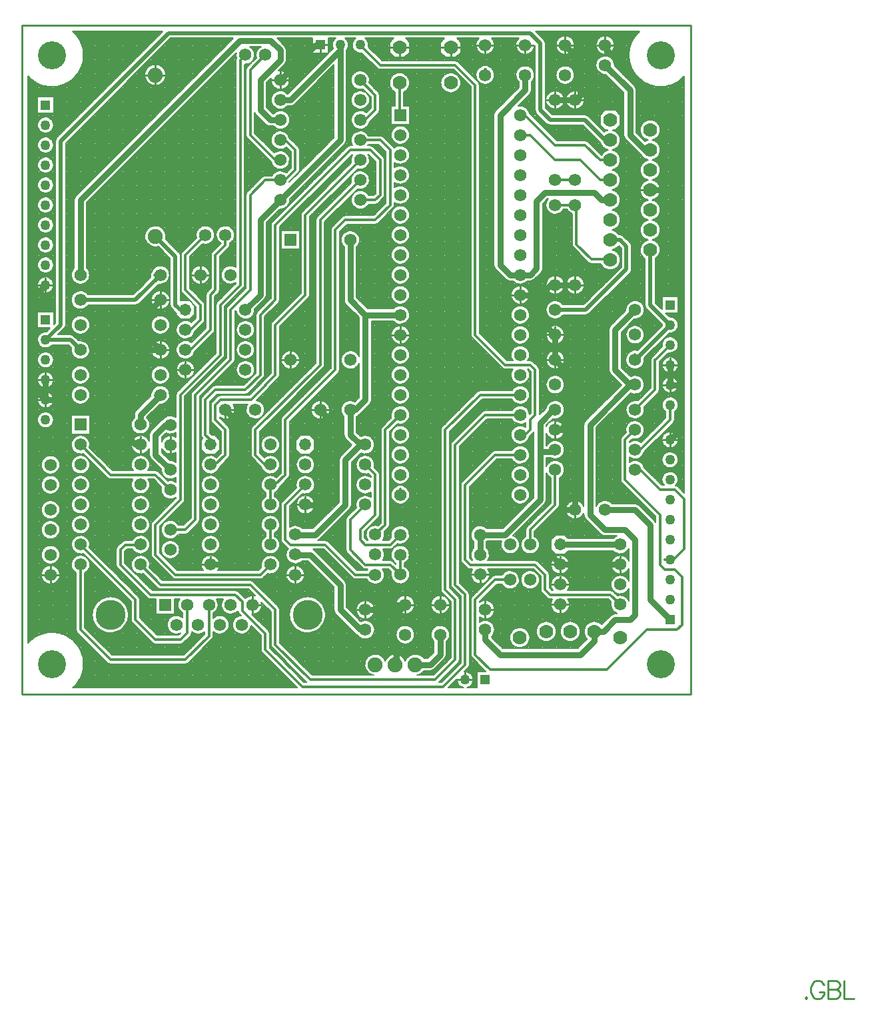
<source format=gbl>
%FSLAX43Y43*%
%MOMM*%
G71*
G01*
G75*
%ADD10C,0.254*%
%ADD11C,0.203*%
%ADD12C,0.305*%
%ADD13C,0.508*%
%ADD14C,0.762*%
%ADD15C,0.381*%
%ADD16C,1.016*%
%ADD17C,0.229*%
%ADD18C,1.270*%
%ADD19R,1.270X1.270*%
%ADD20C,1.575*%
%ADD21C,1.905*%
%ADD22C,1.778*%
%ADD23P,1.575X8X0*%
%ADD24C,3.556*%
%ADD25R,1.575X1.575*%
%ADD26C,3.810*%
D10*
X183240Y175624D02*
Y260624D01*
X268240Y175624D02*
Y260624D01*
X183240D02*
X268240D01*
X183240Y175624D02*
X268240D01*
X185788Y190774D02*
X186880D01*
Y189682D02*
Y190774D01*
X187972D01*
X186880D02*
Y191866D01*
X185317Y212991D02*
X186256D01*
Y212051D02*
Y212991D01*
Y213931D01*
Y212991D02*
X187196D01*
X197225Y207295D02*
X198318D01*
Y206203D02*
Y207295D01*
Y208388D01*
X202120Y206192D02*
Y207284D01*
Y208376D01*
X212551Y185860D02*
Y186952D01*
Y188044D01*
Y186952D02*
X213644D01*
X206115Y192055D02*
X207208D01*
Y193148D01*
Y192055D02*
X208300D01*
X217987Y189670D02*
Y190762D01*
X216895D02*
X217987D01*
Y191854D01*
Y190762D02*
X219079D01*
X209105Y210637D02*
Y211729D01*
X210197D01*
X218180Y199675D02*
X219273D01*
Y198583D02*
Y199675D01*
X220365D01*
X219273D02*
Y200768D01*
X221170Y210637D02*
Y211729D01*
X220078D02*
X221170D01*
X222262D01*
X221170D02*
Y212821D01*
X185317Y215531D02*
X186256D01*
Y214591D02*
Y215531D01*
Y216471D01*
Y215531D02*
X187196D01*
X199750Y219337D02*
X200842D01*
X185317Y227596D02*
X186256D01*
Y226656D02*
Y227596D01*
X187196D01*
X186256D02*
Y228536D01*
X199750Y225687D02*
X200842D01*
X204033Y215728D02*
Y216820D01*
X202940D02*
X204033D01*
Y217913D01*
X200842Y218245D02*
Y219337D01*
Y220429D01*
Y219337D02*
X201934D01*
X204033Y216820D02*
X205125D01*
X200842Y224595D02*
Y225687D01*
X201934D01*
X200842D02*
Y226779D01*
X204838Y228874D02*
X205930D01*
Y227782D02*
Y228874D01*
X207022D01*
X205930D02*
Y229966D01*
X198946Y254282D02*
X200203D01*
Y253024D02*
Y254282D01*
X201460D01*
X200203D02*
Y255539D01*
X217371Y216979D02*
Y218071D01*
X216279D02*
X217371D01*
X218464D01*
X217371D02*
Y219163D01*
X214990Y253627D02*
X216082D01*
Y252535D02*
Y253627D01*
Y254719D01*
Y253627D02*
X217174D01*
X221178Y257156D02*
Y258095D01*
X220238D02*
X221178D01*
X222117D01*
X230706Y179336D02*
Y180593D01*
X226896Y185229D02*
Y186321D01*
X225804D02*
X226896D01*
X227989D01*
X226896D02*
Y187413D01*
X230873Y186964D02*
X231965D01*
Y185872D02*
Y186964D01*
X233057D01*
X231965D02*
Y188056D01*
X235318Y186964D02*
X236410D01*
X238637Y177427D02*
X239577D01*
Y178367D01*
Y177427D02*
X240517D01*
X236410Y185872D02*
Y186964D01*
X237502D01*
X236410D02*
Y188056D01*
X242136Y185229D02*
Y186321D01*
Y187413D01*
X241498Y189693D02*
Y190785D01*
X240405D02*
X241498D01*
X242590D01*
X242136Y186321D02*
X243229D01*
X251658Y185883D02*
Y186975D01*
X250565D02*
X251658D01*
X252750D01*
X250565Y189515D02*
X251658D01*
X252750D01*
X251658D02*
Y190608D01*
Y190963D02*
Y192055D01*
X250565D02*
X251658D01*
X252750D01*
X251658D02*
Y193148D01*
X253555Y197937D02*
Y199029D01*
X252463D02*
X253555D01*
Y200121D01*
X258185Y192055D02*
X259278D01*
Y190963D02*
Y192055D01*
Y193148D01*
X251007Y208085D02*
Y209177D01*
X252099D01*
X251007D02*
Y210269D01*
X264668Y207927D02*
X265608D01*
Y206987D02*
Y207927D01*
X266548D01*
X265608D02*
Y208866D01*
X265631Y213956D02*
Y214896D01*
X264692D02*
X265631D01*
Y215836D01*
Y214896D02*
X266571D01*
X231341Y220154D02*
Y221246D01*
X230249D02*
X231341D01*
X232434D01*
X231341D02*
Y222338D01*
X231247Y256588D02*
Y257782D01*
X230053D02*
X231247D01*
X232441D01*
X237747Y256588D02*
Y257782D01*
X236553D02*
X237747D01*
X238941D01*
X242125Y256992D02*
Y258084D01*
X241033D02*
X242125D01*
X243217D01*
X251023Y216998D02*
Y218090D01*
X249930D02*
X251023D01*
Y219183D01*
Y218090D02*
X252115D01*
X249930Y221265D02*
X251023D01*
Y220173D02*
Y221265D01*
Y222358D01*
Y221265D02*
X252115D01*
X245489Y226326D02*
X246581D01*
Y225234D02*
Y226326D01*
X247674D01*
X246581D02*
Y227418D01*
X249934Y227596D02*
X251026D01*
Y226504D02*
Y227596D01*
X252119D01*
X253566Y226504D02*
Y227596D01*
X252474D02*
X253566D01*
X251026D02*
Y228688D01*
X253566Y227596D02*
Y228688D01*
Y227596D02*
X254659D01*
X264692Y217436D02*
X265631D01*
Y216496D02*
Y217436D01*
X266571D01*
X265631D02*
Y218376D01*
X249911Y251107D02*
X251003D01*
Y250014D02*
Y251107D01*
X252095D01*
X253543Y250014D02*
Y251107D01*
X251003D02*
Y252199D01*
X247205Y256992D02*
Y258084D01*
X246113D02*
X247205D01*
X248297D01*
X252451Y251107D02*
X253543D01*
Y252199D01*
Y251107D02*
X254635D01*
X251193Y258084D02*
X252285D01*
Y256992D02*
Y258084D01*
X253377D01*
X252285D02*
Y259176D01*
X256284Y258076D02*
X257376D01*
X261898Y239661D02*
X263091D01*
X264285D01*
X257376Y256984D02*
Y258076D01*
Y259168D01*
Y258076D02*
X258469D01*
D11*
X189720Y176411D02*
X189912Y176592D01*
X190091Y176784D01*
X190257Y176988D01*
X190409Y177202D01*
X190547Y177425D01*
X190671Y177657D01*
X190779Y177897D01*
X190871Y178143D01*
X190947Y178394D01*
X191006Y178650D01*
X191049Y178910D01*
X191075Y179171D01*
X191083Y179434D01*
Y179434D02*
X191075Y179690D01*
X191051Y179946D01*
X191010Y180199D01*
X190953Y180449D01*
X190881Y180695D01*
X190793Y180937D01*
X190690Y181172D01*
X190572Y181399D01*
X190440Y181619D01*
X190294Y181831D01*
X190135Y182032D01*
X189963Y182223D01*
X189780Y182403D01*
X189586Y182570D01*
X189381Y182725D01*
X189167Y182867D01*
X188945Y182994D01*
X188714Y183108D01*
X188478Y183206D01*
X188235Y183289D01*
X187987Y183357D01*
X187736Y183408D01*
X187482Y183444D01*
X187226Y183463D01*
X186969Y183466D01*
X186713Y183453D01*
X186458Y183424D01*
X186206Y183378D01*
X185957Y183316D01*
X185712Y183239D01*
X185473Y183146D01*
X185240Y183038D01*
X185014Y182916D01*
X184797Y182779D01*
X184589Y182629D01*
X184391Y182466D01*
X184203Y182291D01*
X184027Y182104D01*
X190131Y183789D02*
X190174Y183574D01*
X190296Y183393D01*
X190131Y183789D02*
X190173Y183575D01*
X190295Y183394D01*
X194104Y179585D02*
X194285Y179463D01*
X194500Y179420D01*
X194105Y179584D02*
X194286Y179463D01*
X194500Y179420D01*
X196803Y185682D02*
X196789Y185936D01*
X196747Y186188D01*
X196678Y186433D01*
X196582Y186669D01*
X196461Y186893D01*
X196316Y187102D01*
X196149Y187294D01*
X195961Y187466D01*
X195756Y187617D01*
X195536Y187745D01*
X195302Y187847D01*
X195059Y187923D01*
X194809Y187972D01*
X194556Y187993D01*
X194301Y187986D01*
X194049Y187951D01*
X193802Y187888D01*
X193563Y187799D01*
X193336Y187684D01*
X193123Y187545D01*
X192926Y187383D01*
X192749Y187200D01*
X192593Y186999D01*
X192459Y186782D01*
X192350Y186552D01*
X192268Y186311D01*
X192212Y186063D01*
X192184Y185810D01*
Y185555D01*
X192212Y185302D01*
X192268Y185053D01*
X192350Y184812D01*
X192459Y184582D01*
X192593Y184365D01*
X192749Y184164D01*
X192926Y183982D01*
X193123Y183820D01*
X193336Y183680D01*
X193563Y183566D01*
X193802Y183476D01*
X194049Y183414D01*
X194301Y183379D01*
X194556Y183372D01*
X194809Y183393D01*
X195059Y183442D01*
X195302Y183518D01*
X195536Y183620D01*
X195756Y183747D01*
X195961Y183898D01*
X196149Y184070D01*
X196316Y184263D01*
X196461Y184472D01*
X196582Y184696D01*
X196678Y184932D01*
X196747Y185177D01*
X196789Y185428D01*
X196803Y185682D01*
X188074Y190774D02*
X188047Y191022D01*
X187970Y191259D01*
X187846Y191476D01*
X187679Y191661D01*
X187477Y191808D01*
X187249Y191909D01*
X187005Y191961D01*
X186755D01*
X186511Y191909D01*
X186283Y191808D01*
X186081Y191661D01*
X185914Y191476D01*
X185789Y191259D01*
X185712Y191022D01*
X185686Y190774D01*
X185712Y190526D01*
X185789Y190288D01*
X185914Y190072D01*
X186081Y189887D01*
X186283Y189740D01*
X186511Y189638D01*
X186755Y189587D01*
X187005D01*
X187249Y189638D01*
X187477Y189740D01*
X187679Y189887D01*
X187846Y190072D01*
X187970Y190288D01*
X188047Y190526D01*
X188074Y190774D01*
Y193314D02*
X188047Y193562D01*
X187970Y193799D01*
X187846Y194016D01*
X187679Y194201D01*
X187477Y194348D01*
X187249Y194449D01*
X187005Y194501D01*
X186755D01*
X186511Y194449D01*
X186283Y194348D01*
X186081Y194201D01*
X185914Y194016D01*
X185789Y193799D01*
X185712Y193562D01*
X185686Y193314D01*
X185712Y193066D01*
X185789Y192828D01*
X185914Y192612D01*
X186081Y192427D01*
X186283Y192280D01*
X186511Y192178D01*
X186755Y192127D01*
X187005D01*
X187249Y192178D01*
X187477Y192280D01*
X187679Y192427D01*
X187846Y192612D01*
X187970Y192828D01*
X188047Y193066D01*
X188074Y193314D01*
X191249Y190996D02*
X191465Y191141D01*
X191645Y191329D01*
X191779Y191551D01*
X191863Y191797D01*
X191891Y192055D01*
X195211Y192044D02*
X195254Y191829D01*
X195376Y191648D01*
X195211Y192044D02*
X195253Y191830D01*
X195375Y191649D01*
X191891Y192055D02*
X191865Y192305D01*
X191787Y192544D01*
X191660Y192761D01*
X191491Y192947D01*
X191287Y193094D01*
X191057Y193194D01*
X190810Y193244D01*
X190559Y193241D01*
X190314Y193186D01*
X190086Y193081D01*
X189885Y192930D01*
X189720Y192740D01*
X189598Y192520D01*
X189525Y192280D01*
X189504Y192029D01*
X189536Y191780D01*
X189619Y191543D01*
X189750Y191329D01*
X189924Y191147D01*
X190131Y191005D01*
X191891Y194595D02*
X191863Y194853D01*
X191780Y195098D01*
X191647Y195320D01*
X191468Y195507D01*
X191253Y195652D01*
X191013Y195747D01*
X190757Y195788D01*
X190499Y195773D01*
X190249Y195702D01*
X190021Y195579D01*
X189825Y195410D01*
X189670Y195203D01*
X189563Y194967D01*
X189510Y194714D01*
X189512Y194455D01*
X189570Y194203D01*
X189681Y193969D01*
X189840Y193765D01*
X190039Y193599D01*
X190270Y193481D01*
X190520Y193415D01*
X190779Y193404D01*
X191033Y193450D01*
X195375Y194344D02*
X195253Y194163D01*
X195211Y193949D01*
X195376Y194345D02*
X195254Y194163D01*
X195211Y193949D01*
X191834Y194230D02*
X191891Y194595D01*
X196405Y195143D02*
X196190Y195100D01*
X196009Y194978D01*
X196405Y195143D02*
X196191Y195100D01*
X196010Y194979D01*
X197116Y185059D02*
X197159Y184844D01*
X197281Y184663D01*
X197116Y185059D02*
X197158Y184845D01*
X197280Y184664D01*
X199819Y182125D02*
X200000Y182003D01*
X200215Y181960D01*
X199820Y182124D02*
X200001Y182003D01*
X200215Y181960D01*
X198234Y187599D02*
X198191Y187813D01*
X198069Y187995D01*
X198234Y187599D02*
X198191Y187813D01*
X198070Y187994D01*
X199185Y187839D02*
X199366Y187718D01*
X199580Y187675D01*
X199184Y187840D02*
X199365Y187718D01*
X199580Y187675D01*
X204025Y179420D02*
X204239Y179463D01*
X204420Y179584D01*
X204025Y179420D02*
X204239Y179463D01*
X204421Y179585D01*
X203390Y181960D02*
X203604Y182003D01*
X203785Y182124D01*
X203390Y181960D02*
X203604Y182003D01*
X203786Y182125D01*
X203687Y185287D02*
X203488Y185436D01*
X203262Y185541D01*
X203019Y185597D01*
X202770Y185602D01*
X202526Y185554D01*
X202297Y185457D01*
X202092Y185315D01*
X201922Y185133D01*
X201793Y184920D01*
X201712Y184684D01*
X201680Y184437D01*
X201701Y184189D01*
X201773Y183951D01*
X201893Y183732D01*
X202055Y183544D01*
X202253Y183393D01*
X202478Y183286D01*
X202720Y183228D01*
X202969Y183222D01*
X203214Y183268D01*
X203444Y183363D01*
X203295Y187675D02*
X203162Y187454D01*
X203080Y187209D01*
X203052Y186952D01*
X203080Y186696D01*
X203162Y186451D01*
X203295Y186230D01*
X203473Y186042D01*
X203687Y185897D01*
X199459Y191705D02*
X199511Y192055D01*
X199485Y192303D01*
X199409Y192540D01*
X199285Y192755D01*
X199119Y192940D01*
X198918Y193087D01*
X198691Y193189D01*
X198448Y193242D01*
X198199Y193243D01*
X197955Y193193D01*
X197728Y193093D01*
X197525Y192948D01*
X197357Y192765D01*
X197231Y192550D01*
X197152Y192314D01*
X197124Y192067D01*
X197147Y191820D01*
X197222Y191582D01*
X197343Y191365D01*
X197508Y191178D01*
X197707Y191030D01*
X197933Y190925D01*
X198176Y190870D01*
X198424Y190866D01*
X198668Y190914D01*
X197269Y194025D02*
X197419Y193810D01*
X197612Y193632D01*
X197840Y193501D01*
X198090Y193423D01*
X198352Y193402D01*
X198612Y193438D01*
X198858Y193531D01*
X199077Y193674D01*
X199260Y193863D01*
X199397Y194086D01*
X199483Y194335D01*
X199511Y194595D01*
Y194595D02*
X199486Y194838D01*
X199412Y195071D01*
X199293Y195284D01*
X199132Y195468D01*
X198937Y195616D01*
X198716Y195721D01*
X198479Y195778D01*
X198235Y195786D01*
X197994Y195745D01*
X197767Y195655D01*
X197563Y195520D01*
X197390Y195347D01*
X197257Y195143D01*
X199656Y193314D02*
X199699Y193100D01*
X199820Y192919D01*
X199656Y193314D02*
X199699Y193099D01*
X199821Y192918D01*
X200473Y189110D02*
X200655Y188988D01*
X200869Y188945D01*
X200474Y189109D02*
X200655Y188988D01*
X200869Y188945D01*
X202359Y190380D02*
X202540Y190258D01*
X202755Y190215D01*
X202360Y190379D02*
X202541Y190258D01*
X202755Y190215D01*
X203302Y193957D02*
X203276Y194205D01*
X203199Y194442D01*
X203074Y194658D01*
X202907Y194844D01*
X202705Y194990D01*
X202477Y195092D01*
X202233Y195144D01*
X201983D01*
X201739Y195092D01*
X201511Y194990D01*
X201309Y194844D01*
X201142Y194658D01*
X201018Y194442D01*
X200940Y194205D01*
X200914Y193957D01*
X200940Y193708D01*
X201018Y193471D01*
X201142Y193255D01*
X201309Y193069D01*
X201511Y192923D01*
X201739Y192821D01*
X201983Y192769D01*
X202233D01*
X202477Y192821D01*
X202705Y192923D01*
X202907Y193069D01*
X203074Y193255D01*
X203199Y193471D01*
X203276Y193708D01*
X203302Y193957D01*
X203932Y195938D02*
X204149Y195944D01*
X204348Y196033D01*
X204497Y196190D01*
X188074Y196489D02*
X188047Y196737D01*
X187970Y196974D01*
X187846Y197191D01*
X187679Y197376D01*
X187477Y197523D01*
X187249Y197624D01*
X187005Y197676D01*
X186755D01*
X186511Y197624D01*
X186283Y197523D01*
X186081Y197376D01*
X185914Y197191D01*
X185789Y196974D01*
X185712Y196737D01*
X185686Y196489D01*
X185712Y196241D01*
X185789Y196003D01*
X185914Y195787D01*
X186081Y195602D01*
X186283Y195455D01*
X186511Y195353D01*
X186755Y195302D01*
X187005D01*
X187249Y195353D01*
X187477Y195455D01*
X187679Y195602D01*
X187846Y195787D01*
X187970Y196003D01*
X188047Y196241D01*
X188074Y196489D01*
Y199029D02*
X188047Y199277D01*
X187970Y199514D01*
X187846Y199731D01*
X187679Y199916D01*
X187477Y200063D01*
X187249Y200164D01*
X187005Y200216D01*
X186755D01*
X186511Y200164D01*
X186283Y200063D01*
X186081Y199916D01*
X185914Y199731D01*
X185789Y199514D01*
X185712Y199277D01*
X185686Y199029D01*
X185712Y198781D01*
X185789Y198543D01*
X185914Y198327D01*
X186081Y198142D01*
X186283Y197995D01*
X186511Y197893D01*
X186755Y197842D01*
X187005D01*
X187249Y197893D01*
X187477Y197995D01*
X187679Y198142D01*
X187846Y198327D01*
X187970Y198543D01*
X188047Y198781D01*
X188074Y199029D01*
Y202204D02*
X188047Y202452D01*
X187970Y202689D01*
X187846Y202906D01*
X187679Y203091D01*
X187477Y203238D01*
X187249Y203339D01*
X187005Y203391D01*
X186755D01*
X186511Y203339D01*
X186283Y203238D01*
X186081Y203091D01*
X185914Y202906D01*
X185789Y202689D01*
X185712Y202452D01*
X185686Y202204D01*
X185712Y201956D01*
X185789Y201718D01*
X185914Y201502D01*
X186081Y201317D01*
X186283Y201170D01*
X186511Y201068D01*
X186755Y201017D01*
X187005D01*
X187249Y201068D01*
X187477Y201170D01*
X187679Y201317D01*
X187846Y201502D01*
X187970Y201718D01*
X188047Y201956D01*
X188074Y202204D01*
Y204744D02*
X188047Y204992D01*
X187970Y205229D01*
X187846Y205446D01*
X187679Y205631D01*
X187477Y205778D01*
X187249Y205879D01*
X187005Y205931D01*
X186755D01*
X186511Y205879D01*
X186283Y205778D01*
X186081Y205631D01*
X185914Y205446D01*
X185789Y205229D01*
X185712Y204992D01*
X185686Y204744D01*
X185712Y204496D01*
X185789Y204258D01*
X185914Y204042D01*
X186081Y203857D01*
X186283Y203710D01*
X186511Y203608D01*
X186755Y203557D01*
X187005D01*
X187249Y203608D01*
X187477Y203710D01*
X187679Y203857D01*
X187846Y204042D01*
X187970Y204258D01*
X188047Y204496D01*
X188074Y204744D01*
X191891Y197135D02*
X191865Y197384D01*
X191788Y197621D01*
X191663Y197837D01*
X191496Y198023D01*
X191294Y198169D01*
X191066Y198271D01*
X190822Y198323D01*
X190573D01*
X190329Y198271D01*
X190101Y198169D01*
X189899Y198023D01*
X189732Y197837D01*
X189607Y197621D01*
X189530Y197384D01*
X189504Y197135D01*
X189530Y196887D01*
X189607Y196650D01*
X189732Y196434D01*
X189899Y196248D01*
X190101Y196102D01*
X190329Y196000D01*
X190573Y195948D01*
X190822D01*
X191066Y196000D01*
X191294Y196102D01*
X191496Y196248D01*
X191663Y196434D01*
X191788Y196650D01*
X191865Y196887D01*
X191891Y197135D01*
Y199675D02*
X191865Y199924D01*
X191788Y200161D01*
X191663Y200377D01*
X191496Y200563D01*
X191294Y200709D01*
X191066Y200811D01*
X190822Y200863D01*
X190573D01*
X190329Y200811D01*
X190101Y200709D01*
X189899Y200563D01*
X189732Y200377D01*
X189607Y200161D01*
X189530Y199924D01*
X189504Y199675D01*
X189530Y199427D01*
X189607Y199190D01*
X189732Y198974D01*
X189899Y198788D01*
X190101Y198642D01*
X190329Y198540D01*
X190573Y198488D01*
X190822D01*
X191066Y198540D01*
X191294Y198642D01*
X191496Y198788D01*
X191663Y198974D01*
X191788Y199190D01*
X191865Y199427D01*
X191891Y199675D01*
Y202215D02*
X191865Y202464D01*
X191788Y202701D01*
X191663Y202917D01*
X191496Y203103D01*
X191294Y203249D01*
X191066Y203351D01*
X190822Y203403D01*
X190573D01*
X190329Y203351D01*
X190101Y203249D01*
X189899Y203103D01*
X189732Y202917D01*
X189607Y202701D01*
X189530Y202464D01*
X189504Y202215D01*
X189530Y201967D01*
X189607Y201730D01*
X189732Y201514D01*
X189899Y201328D01*
X190101Y201182D01*
X190329Y201080D01*
X190573Y201028D01*
X190822D01*
X191066Y201080D01*
X191294Y201182D01*
X191496Y201328D01*
X191663Y201514D01*
X191788Y201730D01*
X191865Y201967D01*
X191891Y202215D01*
Y204755D02*
X191865Y205004D01*
X191788Y205241D01*
X191663Y205457D01*
X191496Y205643D01*
X191294Y205789D01*
X191066Y205891D01*
X190822Y205943D01*
X190573D01*
X190329Y205891D01*
X190101Y205789D01*
X189899Y205643D01*
X189732Y205457D01*
X189607Y205241D01*
X189530Y205004D01*
X189504Y204755D01*
X189530Y204507D01*
X189607Y204270D01*
X189732Y204054D01*
X189899Y203868D01*
X190101Y203722D01*
X190329Y203620D01*
X190573Y203568D01*
X190822D01*
X191066Y203620D01*
X191294Y203722D01*
X191496Y203868D01*
X191663Y204054D01*
X191788Y204270D01*
X191865Y204507D01*
X191891Y204755D01*
X187298Y210451D02*
X187268Y210700D01*
X187178Y210935D01*
X187036Y211142D01*
X186848Y211308D01*
X186626Y211425D01*
X186382Y211485D01*
X186131D01*
X185887Y211425D01*
X185665Y211308D01*
X185477Y211142D01*
X185334Y210935D01*
X185245Y210700D01*
X185215Y210451D01*
X185245Y210202D01*
X185334Y209967D01*
X185477Y209760D01*
X185665Y209594D01*
X185887Y209477D01*
X186131Y209417D01*
X186382D01*
X186626Y209477D01*
X186848Y209594D01*
X187036Y209760D01*
X187178Y209967D01*
X187268Y210202D01*
X187298Y210451D01*
Y212991D02*
X187268Y213240D01*
X187178Y213475D01*
X187036Y213682D01*
X186848Y213848D01*
X186626Y213965D01*
X186382Y214025D01*
X186131D01*
X185887Y213965D01*
X185665Y213848D01*
X185477Y213682D01*
X185334Y213475D01*
X185245Y213240D01*
X185215Y212991D01*
X185245Y212742D01*
X185334Y212507D01*
X185477Y212300D01*
X185665Y212134D01*
X185887Y212017D01*
X186131Y211957D01*
X186382D01*
X186626Y212017D01*
X186848Y212134D01*
X187036Y212300D01*
X187178Y212507D01*
X187268Y212742D01*
X187298Y212991D01*
X191891Y207295D02*
X191865Y207543D01*
X191789Y207780D01*
X191665Y207995D01*
X191499Y208180D01*
X191298Y208327D01*
X191071Y208429D01*
X190828Y208482D01*
X190579Y208483D01*
X190335Y208433D01*
X190108Y208333D01*
X189905Y208188D01*
X189737Y208005D01*
X189611Y207790D01*
X189532Y207554D01*
X189504Y207307D01*
X189527Y207060D01*
X189602Y206822D01*
X189723Y206605D01*
X189888Y206418D01*
X190087Y206270D01*
X190313Y206165D01*
X190556Y206110D01*
X190804Y206106D01*
X191048Y206154D01*
X191839Y206945D02*
X191891Y207295D01*
X191876Y213622D02*
X191850Y213870D01*
X191773Y214108D01*
X191648Y214324D01*
X191481Y214509D01*
X191279Y214656D01*
X191051Y214758D01*
X190807Y214809D01*
X190557D01*
X190313Y214758D01*
X190085Y214656D01*
X189883Y214509D01*
X189716Y214324D01*
X189591Y214108D01*
X189514Y213870D01*
X189488Y213622D01*
X189514Y213374D01*
X189591Y213137D01*
X189716Y212921D01*
X189883Y212735D01*
X190085Y212588D01*
X190313Y212487D01*
X190557Y212435D01*
X190807D01*
X191051Y212487D01*
X191279Y212588D01*
X191481Y212735D01*
X191648Y212921D01*
X191773Y213137D01*
X191850Y213374D01*
X191876Y213622D01*
X199511Y197135D02*
X199485Y197384D01*
X199408Y197621D01*
X199283Y197837D01*
X199116Y198023D01*
X198914Y198169D01*
X198686Y198271D01*
X198442Y198323D01*
X198193D01*
X197949Y198271D01*
X197721Y198169D01*
X197519Y198023D01*
X197352Y197837D01*
X197227Y197621D01*
X197150Y197384D01*
X197124Y197135D01*
X197150Y196887D01*
X197227Y196650D01*
X197352Y196434D01*
X197519Y196248D01*
X197721Y196102D01*
X197949Y196000D01*
X198193Y195948D01*
X198442D01*
X198686Y196000D01*
X198914Y196102D01*
X199116Y196248D01*
X199283Y196434D01*
X199408Y196650D01*
X199485Y196887D01*
X199511Y197135D01*
Y199675D02*
X199485Y199924D01*
X199408Y200161D01*
X199283Y200377D01*
X199116Y200563D01*
X198914Y200709D01*
X198686Y200811D01*
X198442Y200863D01*
X198193D01*
X197949Y200811D01*
X197721Y200709D01*
X197519Y200563D01*
X197352Y200377D01*
X197227Y200161D01*
X197150Y199924D01*
X197124Y199675D01*
X197150Y199427D01*
X197227Y199190D01*
X197352Y198974D01*
X197519Y198788D01*
X197721Y198642D01*
X197949Y198540D01*
X198193Y198488D01*
X198442D01*
X198686Y198540D01*
X198914Y198642D01*
X199116Y198788D01*
X199283Y198974D01*
X199408Y199190D01*
X199485Y199427D01*
X199511Y199675D01*
X199820Y197519D02*
X199699Y197338D01*
X199656Y197124D01*
X199821Y197520D02*
X199699Y197338D01*
X199656Y197124D01*
X194124Y203079D02*
X194305Y202958D01*
X194519Y202915D01*
X194123Y203080D02*
X194305Y202958D01*
X194519Y202915D01*
X197350D02*
X197226Y202699D01*
X197149Y202461D01*
X197124Y202213D01*
X197150Y201965D01*
X197228Y201728D01*
X197353Y201512D01*
X197520Y201327D01*
X197722Y201181D01*
X197950Y201080D01*
X198194Y201028D01*
X198443Y201028D01*
X198687Y201080D01*
X198915Y201182D01*
X199117Y201329D01*
X199284Y201514D01*
X199408Y201730D01*
X199485Y201967D01*
X199511Y202215D01*
X199485Y202463D01*
X199409Y202699D01*
X199285Y202915D01*
X200610Y203869D02*
X200429Y203990D01*
X200215Y204033D01*
X200611Y203868D02*
X200429Y203990D01*
X200215Y204033D01*
X199511Y204755D02*
X199485Y205005D01*
X199407Y205244D01*
X199281Y205461D01*
X199112Y205646D01*
X198908Y205793D01*
X198678Y205893D01*
X198432Y205944D01*
X198181Y205941D01*
X197936Y205887D01*
X197708Y205782D01*
X197507Y205632D01*
X197342Y205443D01*
X197219Y205224D01*
X197146Y204984D01*
X197124Y204734D01*
X197155Y204484D01*
X197237Y204247D01*
X197367Y204033D01*
X203163Y197055D02*
X203022Y197265D01*
X202839Y197440D01*
X202624Y197573D01*
X202385Y197658D01*
X202134Y197690D01*
X201882Y197669D01*
X201640Y197595D01*
X201419Y197472D01*
X201229Y197304D01*
X201079Y197101D01*
X200974Y196870D01*
X200921Y196623D01*
Y196370D01*
X200974Y196123D01*
X201079Y195892D01*
X201229Y195689D01*
X201419Y195522D01*
X201640Y195398D01*
X201882Y195324D01*
X202134Y195303D01*
X202385Y195335D01*
X202624Y195420D01*
X202839Y195553D01*
X203022Y195728D01*
X203163Y195938D01*
X203784Y199903D02*
X203906Y200084D01*
X203949Y200299D01*
X203785Y199904D02*
X203906Y200085D01*
X203949Y200299D01*
X200979Y201920D02*
X200931Y201675D01*
X200934Y201426D01*
X200990Y201184D01*
X201094Y200958D01*
X201243Y200758D01*
X201431Y200594D01*
X201648Y200472D01*
X201885Y200398D01*
X202133Y200375D01*
X202381Y200404D01*
X202617Y200483D01*
X202831Y200610D01*
Y202528D02*
X202589Y202666D01*
X202322Y202745D01*
X202043Y202760D01*
X201769Y202710D01*
X200928Y204187D02*
X200938Y203940D01*
X200998Y203701D01*
X201105Y203480D01*
X201256Y203285D01*
X201443Y203125D01*
X201660Y203007D01*
X201896Y202936D01*
X202141Y202915D01*
X202386Y202945D01*
X202619Y203024D01*
X202831Y203150D01*
X199427Y207735D02*
X199310Y207960D01*
X199147Y208154D01*
X198947Y208310D01*
X198719Y208420D01*
X198473Y208479D01*
X198219Y208485D01*
X197970Y208438D01*
X197737Y208339D01*
X197530Y208193D01*
X197359Y208006D01*
X197230Y207788D01*
X197151Y207547D01*
X197124Y207295D01*
X197151Y207044D01*
X197230Y206803D01*
X197359Y206585D01*
X197530Y206398D01*
X197737Y206252D01*
X197970Y206153D01*
X198219Y206106D01*
X198473Y206112D01*
X198719Y206171D01*
X198947Y206281D01*
X199147Y206437D01*
X199310Y206631D01*
X199427Y206856D01*
X199268Y204033D02*
X199401Y204254D01*
X199483Y204499D01*
X199511Y204755D01*
X199427Y206014D02*
X199487Y205712D01*
X199659Y205457D01*
X199427Y206014D02*
X199487Y205712D01*
X199658Y205457D01*
X197530Y210733D02*
X197360Y210549D01*
X197233Y210333D01*
X197153Y210096D01*
X197124Y209847D01*
X197148Y209598D01*
X197223Y209359D01*
X197346Y209142D01*
X197512Y208954D01*
X197714Y208806D01*
X197942Y208702D01*
X198186Y208649D01*
X198437Y208648D01*
X198682Y208699D01*
X198911Y208800D01*
X199114Y208946D01*
X199282Y209132D01*
X199408Y209348D01*
X199485Y209586D01*
X199511Y209835D01*
X197761Y211655D02*
X197590Y211399D01*
X197530Y211098D01*
X197761Y211655D02*
X197590Y211399D01*
X197530Y211098D01*
X199658Y209111D02*
X199487Y208855D01*
X199427Y208554D01*
X199511Y209835D02*
X199484Y210087D01*
X199405Y210328D01*
X199277Y210546D01*
X199105Y210733D01*
X199659Y209111D02*
X199487Y208855D01*
X199427Y208554D01*
X199733Y214064D02*
X199616Y213794D01*
X199607Y213501D01*
X202831Y205068D02*
X202589Y205207D01*
X202321Y205286D01*
X202042Y205300D01*
X201002Y206864D02*
X201111Y206645D01*
X201263Y206453D01*
X201451Y206295D01*
X201667Y206179D01*
X201901Y206110D01*
X202146Y206090D01*
X202389Y206121D01*
X202620Y206200D01*
X202831Y206325D01*
Y208243D02*
X202620Y208368D01*
X202389Y208447D01*
X202146Y208477D01*
X201901Y208457D01*
X201667Y208388D01*
X201451Y208272D01*
X201263Y208115D01*
X201111Y207923D01*
X201002Y207704D01*
X201168Y210545D02*
X200927Y210380D01*
X201168Y210545D02*
X200928Y210381D01*
X201550Y208775D02*
X201800Y208674D01*
X202068Y208631D01*
X202338Y208650D01*
X202597Y208729D01*
X202831Y208865D01*
Y210783D02*
X202601Y210916D01*
X202348Y210996D01*
X202083Y211017D01*
X201820Y210979D01*
X201572Y210885D01*
X201351Y210737D01*
X201168Y210545D01*
X202036Y213622D02*
X202009Y213874D01*
X201930Y214114D01*
X201801Y214333D01*
X201630Y214519D01*
X201423Y214665D01*
X201190Y214764D01*
X200941Y214812D01*
X200688Y214806D01*
X200442Y214747D01*
X200214Y214637D01*
X200014Y214482D01*
X199851Y214288D01*
X199733Y214064D01*
X200764Y212431D02*
X201008Y212440D01*
X201244Y212498D01*
X201464Y212603D01*
X201658Y212751D01*
X201818Y212935D01*
X201937Y213147D01*
X202011Y213380D01*
X202036Y213622D01*
X202995Y214029D02*
X202874Y213848D01*
X202831Y213634D01*
X202996Y214030D02*
X202874Y213848D01*
X202831Y213634D01*
X204640Y182979D02*
X204762Y183160D01*
X204804Y183375D01*
X204641Y182979D02*
X204762Y183161D01*
X204804Y183375D01*
X207408Y182572D02*
X207530Y182754D01*
X207573Y182968D01*
X207409Y182573D02*
X207530Y182754D01*
X207573Y182968D01*
X204804Y183562D02*
X205008Y183401D01*
X205242Y183288D01*
X205495Y183228D01*
X205755Y183224D01*
X206010Y183276D01*
X206247Y183383D01*
X206455Y183538D01*
X207573Y183562D02*
X207772Y183404D01*
X208000Y183291D01*
X208247Y183230D01*
X208502Y183222D01*
X208752Y183268D01*
X208987Y183366D01*
X209195Y183512D01*
X209368Y183699D01*
X209498Y183918D01*
X209578Y184159D01*
X209605Y184412D01*
X209578Y184665D01*
X209498Y184907D01*
X209368Y185126D01*
X209195Y185312D01*
X208987Y185458D01*
X208752Y185556D01*
X208502Y185603D01*
X208247Y185595D01*
X208000Y185533D01*
X207772Y185421D01*
X207573Y185262D01*
Y185897D02*
X207787Y186042D01*
X207964Y186230D01*
X208098Y186451D01*
X208180Y186695D01*
X208208Y186952D01*
X208180Y187209D01*
X208098Y187454D01*
X207964Y187675D01*
X208833D02*
X208704Y187464D01*
X208622Y187232D01*
X208589Y186988D01*
X208608Y186742D01*
X208676Y186505D01*
X208792Y186287D01*
X208949Y186097D01*
X209143Y185944D01*
X209364Y185834D01*
X209602Y185772D01*
X209849Y185760D01*
X210092Y185799D01*
X210322Y185887D01*
X210530Y186021D01*
X210705Y186194D01*
X210705D02*
X210749Y185984D01*
X210870Y185806D01*
X211074Y185601D02*
X210822Y185551D01*
X210586Y185448D01*
X210378Y185297D01*
X210207Y185104D01*
X210081Y184880D01*
X210007Y184633D01*
X209986Y184377D01*
X210022Y184122D01*
X210111Y183881D01*
X210250Y183664D01*
X210432Y183482D01*
X210648Y183343D01*
X210890Y183254D01*
X211144Y183219D01*
X211401Y183239D01*
X211647Y183314D01*
X211872Y183439D01*
X212064Y183610D01*
X212215Y183818D01*
X212319Y184054D01*
X212369Y184306D01*
X210705Y186194D02*
X210749Y185984D01*
X210869Y185807D01*
X212899Y188094D02*
X212631Y188143D01*
X212359Y188130D01*
X212097Y188056D01*
X211859Y187925D01*
X211656Y187742D01*
X210770Y188629D02*
X210589Y188750D01*
X210375Y188793D01*
X210771Y188628D02*
X210589Y188750D01*
X210375Y188793D01*
X212496Y185760D02*
X212737Y185773D01*
X212970Y185834D01*
X213186Y185941D01*
X213376Y186089D01*
X213532Y186272D01*
X213649Y186483D01*
X213721Y186713D01*
X213745Y186952D01*
X205689Y197382D02*
X205811Y197564D01*
X205854Y197778D01*
X205690Y197383D02*
X205811Y197564D01*
X205854Y197778D01*
X212675Y189899D02*
X212494Y190020D01*
X212280Y190063D01*
X212676Y189898D02*
X212494Y190020D01*
X212280Y190063D01*
X208158Y191333D02*
X208291Y191554D01*
X208373Y191799D01*
X208401Y192055D01*
X208375Y192305D01*
X208297Y192544D01*
X208171Y192761D01*
X208002Y192947D01*
X207798Y193093D01*
X207568Y193193D01*
X207322Y193244D01*
X207071Y193241D01*
X206826Y193187D01*
X206598Y193082D01*
X206397Y192932D01*
X206232Y192743D01*
X206109Y192524D01*
X206036Y192284D01*
X206014Y192034D01*
X206045Y191784D01*
X206127Y191547D01*
X206257Y191333D01*
X208401Y194595D02*
X208375Y194844D01*
X208298Y195081D01*
X208173Y195297D01*
X208006Y195483D01*
X207804Y195629D01*
X207576Y195731D01*
X207332Y195783D01*
X207083D01*
X206839Y195731D01*
X206611Y195629D01*
X206409Y195483D01*
X206242Y195297D01*
X206117Y195081D01*
X206040Y194844D01*
X206014Y194595D01*
X206040Y194347D01*
X206117Y194110D01*
X206242Y193894D01*
X206409Y193708D01*
X206611Y193562D01*
X206839Y193460D01*
X207083Y193408D01*
X207332D01*
X207576Y193460D01*
X207804Y193562D01*
X208006Y193708D01*
X208173Y193894D01*
X208298Y194110D01*
X208375Y194347D01*
X208401Y194595D01*
Y197135D02*
X208375Y197384D01*
X208298Y197621D01*
X208173Y197837D01*
X208006Y198023D01*
X207804Y198169D01*
X207576Y198271D01*
X207332Y198323D01*
X207083D01*
X206839Y198271D01*
X206611Y198169D01*
X206409Y198023D01*
X206242Y197837D01*
X206117Y197621D01*
X206040Y197384D01*
X206014Y197135D01*
X206040Y196887D01*
X206117Y196650D01*
X206242Y196434D01*
X206409Y196248D01*
X206611Y196102D01*
X206839Y196000D01*
X207083Y195948D01*
X207332D01*
X207576Y196000D01*
X207804Y196102D01*
X208006Y196248D01*
X208173Y196434D01*
X208298Y196650D01*
X208375Y196887D01*
X208401Y197135D01*
X213550Y190215D02*
X213764Y190258D01*
X213945Y190379D01*
X213626Y181249D02*
X213669Y181035D01*
X213790Y180854D01*
X213626Y181249D02*
X213669Y181034D01*
X213791Y180853D01*
X214896Y181884D02*
X214939Y181670D01*
X215060Y181489D01*
X214896Y181884D02*
X214939Y181669D01*
X215061Y181488D01*
X214744Y183281D02*
X214701Y183495D01*
X214579Y183677D01*
X214744Y183281D02*
X214701Y183495D01*
X214580Y183676D01*
X213745Y186952D02*
X213693Y187300D01*
X216014Y186329D02*
X215971Y186543D01*
X215849Y186725D01*
X216014Y186329D02*
X215971Y186543D01*
X215850Y186724D01*
X221848Y185682D02*
X221834Y185936D01*
X221792Y186188D01*
X221723Y186433D01*
X221627Y186669D01*
X221505Y186893D01*
X221360Y187102D01*
X221193Y187294D01*
X221006Y187466D01*
X220801Y187617D01*
X220580Y187745D01*
X220347Y187847D01*
X220104Y187923D01*
X219854Y187972D01*
X219600Y187993D01*
X219345Y187986D01*
X219093Y187951D01*
X218846Y187888D01*
X218608Y187799D01*
X218381Y187684D01*
X218167Y187545D01*
X217971Y187383D01*
X217793Y187200D01*
X217637Y186999D01*
X217504Y186782D01*
X217395Y186552D01*
X217312Y186311D01*
X217256Y186063D01*
X217228Y185810D01*
Y185555D01*
X217256Y185302D01*
X217312Y185053D01*
X217395Y184812D01*
X217504Y184582D01*
X217637Y184365D01*
X217793Y184164D01*
X217971Y183982D01*
X218167Y183820D01*
X218381Y183680D01*
X218608Y183566D01*
X218846Y183476D01*
X219093Y183414D01*
X219346Y183379D01*
X219600Y183372D01*
X219854Y183393D01*
X220104Y183442D01*
X220347Y183518D01*
X220580Y183620D01*
X220801Y183747D01*
X221006Y183898D01*
X221193Y184070D01*
X221360Y184263D01*
X221505Y184472D01*
X221627Y184696D01*
X221723Y184932D01*
X221792Y185177D01*
X221834Y185428D01*
X221848Y185682D01*
X213550Y190215D02*
X213764Y190258D01*
X213946Y190380D01*
X214480Y190913D02*
X214722Y190866D01*
X214969Y190870D01*
X215210Y190925D01*
X215435Y191028D01*
X215634Y191175D01*
X215798Y191360D01*
X215920Y191574D01*
X215996Y191810D01*
X216021Y192055D01*
X215994Y192310D01*
X215913Y192553D01*
X215781Y192774D01*
X215606Y192961D01*
X215395Y193106D01*
X215157Y193203D01*
X214905Y193247D01*
X214649Y193236D01*
X214401Y193170D01*
X214173Y193054D01*
X213975Y192891D01*
X213816Y192689D01*
X213704Y192459D01*
X213644Y192210D01*
X213638Y191953D01*
X213687Y191702D01*
X214269Y195650D02*
X214060Y195510D01*
X213885Y195328D01*
X213753Y195115D01*
X213668Y194878D01*
X213634Y194628D01*
X213654Y194377D01*
X213726Y194136D01*
X213847Y193915D01*
X214011Y193724D01*
X214212Y193573D01*
X214440Y193466D01*
X214685Y193410D01*
X214937Y193407D01*
X215184Y193456D01*
X215415Y193556D01*
X215620Y193702D01*
X215790Y193888D01*
X215916Y194106D01*
X215995Y194345D01*
X216021Y194595D01*
Y194595D02*
X215993Y194852D01*
X215911Y195097D01*
X215778Y195318D01*
X215600Y195506D01*
X215386Y195650D01*
X216021Y197135D02*
X215995Y197386D01*
X215916Y197625D01*
X215790Y197842D01*
X215620Y198028D01*
X215415Y198175D01*
X215184Y198275D01*
X214937Y198324D01*
X214685Y198321D01*
X214440Y198265D01*
X214212Y198158D01*
X214011Y198006D01*
X213847Y197816D01*
X213726Y197595D01*
X213654Y197354D01*
X213634Y197103D01*
X213668Y196853D01*
X213753Y196616D01*
X213885Y196402D01*
X214060Y196221D01*
X214269Y196080D01*
X215386D02*
X215600Y196225D01*
X215778Y196413D01*
X215911Y196634D01*
X215993Y196879D01*
X216021Y197135D01*
X216166Y195219D02*
X216208Y195005D01*
X216330Y194824D01*
X216166Y195219D02*
X216209Y195004D01*
X216331Y194823D01*
X216965Y194189D02*
X217090Y194095D01*
X216964Y194190D02*
X217090Y194095D01*
X219181Y190762D02*
X219155Y191010D01*
X219078Y191248D01*
X218953Y191464D01*
X218786Y191649D01*
X218584Y191796D01*
X218356Y191898D01*
X218112Y191949D01*
X217862D01*
X217618Y191898D01*
X217390Y191796D01*
X217188Y191649D01*
X217021Y191464D01*
X216896Y191248D01*
X216819Y191010D01*
X216793Y190762D01*
X216819Y190514D01*
X216896Y190277D01*
X217021Y190061D01*
X217188Y189875D01*
X217390Y189728D01*
X217618Y189627D01*
X217862Y189575D01*
X218112D01*
X218356Y189627D01*
X218584Y189728D01*
X218786Y189875D01*
X218953Y190061D01*
X219078Y190277D01*
X219155Y190514D01*
X219181Y190762D01*
X217090Y194095D02*
X216951Y193890D01*
X216857Y193662D01*
X216812Y193419D01*
X216819Y193172D01*
X216876Y192932D01*
X216981Y192708D01*
X217129Y192511D01*
X217316Y192349D01*
X217531Y192229D01*
X217767Y192155D01*
X218013Y192132D01*
X218258Y192159D01*
X218493Y192237D01*
X218706Y192361D01*
X218890Y192526D01*
X218910Y196641D02*
X218723Y196817D01*
X218502Y196950D01*
X218259Y197031D01*
X218003Y197059D01*
X217748Y197032D01*
X217504Y196950D01*
X217284Y196818D01*
X220457Y193871D02*
X220238Y194025D01*
X220457Y193870D02*
X220238Y194025D01*
X222200Y194979D02*
X222019Y195100D01*
X221805Y195143D01*
X220873D02*
X221092Y195297D01*
X220873Y195143D02*
X221092Y195298D01*
X222201Y194978D02*
X222019Y195100D01*
X221805Y195143D01*
X208401Y199675D02*
X208375Y199924D01*
X208298Y200161D01*
X208173Y200377D01*
X208006Y200563D01*
X207804Y200709D01*
X207576Y200811D01*
X207332Y200863D01*
X207083D01*
X206839Y200811D01*
X206611Y200709D01*
X206409Y200563D01*
X206242Y200377D01*
X206117Y200161D01*
X206040Y199924D01*
X206014Y199675D01*
X206040Y199427D01*
X206117Y199190D01*
X206242Y198974D01*
X206409Y198788D01*
X206611Y198642D01*
X206839Y198540D01*
X207083Y198488D01*
X207332D01*
X207576Y198540D01*
X207804Y198642D01*
X208006Y198788D01*
X208173Y198974D01*
X208298Y199190D01*
X208375Y199427D01*
X208401Y199675D01*
Y202215D02*
X208375Y202464D01*
X208298Y202701D01*
X208173Y202917D01*
X208006Y203103D01*
X207804Y203249D01*
X207576Y203351D01*
X207332Y203403D01*
X207083D01*
X206839Y203351D01*
X206611Y203249D01*
X206409Y203103D01*
X206242Y202917D01*
X206117Y202701D01*
X206040Y202464D01*
X206014Y202215D01*
X206040Y201967D01*
X206117Y201730D01*
X206242Y201514D01*
X206409Y201328D01*
X206611Y201182D01*
X206839Y201080D01*
X207083Y201028D01*
X207332D01*
X207576Y201080D01*
X207804Y201182D01*
X208006Y201328D01*
X208173Y201514D01*
X208298Y201730D01*
X208375Y201967D01*
X208401Y202215D01*
X207973Y205672D02*
X207758Y205815D01*
X207519Y205908D01*
X207264Y205948D01*
X207007Y205932D01*
X206760Y205862D01*
X206533Y205740D01*
X206338Y205573D01*
X206183Y205368D01*
X206075Y205134D01*
X206021Y204882D01*
X206021Y204625D01*
X206077Y204373D01*
X206185Y204140D01*
X206340Y203935D01*
X206536Y203768D01*
X206764Y203647D01*
X207011Y203578D01*
X207268Y203563D01*
X207522Y203604D01*
X207762Y203698D01*
X207976Y203842D01*
X208154Y204027D01*
X208288Y204247D01*
X208372Y204490D01*
X206006Y208554D02*
X206049Y208339D01*
X206171Y208158D01*
X206006Y208554D02*
X206048Y208340D01*
X206170Y208159D01*
X209499Y205618D02*
X209621Y205799D01*
X209664Y206014D01*
X209500Y205619D02*
X209621Y205800D01*
X209664Y206014D01*
X212356D02*
X212399Y205799D01*
X212521Y205618D01*
X212356Y206014D02*
X212398Y205800D01*
X212520Y205619D01*
X207276Y210459D02*
X207318Y210245D01*
X207440Y210064D01*
X207276Y210459D02*
X207319Y210244D01*
X207441Y210063D01*
X204900Y214029D02*
X204779Y213848D01*
X204736Y213634D01*
X204901Y214030D02*
X204779Y213848D01*
X204736Y213634D01*
X206170Y213394D02*
X206048Y213213D01*
X206006Y212999D01*
X207440Y212759D02*
X207318Y212578D01*
X207276Y212364D01*
X207441Y212760D02*
X207319Y212578D01*
X207276Y212364D01*
X206171Y213395D02*
X206049Y213213D01*
X206006Y212999D01*
X209664Y209189D02*
X209621Y209403D01*
X209500Y209584D01*
X209664Y209189D02*
X209621Y209403D01*
X209499Y209585D01*
X208394Y210770D02*
X208621Y210637D01*
X208872Y210558D01*
X209134Y210535D01*
X209395Y210571D01*
X209641Y210662D01*
X209862Y210806D01*
X210046Y210994D01*
X210184Y211218D01*
X210270Y211467D01*
X210299Y211729D01*
X212520Y209584D02*
X212398Y209403D01*
X212356Y209189D01*
X212521Y209585D02*
X212399Y209403D01*
X212356Y209189D01*
X210299Y211729D02*
X210272Y211981D01*
X210192Y212222D01*
X210064Y212440D01*
X208470Y213558D02*
X208255Y213515D01*
X208074Y213393D01*
X208470Y213558D02*
X208256Y213515D01*
X208075Y213394D01*
X211956Y212440D02*
X211829Y212225D01*
X211749Y211987D01*
X211721Y211739D01*
X211745Y211490D01*
X211821Y211251D01*
X211944Y211033D01*
X212111Y210846D01*
X212312Y210698D01*
X212540Y210595D01*
X212785Y210542D01*
X213035Y210541D01*
X213280Y210592D01*
X213509Y210693D01*
X213712Y210840D01*
X213879Y211026D01*
X214005Y211242D01*
X214082Y211480D01*
X214109Y211729D01*
X214083Y211974D01*
X214008Y212208D01*
X213887Y212422D01*
X213724Y212606D01*
X213527Y212754D01*
X213304Y212857D01*
X213064Y212913D01*
X211645Y213710D02*
X211859Y213753D01*
X212040Y213874D01*
X211645Y213710D02*
X211859Y213753D01*
X212041Y213875D01*
X214261Y200726D02*
X214054Y200584D01*
X213880Y200402D01*
X213749Y200188D01*
X213666Y199951D01*
X213634Y199701D01*
X213655Y199451D01*
X213728Y199211D01*
X213850Y198991D01*
X214015Y198801D01*
X214216Y198650D01*
X214444Y198545D01*
X214689Y198490D01*
X214940Y198487D01*
X215187Y198537D01*
X215417Y198637D01*
X215621Y198784D01*
X215790Y198970D01*
X215917Y199187D01*
X215995Y199426D01*
X216021Y199675D01*
X215993Y199934D01*
X215909Y200180D01*
X215775Y200402D01*
X215595Y200590D01*
X215379Y200734D01*
Y201156D02*
X215593Y201300D01*
X215773Y201486D01*
X215907Y201706D01*
X215992Y201950D01*
X216330Y200059D02*
X216208Y199878D01*
X216166Y199664D01*
X216331Y200060D02*
X216209Y199878D01*
X216166Y199664D01*
X215593Y203132D02*
X215386Y203271D01*
X215155Y203363D01*
X214910Y203406D01*
X214661Y203398D01*
X214419Y203337D01*
X214196Y203228D01*
X213999Y203075D01*
X213839Y202885D01*
X213722Y202665D01*
X213652Y202426D01*
X213634Y202178D01*
X213668Y201931D01*
X213752Y201697D01*
X213883Y201485D01*
X214055Y201305D01*
X214261Y201165D01*
X213668Y204470D02*
X213752Y204238D01*
X213881Y204027D01*
X214051Y203848D01*
X214254Y203708D01*
X214482Y203613D01*
X214725Y203566D01*
X214971Y203570D01*
X215212Y203625D01*
X215436Y203728D01*
X215634Y203876D01*
X215798Y204060D01*
X215920Y204275D01*
X215996Y204510D01*
X216021Y204755D01*
Y204755D02*
X215996Y205001D01*
X215921Y205235D01*
X215799Y205450D01*
X215635Y205634D01*
X215438Y205782D01*
X215214Y205885D01*
X214974Y205940D01*
X214727Y205945D01*
X214485Y205899D01*
X214257Y205804D01*
X214054Y205665D01*
X217119Y203078D02*
X217241Y203259D01*
X217284Y203474D01*
X217120Y203079D02*
X217241Y203260D01*
X217284Y203474D01*
X220466Y199675D02*
X220440Y199924D01*
X220363Y200161D01*
X220238Y200377D01*
X220071Y200563D01*
X219869Y200709D01*
X219641Y200811D01*
X219397Y200863D01*
X219148D01*
X218904Y200811D01*
X218676Y200709D01*
X218474Y200563D01*
X218307Y200377D01*
X218182Y200161D01*
X218105Y199924D01*
X218079Y199675D01*
X218105Y199427D01*
X218182Y199190D01*
X218307Y198974D01*
X218474Y198788D01*
X218676Y198642D01*
X218904Y198540D01*
X219148Y198488D01*
X219397D01*
X219641Y198540D01*
X219869Y198642D01*
X220071Y198788D01*
X220238Y198974D01*
X220363Y199190D01*
X220440Y199427D01*
X220466Y199675D01*
X218925Y201073D02*
X219185Y201025D01*
X219449Y201035D01*
X219705Y201103D01*
X219940Y201226D01*
X220142Y201397D01*
X220301Y201609D01*
X220409Y201850D01*
X220462Y202109D01*
X220474Y202227D01*
X220457Y202364D01*
X220401Y202605D01*
X220297Y202829D01*
X220148Y203027D01*
X219963Y203189D01*
X219747Y203311D01*
X219512Y203385D01*
X219266Y203409D01*
X219020Y203382D01*
X218786Y203305D01*
X218572Y203182D01*
X218388Y203017D01*
X218242Y202817D01*
X218140Y202592D01*
X218086Y202351D01*
X218084Y202104D01*
X218132Y201862D01*
X220466Y204755D02*
X220440Y205004D01*
X220363Y205241D01*
X220238Y205457D01*
X220071Y205643D01*
X219869Y205789D01*
X219641Y205891D01*
X219397Y205943D01*
X219148D01*
X218904Y205891D01*
X218676Y205789D01*
X218474Y205643D01*
X218307Y205457D01*
X218182Y205241D01*
X218105Y205004D01*
X218079Y204755D01*
X218105Y204507D01*
X218182Y204270D01*
X218307Y204054D01*
X218474Y203868D01*
X218676Y203722D01*
X218904Y203620D01*
X219148Y203568D01*
X219397D01*
X219641Y203620D01*
X219869Y203722D01*
X220071Y203868D01*
X220238Y204054D01*
X220363Y204270D01*
X220440Y204507D01*
X220466Y204755D01*
X216021Y207295D02*
X215995Y207544D01*
X215918Y207781D01*
X215793Y207997D01*
X215626Y208183D01*
X215424Y208329D01*
X215196Y208431D01*
X214952Y208483D01*
X214703D01*
X214459Y208431D01*
X214231Y208329D01*
X214029Y208183D01*
X213862Y207997D01*
X213737Y207781D01*
X213660Y207544D01*
X213634Y207295D01*
X213660Y207047D01*
X213737Y206810D01*
X213862Y206594D01*
X214029Y206408D01*
X214231Y206262D01*
X214459Y206160D01*
X214703Y206108D01*
X214952D01*
X215196Y206160D01*
X215424Y206262D01*
X215626Y206408D01*
X215793Y206594D01*
X215918Y206810D01*
X215995Y207047D01*
X216021Y207295D01*
X216330Y210854D02*
X216208Y210673D01*
X216166Y210459D01*
X216331Y210855D02*
X216209Y210673D01*
X216166Y210459D01*
X222364Y211729D02*
X222337Y211977D01*
X222260Y212214D01*
X222136Y212431D01*
X221969Y212616D01*
X221767Y212763D01*
X221539Y212864D01*
X221295Y212916D01*
X221045D01*
X220801Y212864D01*
X220573Y212763D01*
X220371Y212616D01*
X220204Y212431D01*
X220079Y212214D01*
X220002Y211977D01*
X219976Y211729D01*
X220002Y211481D01*
X220079Y211243D01*
X220204Y211027D01*
X220371Y210842D01*
X220573Y210695D01*
X220801Y210593D01*
X221045Y210542D01*
X221295D01*
X221539Y210593D01*
X221767Y210695D01*
X221969Y210842D01*
X222136Y211027D01*
X222260Y211243D01*
X222337Y211481D01*
X222364Y211729D01*
X187298Y215531D02*
X187268Y215780D01*
X187178Y216015D01*
X187036Y216222D01*
X186848Y216388D01*
X186626Y216505D01*
X186382Y216565D01*
X186131D01*
X185887Y216505D01*
X185665Y216388D01*
X185477Y216222D01*
X185334Y216015D01*
X185245Y215780D01*
X185215Y215531D01*
X185245Y215282D01*
X185334Y215047D01*
X185477Y214840D01*
X185665Y214674D01*
X185887Y214557D01*
X186131Y214497D01*
X186382D01*
X186626Y214557D01*
X186848Y214674D01*
X187036Y214840D01*
X187178Y215047D01*
X187268Y215282D01*
X187298Y215531D01*
Y218071D02*
X187268Y218320D01*
X187178Y218555D01*
X187036Y218762D01*
X186848Y218928D01*
X186626Y219045D01*
X186382Y219105D01*
X186131D01*
X185887Y219045D01*
X185665Y218928D01*
X185477Y218762D01*
X185334Y218555D01*
X185245Y218320D01*
X185215Y218071D01*
X185245Y217822D01*
X185334Y217587D01*
X185477Y217380D01*
X185665Y217214D01*
X185887Y217097D01*
X186131Y217037D01*
X186382D01*
X186626Y217097D01*
X186848Y217214D01*
X187036Y217380D01*
X187178Y217587D01*
X187268Y217822D01*
X187298Y218071D01*
X186359Y221647D02*
X186107Y221642D01*
X185864Y221576D01*
X185643Y221453D01*
X185459Y221281D01*
X185322Y221070D01*
X185239Y220832D01*
X185215Y220581D01*
X185253Y220332D01*
X185350Y220099D01*
X185499Y219896D01*
X185693Y219735D01*
X185920Y219625D01*
X186166Y219574D01*
X186418Y219582D01*
X186661Y219651D01*
X186879Y219777D01*
X187062Y219951D01*
X188617Y222037D02*
X188760Y222252D01*
X188810Y222504D01*
X188617Y222037D02*
X188760Y222252D01*
X188810Y222504D01*
X191876Y216162D02*
X191850Y216410D01*
X191773Y216648D01*
X191648Y216864D01*
X191481Y217049D01*
X191279Y217196D01*
X191051Y217298D01*
X190807Y217349D01*
X190557D01*
X190313Y217298D01*
X190085Y217196D01*
X189883Y217049D01*
X189716Y216864D01*
X189591Y216648D01*
X189514Y216410D01*
X189488Y216162D01*
X189514Y215914D01*
X189591Y215677D01*
X189716Y215461D01*
X189883Y215275D01*
X190085Y215128D01*
X190313Y215027D01*
X190557Y214975D01*
X190807D01*
X191051Y215027D01*
X191279Y215128D01*
X191481Y215275D01*
X191648Y215461D01*
X191773Y215677D01*
X191850Y215914D01*
X191876Y216162D01*
X202036D02*
X202010Y216410D01*
X201933Y216648D01*
X201808Y216864D01*
X201641Y217049D01*
X201439Y217196D01*
X201211Y217298D01*
X200967Y217349D01*
X200717D01*
X200473Y217298D01*
X200245Y217196D01*
X200043Y217049D01*
X199876Y216864D01*
X199751Y216648D01*
X199674Y216410D01*
X199648Y216162D01*
X199674Y215914D01*
X199751Y215677D01*
X199876Y215461D01*
X200043Y215275D01*
X200245Y215128D01*
X200473Y215027D01*
X200717Y214975D01*
X200967D01*
X201211Y215027D01*
X201439Y215128D01*
X201641Y215275D01*
X201808Y215461D01*
X201933Y215677D01*
X202010Y215914D01*
X202036Y216162D01*
X189515Y219590D02*
X189488Y219341D01*
X189514Y219093D01*
X189590Y218855D01*
X189714Y218638D01*
X189881Y218452D01*
X190083Y218305D01*
X190311Y218203D01*
X190555Y218150D01*
X190805Y218150D01*
X191049Y218201D01*
X191278Y218303D01*
X191480Y218449D01*
X191647Y218635D01*
X191772Y218851D01*
X191850Y219089D01*
X191876Y219337D01*
X191847Y219597D01*
X191763Y219845D01*
X191626Y220068D01*
X191444Y220256D01*
X191226Y220400D01*
X190982Y220493D01*
X190723Y220530D01*
X190462Y220511D01*
X189895Y221078D02*
X189680Y221221D01*
X189428Y221271D01*
X189895Y221078D02*
X189680Y221221D01*
X189428Y221271D01*
X191876Y222512D02*
X191850Y222760D01*
X191773Y222998D01*
X191648Y223214D01*
X191481Y223399D01*
X191279Y223546D01*
X191051Y223648D01*
X190807Y223699D01*
X190557D01*
X190313Y223648D01*
X190085Y223546D01*
X189883Y223399D01*
X189716Y223214D01*
X189591Y222998D01*
X189514Y222760D01*
X189488Y222512D01*
X189514Y222264D01*
X189591Y222027D01*
X189716Y221811D01*
X189883Y221625D01*
X190085Y221478D01*
X190313Y221377D01*
X190557Y221325D01*
X190807D01*
X191051Y221377D01*
X191279Y221478D01*
X191481Y221625D01*
X191648Y221811D01*
X191773Y222027D01*
X191850Y222264D01*
X191876Y222512D01*
X202036Y219337D02*
X202010Y219585D01*
X201933Y219823D01*
X201808Y220039D01*
X201641Y220224D01*
X201439Y220371D01*
X201211Y220473D01*
X200967Y220524D01*
X200717D01*
X200473Y220473D01*
X200245Y220371D01*
X200043Y220224D01*
X199876Y220039D01*
X199751Y219823D01*
X199674Y219585D01*
X199648Y219337D01*
X199674Y219089D01*
X199751Y218852D01*
X199876Y218636D01*
X200043Y218450D01*
X200245Y218303D01*
X200473Y218202D01*
X200717Y218150D01*
X200967D01*
X201211Y218202D01*
X201439Y218303D01*
X201641Y218450D01*
X201808Y218636D01*
X201933Y218852D01*
X202010Y219089D01*
X202036Y219337D01*
Y222512D02*
X202010Y222760D01*
X201933Y222998D01*
X201808Y223214D01*
X201641Y223399D01*
X201439Y223546D01*
X201211Y223648D01*
X200967Y223699D01*
X200717D01*
X200473Y223648D01*
X200245Y223546D01*
X200043Y223399D01*
X199876Y223214D01*
X199751Y222998D01*
X199674Y222760D01*
X199648Y222512D01*
X199674Y222264D01*
X199751Y222027D01*
X199876Y221811D01*
X200043Y221625D01*
X200245Y221478D01*
X200473Y221377D01*
X200717Y221325D01*
X200967D01*
X201211Y221377D01*
X201439Y221478D01*
X201641Y221625D01*
X201808Y221811D01*
X201933Y222027D01*
X202010Y222264D01*
X202036Y222512D01*
X187298Y227596D02*
X187268Y227845D01*
X187178Y228080D01*
X187036Y228287D01*
X186848Y228453D01*
X186626Y228570D01*
X186382Y228630D01*
X186131D01*
X185887Y228570D01*
X185665Y228453D01*
X185477Y228287D01*
X185334Y228080D01*
X185245Y227845D01*
X185215Y227596D01*
X185245Y227347D01*
X185334Y227112D01*
X185477Y226905D01*
X185665Y226739D01*
X185887Y226622D01*
X186131Y226562D01*
X186382D01*
X186626Y226622D01*
X186848Y226739D01*
X187036Y226905D01*
X187178Y227112D01*
X187268Y227347D01*
X187298Y227596D01*
Y230136D02*
X187268Y230385D01*
X187178Y230620D01*
X187036Y230827D01*
X186848Y230993D01*
X186626Y231110D01*
X186382Y231170D01*
X186131D01*
X185887Y231110D01*
X185665Y230993D01*
X185477Y230827D01*
X185334Y230620D01*
X185245Y230385D01*
X185215Y230136D01*
X185245Y229887D01*
X185334Y229652D01*
X185477Y229445D01*
X185665Y229279D01*
X185887Y229162D01*
X186131Y229102D01*
X186382D01*
X186626Y229162D01*
X186848Y229279D01*
X187036Y229445D01*
X187178Y229652D01*
X187268Y229887D01*
X187298Y230136D01*
X191676Y226348D02*
X191514Y226543D01*
X191315Y226699D01*
X191087Y226810D01*
X190840Y226870D01*
X190586Y226877D01*
X190337Y226830D01*
X190103Y226731D01*
X189896Y226586D01*
X189724Y226399D01*
X189595Y226180D01*
X189515Y225940D01*
X189488Y225687D01*
X189515Y225435D01*
X189595Y225194D01*
X189724Y224975D01*
X189896Y224789D01*
X190103Y224643D01*
X190337Y224544D01*
X190586Y224497D01*
X190840Y224504D01*
X191087Y224564D01*
X191315Y224675D01*
X191514Y224832D01*
X191676Y225027D01*
X197667D02*
X197920Y225077D01*
X198134Y225220D01*
X197667Y225027D02*
X197920Y225077D01*
X198134Y225220D01*
X202036Y225687D02*
X202010Y225935D01*
X201933Y226173D01*
X201808Y226389D01*
X201641Y226574D01*
X201439Y226721D01*
X201211Y226823D01*
X200967Y226874D01*
X200717D01*
X200473Y226823D01*
X200245Y226721D01*
X200043Y226574D01*
X199876Y226389D01*
X199751Y226173D01*
X199674Y225935D01*
X199648Y225687D01*
X199674Y225439D01*
X199751Y225202D01*
X199876Y224986D01*
X200043Y224800D01*
X200245Y224653D01*
X200473Y224552D01*
X200717Y224500D01*
X200967D01*
X201211Y224552D01*
X201439Y224653D01*
X201641Y224800D01*
X201808Y224986D01*
X201933Y225202D01*
X202010Y225439D01*
X202036Y225687D01*
X189902Y229766D02*
X189731Y229583D01*
X189601Y229369D01*
X189519Y229131D01*
X189488Y228882D01*
X189510Y228632D01*
X189584Y228393D01*
X189707Y228174D01*
X189872Y227985D01*
X190073Y227835D01*
X190302Y227731D01*
X190546Y227676D01*
X190797Y227674D01*
X191043Y227724D01*
X191273Y227825D01*
X191477Y227971D01*
X191645Y228157D01*
X191771Y228374D01*
X191849Y228613D01*
X191876Y228862D01*
X191849Y229112D01*
X191772Y229350D01*
X191646Y229567D01*
X191477Y229753D01*
X199731Y229299D02*
X199603Y229080D01*
X199567Y228829D01*
X199628Y228582D01*
X202036Y228862D02*
X202009Y229114D01*
X201929Y229355D01*
X201801Y229574D01*
X201629Y229760D01*
X201421Y229906D01*
X201187Y230005D01*
X200938Y230052D01*
X200685Y230046D01*
X200438Y229986D01*
X200210Y229875D01*
X200010Y229719D01*
X199848Y229524D01*
X199731Y229299D01*
X202855Y222097D02*
X202819Y221900D01*
X202855Y221704D01*
X204798Y222817D02*
X204590Y222956D01*
X204357Y223049D01*
X204110Y223092D01*
X203860Y223082D01*
X203618Y223020D01*
X203393Y222909D01*
X203197Y222753D01*
X203038Y222560D01*
X202922Y222338D01*
X202855Y222097D01*
X205226Y216820D02*
X205200Y217069D01*
X205123Y217306D01*
X204998Y217522D01*
X204831Y217708D01*
X204629Y217854D01*
X204401Y217956D01*
X204157Y218008D01*
X203908D01*
X203664Y217956D01*
X203436Y217854D01*
X203234Y217708D01*
X203067Y217522D01*
X202942Y217306D01*
X202865Y217069D01*
X202839Y216820D01*
X202865Y216572D01*
X202942Y216335D01*
X203067Y216119D01*
X203234Y215933D01*
X203436Y215787D01*
X203664Y215685D01*
X203908Y215633D01*
X204157D01*
X204401Y215685D01*
X204629Y215787D01*
X204831Y215933D01*
X204998Y216119D01*
X205123Y216335D01*
X205200Y216572D01*
X205226Y216820D01*
X207835Y214828D02*
X207620Y214785D01*
X207439Y214663D01*
X207835Y214828D02*
X207621Y214785D01*
X207440Y214664D01*
X204798Y220277D02*
X204583Y220420D01*
X204344Y220513D01*
X204089Y220553D01*
X203832Y220537D01*
X203585Y220467D01*
X203358Y220345D01*
X203163Y220178D01*
X203008Y219973D01*
X202900Y219739D01*
X202846Y219487D01*
X202846Y219230D01*
X202902Y218978D01*
X203010Y218745D01*
X203165Y218540D01*
X203361Y218373D01*
X203589Y218252D01*
X203836Y218183D01*
X204093Y218168D01*
X204347Y218209D01*
X204587Y218303D01*
X204801Y218447D01*
X204979Y218632D01*
X205113Y218852D01*
X205197Y219095D01*
X202855Y221704D02*
X202923Y221461D01*
X203040Y221237D01*
X203201Y221044D01*
X203400Y220888D01*
X203627Y220778D01*
X203872Y220718D01*
X204124Y220710D01*
X204372Y220756D01*
X204605Y220853D01*
X204812Y220996D01*
X204985Y221180D01*
X205115Y221397D01*
X205197Y221635D01*
X207594Y221493D02*
X207716Y221674D01*
X207759Y221889D01*
X207595Y221494D02*
X207716Y221675D01*
X207759Y221889D01*
X202094Y225064D02*
X202145Y224811D01*
X202288Y224597D01*
X202094Y225064D02*
X202145Y224811D01*
X202288Y224597D01*
X200606Y227692D02*
X200868Y227669D01*
X201130Y227704D01*
X201377Y227795D01*
X201598Y227938D01*
X201782Y228127D01*
X201921Y228351D01*
X202007Y228600D01*
X202036Y228862D01*
X203466Y226969D02*
X203509Y226754D01*
X203631Y226573D01*
X203466Y226969D02*
X203508Y226755D01*
X203630Y226574D01*
X206324Y222763D02*
X206446Y222944D01*
X206489Y223159D01*
X206325Y222764D02*
X206446Y222945D01*
X206489Y223159D01*
Y225064D02*
X206446Y225278D01*
X206325Y225459D01*
X206489Y225064D02*
X206446Y225278D01*
X206324Y225460D01*
X207124Y228874D02*
X207097Y229122D01*
X207020Y229359D01*
X206896Y229576D01*
X206729Y229761D01*
X206527Y229908D01*
X206299Y230009D01*
X206055Y230061D01*
X205805D01*
X205561Y230009D01*
X205333Y229908D01*
X205131Y229761D01*
X204964Y229576D01*
X204839Y229359D01*
X204762Y229122D01*
X204736Y228874D01*
X204762Y228626D01*
X204839Y228388D01*
X204964Y228172D01*
X205131Y227987D01*
X205333Y227840D01*
X205561Y227738D01*
X205805Y227687D01*
X206055D01*
X206299Y227738D01*
X206527Y227840D01*
X206729Y227987D01*
X206896Y228172D01*
X207020Y228388D01*
X207097Y228626D01*
X207124Y228874D01*
X206805Y226729D02*
X206684Y226548D01*
X206641Y226334D01*
X206806Y226730D02*
X206684Y226548D01*
X206641Y226334D01*
X187298Y232676D02*
X187268Y232925D01*
X187178Y233160D01*
X187036Y233367D01*
X186848Y233533D01*
X186626Y233650D01*
X186382Y233710D01*
X186131D01*
X185887Y233650D01*
X185665Y233533D01*
X185477Y233367D01*
X185334Y233160D01*
X185245Y232925D01*
X185215Y232676D01*
X185245Y232427D01*
X185334Y232192D01*
X185477Y231985D01*
X185665Y231819D01*
X185887Y231702D01*
X186131Y231642D01*
X186382D01*
X186626Y231702D01*
X186848Y231819D01*
X187036Y231985D01*
X187178Y232192D01*
X187268Y232427D01*
X187298Y232676D01*
Y235216D02*
X187268Y235465D01*
X187178Y235700D01*
X187036Y235907D01*
X186848Y236073D01*
X186626Y236190D01*
X186382Y236250D01*
X186131D01*
X185887Y236190D01*
X185665Y236073D01*
X185477Y235907D01*
X185334Y235700D01*
X185245Y235465D01*
X185215Y235216D01*
X185245Y234967D01*
X185334Y234732D01*
X185477Y234525D01*
X185665Y234359D01*
X185887Y234242D01*
X186131Y234182D01*
X186382D01*
X186626Y234242D01*
X186848Y234359D01*
X187036Y234525D01*
X187178Y234732D01*
X187268Y234967D01*
X187298Y235216D01*
Y237756D02*
X187268Y238005D01*
X187178Y238240D01*
X187036Y238447D01*
X186848Y238613D01*
X186626Y238730D01*
X186382Y238790D01*
X186131D01*
X185887Y238730D01*
X185665Y238613D01*
X185477Y238447D01*
X185334Y238240D01*
X185245Y238005D01*
X185215Y237756D01*
X185245Y237507D01*
X185334Y237272D01*
X185477Y237065D01*
X185665Y236899D01*
X185887Y236782D01*
X186131Y236722D01*
X186382D01*
X186626Y236782D01*
X186848Y236899D01*
X187036Y237065D01*
X187178Y237272D01*
X187268Y237507D01*
X187298Y237756D01*
Y240296D02*
X187268Y240545D01*
X187178Y240780D01*
X187036Y240987D01*
X186848Y241153D01*
X186626Y241270D01*
X186382Y241330D01*
X186131D01*
X185887Y241270D01*
X185665Y241153D01*
X185477Y240987D01*
X185334Y240780D01*
X185245Y240545D01*
X185215Y240296D01*
X185245Y240047D01*
X185334Y239812D01*
X185477Y239605D01*
X185665Y239439D01*
X185887Y239322D01*
X186131Y239262D01*
X186382D01*
X186626Y239322D01*
X186848Y239439D01*
X187036Y239605D01*
X187178Y239812D01*
X187268Y240047D01*
X187298Y240296D01*
X190133Y238956D02*
X189962Y238700D01*
X189902Y238399D01*
X190134Y238956D02*
X189962Y238701D01*
X189902Y238399D01*
X187298Y242836D02*
X187268Y243085D01*
X187178Y243320D01*
X187036Y243527D01*
X186848Y243693D01*
X186626Y243810D01*
X186382Y243870D01*
X186131D01*
X185887Y243810D01*
X185665Y243693D01*
X185477Y243527D01*
X185334Y243320D01*
X185245Y243085D01*
X185215Y242836D01*
X185245Y242587D01*
X185334Y242352D01*
X185477Y242145D01*
X185665Y241979D01*
X185887Y241862D01*
X186131Y241802D01*
X186382D01*
X186626Y241862D01*
X186848Y241979D01*
X187036Y242145D01*
X187178Y242352D01*
X187268Y242587D01*
X187298Y242836D01*
Y245376D02*
X187268Y245625D01*
X187178Y245860D01*
X187036Y246067D01*
X186848Y246233D01*
X186626Y246350D01*
X186382Y246410D01*
X186131D01*
X185887Y246350D01*
X185665Y246233D01*
X185477Y246067D01*
X185334Y245860D01*
X185245Y245625D01*
X185215Y245376D01*
X185245Y245127D01*
X185334Y244892D01*
X185477Y244685D01*
X185665Y244519D01*
X185887Y244402D01*
X186131Y244342D01*
X186382D01*
X186626Y244402D01*
X186848Y244519D01*
X187036Y244685D01*
X187178Y244892D01*
X187268Y245127D01*
X187298Y245376D01*
Y247916D02*
X187268Y248165D01*
X187178Y248400D01*
X187036Y248607D01*
X186848Y248773D01*
X186626Y248890D01*
X186382Y248950D01*
X186131D01*
X185887Y248890D01*
X185665Y248773D01*
X185477Y248607D01*
X185334Y248400D01*
X185245Y248165D01*
X185215Y247916D01*
X185245Y247667D01*
X185334Y247432D01*
X185477Y247225D01*
X185665Y247059D01*
X185887Y246942D01*
X186131Y246882D01*
X186382D01*
X186626Y246942D01*
X186848Y247059D01*
X187036Y247225D01*
X187178Y247432D01*
X187268Y247667D01*
X187298Y247916D01*
X187683Y246359D02*
X187540Y246145D01*
X187489Y245892D01*
X187683Y246359D02*
X187540Y246145D01*
X187489Y245892D01*
X184027Y254133D02*
X184203Y253946D01*
X184391Y253771D01*
X184589Y253608D01*
X184797Y253458D01*
X185014Y253322D01*
X185240Y253199D01*
X185473Y253092D01*
X185712Y252999D01*
X185957Y252921D01*
X186206Y252860D01*
X186458Y252814D01*
X186713Y252785D01*
X186969Y252771D01*
X187226Y252774D01*
X187482Y252794D01*
X187736Y252829D01*
X187987Y252881D01*
X188235Y252948D01*
X188478Y253032D01*
X188714Y253130D01*
X188945Y253243D01*
X189167Y253371D01*
X189381Y253513D01*
X189586Y253667D01*
X189780Y253835D01*
X189963Y254015D01*
X190135Y254206D01*
X190294Y254407D01*
X190440Y254618D01*
X190572Y254838D01*
X190690Y255066D01*
X190793Y255301D01*
X190881Y255542D01*
X190953Y255788D01*
X191010Y256039D01*
X191051Y256292D01*
X191075Y256547D01*
X191083Y256804D01*
Y256804D02*
X191076Y257049D01*
X191053Y257293D01*
X191016Y257535D01*
X190965Y257775D01*
X190898Y258011D01*
X190818Y258242D01*
X190724Y258469D01*
X190616Y258689D01*
X190495Y258902D01*
X190361Y259107D01*
X190215Y259304D01*
X190057Y259492D01*
X189888Y259669D01*
X189709Y259836D01*
X203415Y231232D02*
X203365Y231485D01*
X203222Y231699D01*
X201510Y233411D02*
X201562Y233784D01*
X203415Y231232D02*
X203365Y231485D01*
X203222Y231699D01*
X203630Y231809D02*
X203508Y231628D01*
X203466Y231414D01*
X203631Y231810D02*
X203509Y231628D01*
X203466Y231414D01*
X207440Y231809D02*
X207318Y231628D01*
X207276Y231414D01*
X207441Y231810D02*
X207319Y231628D01*
X207276Y231414D01*
X201562Y233784D02*
X201539Y234034D01*
X201470Y234275D01*
X201358Y234499D01*
X201207Y234699D01*
X201022Y234868D01*
X200809Y235000D01*
X200575Y235091D01*
X200328Y235137D01*
X200077Y235137D01*
X199831Y235091D01*
X199597Y235000D01*
X199384Y234868D01*
X199199Y234699D01*
X199048Y234499D01*
X198936Y234274D01*
X198867Y234033D01*
X198844Y233783D01*
X198868Y233533D01*
X198936Y233292D01*
X199048Y233068D01*
X199199Y232868D01*
X199385Y232699D01*
X199598Y232567D01*
X199832Y232477D01*
X200079Y232431D01*
X200329Y232431D01*
X200576Y232477D01*
X206214Y232813D02*
X206457Y232765D01*
X206704Y232768D01*
X206946Y232822D01*
X207171Y232925D01*
X207370Y233072D01*
X207534Y233257D01*
X207657Y233472D01*
X207733Y233708D01*
X207759Y233954D01*
X207731Y234209D01*
X207650Y234451D01*
X207519Y234672D01*
X207344Y234859D01*
X207133Y235004D01*
X206896Y235101D01*
X206643Y235145D01*
X206387Y235134D01*
X206140Y235069D01*
X205911Y234953D01*
X205713Y234791D01*
X205554Y234590D01*
X205442Y234359D01*
X205381Y234111D01*
X205375Y233855D01*
X205424Y233603D01*
X201562Y254282D02*
X201539Y254531D01*
X201470Y254773D01*
X201359Y254997D01*
X201207Y255197D01*
X201022Y255366D01*
X200809Y255498D01*
X200575Y255589D01*
X200329Y255635D01*
X200078D01*
X199831Y255589D01*
X199597Y255498D01*
X199384Y255366D01*
X199199Y255197D01*
X199048Y254997D01*
X198936Y254773D01*
X198867Y254531D01*
X198844Y254282D01*
X198867Y254032D01*
X198936Y253791D01*
X199048Y253566D01*
X199199Y253366D01*
X199384Y253197D01*
X199597Y253065D01*
X199831Y252975D01*
X200078Y252929D01*
X200329D01*
X200575Y252975D01*
X200809Y253065D01*
X201022Y253197D01*
X201207Y253366D01*
X201359Y253566D01*
X201470Y253791D01*
X201539Y254032D01*
X201562Y254282D01*
X208864Y218318D02*
X208986Y218499D01*
X209029Y218714D01*
X210183Y217732D02*
X210305Y217914D01*
X210348Y218128D01*
X210184Y217733D02*
X210305Y217914D01*
X210348Y218128D01*
X208865Y218319D02*
X208986Y218500D01*
X209029Y218714D01*
X212846Y216820D02*
X212820Y217069D01*
X212743Y217306D01*
X212618Y217522D01*
X212451Y217708D01*
X212249Y217854D01*
X212021Y217956D01*
X211777Y218008D01*
X211528D01*
X211284Y217956D01*
X211056Y217854D01*
X210854Y217708D01*
X210687Y217522D01*
X210562Y217306D01*
X210485Y217069D01*
X210459Y216820D01*
X210485Y216572D01*
X210562Y216335D01*
X210687Y216119D01*
X210854Y215933D01*
X211056Y215787D01*
X211284Y215685D01*
X211528Y215633D01*
X211777D01*
X212021Y215685D01*
X212249Y215787D01*
X212451Y215933D01*
X212618Y216119D01*
X212743Y216335D01*
X212820Y216572D01*
X212846Y216820D01*
X213790Y215299D02*
X213656Y215086D01*
X213944Y215778D02*
X214066Y215959D01*
X214109Y216174D01*
X213945Y215779D02*
X214066Y215960D01*
X214109Y216174D01*
X212846Y219360D02*
X212820Y219609D01*
X212743Y219846D01*
X212618Y220062D01*
X212451Y220248D01*
X212249Y220394D01*
X212021Y220496D01*
X211777Y220548D01*
X211528D01*
X211284Y220496D01*
X211056Y220394D01*
X210854Y220248D01*
X210687Y220062D01*
X210562Y219846D01*
X210485Y219609D01*
X210459Y219360D01*
X210485Y219112D01*
X210562Y218875D01*
X210687Y218659D01*
X210854Y218473D01*
X211056Y218327D01*
X211284Y218225D01*
X211528Y218173D01*
X211777D01*
X212021Y218225D01*
X212249Y218327D01*
X212451Y218473D01*
X212618Y218659D01*
X212743Y218875D01*
X212820Y219112D01*
X212846Y219360D01*
Y221900D02*
X212820Y222149D01*
X212743Y222386D01*
X212618Y222602D01*
X212451Y222788D01*
X212249Y222934D01*
X212021Y223036D01*
X211777Y223088D01*
X211528D01*
X211284Y223036D01*
X211056Y222934D01*
X210854Y222788D01*
X210687Y222602D01*
X210562Y222386D01*
X210485Y222149D01*
X210459Y221900D01*
X210485Y221652D01*
X210562Y221415D01*
X210687Y221199D01*
X210854Y221013D01*
X211056Y220867D01*
X211284Y220765D01*
X211528Y220713D01*
X211777D01*
X212021Y220765D01*
X212249Y220867D01*
X212451Y221013D01*
X212618Y221199D01*
X212743Y221415D01*
X212820Y221652D01*
X212846Y221900D01*
X208075Y225459D02*
X207954Y225278D01*
X207911Y225064D01*
X208076Y225460D02*
X207954Y225278D01*
X207911Y225064D01*
X208229Y226573D02*
X208351Y226754D01*
X208394Y226969D01*
X208230Y226574D02*
X208351Y226755D01*
X208394Y226969D01*
X209394Y224873D02*
X209273Y224692D01*
X209230Y224478D01*
X209395Y224874D02*
X209273Y224693D01*
X209230Y224478D01*
X210451Y229833D02*
X210235Y229960D01*
X209997Y230040D01*
X209748Y230068D01*
X209499Y230043D01*
X209260Y229967D01*
X209042Y229843D01*
X208855Y229676D01*
X208707Y229473D01*
X208605Y229244D01*
X208553Y228999D01*
Y228748D01*
X208605Y228503D01*
X208707Y228274D01*
X208855Y228072D01*
X209042Y227905D01*
X209260Y227781D01*
X209499Y227705D01*
X209748Y227680D01*
X209997Y227708D01*
X210235Y227788D01*
X210451Y227915D01*
X209499Y232288D02*
X209621Y232469D01*
X209664Y232684D01*
X209500Y232289D02*
X209621Y232470D01*
X209664Y232684D01*
Y232899D02*
X209877Y233044D01*
X210055Y233231D01*
X210188Y233452D01*
X210271Y233697D01*
X210299Y233954D01*
X210461Y224360D02*
X210508Y224103D01*
X210609Y223861D01*
X210760Y223648D01*
X210954Y223472D01*
X211182Y223343D01*
X211432Y223267D01*
X211693Y223247D01*
X211952Y223285D01*
X212196Y223378D01*
X212415Y223522D01*
X212597Y223710D01*
X212733Y223933D01*
X212818Y224180D01*
X212846Y224440D01*
X213155Y224189D02*
X213033Y224008D01*
X212991Y223794D01*
X213156Y224190D02*
X213034Y224008D01*
X212991Y223794D01*
X211404Y227208D02*
X211526Y227389D01*
X211569Y227604D01*
X211405Y227209D02*
X211526Y227390D01*
X211569Y227604D01*
X214620Y214469D02*
X214753Y214682D01*
X215849Y215778D02*
X215971Y215959D01*
X216014Y216174D01*
X215850Y215779D02*
X215971Y215960D01*
X216014Y216174D01*
X218565Y218071D02*
X218539Y218319D01*
X218462Y218557D01*
X218337Y218773D01*
X218170Y218958D01*
X217968Y219105D01*
X217740Y219206D01*
X217496Y219258D01*
X217247D01*
X217002Y219206D01*
X216774Y219105D01*
X216573Y218958D01*
X216406Y218773D01*
X216281Y218557D01*
X216204Y218319D01*
X216178Y218071D01*
X216204Y217823D01*
X216281Y217585D01*
X216406Y217369D01*
X216573Y217184D01*
X216774Y217037D01*
X217002Y216936D01*
X217247Y216884D01*
X217496D01*
X217740Y216936D01*
X217968Y217037D01*
X218170Y217184D01*
X218337Y217369D01*
X218462Y217585D01*
X218539Y217823D01*
X218565Y218071D01*
X215060Y222919D02*
X214939Y222738D01*
X214896Y222524D01*
X215061Y222920D02*
X214939Y222738D01*
X214896Y222524D01*
X221564Y217048D02*
X221686Y217229D01*
X221729Y217444D01*
X221565Y217049D02*
X221686Y217230D01*
X221729Y217444D01*
X214106Y225777D02*
X214277Y226032D01*
X214337Y226334D01*
X214107Y225777D02*
X214277Y226033D01*
X214337Y226334D01*
X215849Y225303D02*
X215971Y225484D01*
X216014Y225699D01*
X215850Y225304D02*
X215971Y225485D01*
X216014Y225699D01*
X219659Y225938D02*
X219781Y226119D01*
X219824Y226334D01*
X219660Y225939D02*
X219781Y226120D01*
X219824Y226334D01*
X210299Y233954D02*
X210272Y234204D01*
X210194Y234442D01*
X210068Y234659D01*
X209899Y234845D01*
X209695Y234992D01*
X209465Y235092D01*
X209219Y235142D01*
X208967Y235140D01*
X208722Y235085D01*
X208494Y234980D01*
X208293Y234829D01*
X208128Y234640D01*
X208006Y234421D01*
X207933Y234180D01*
X207911Y233930D01*
X207943Y233681D01*
X208025Y233444D01*
X208156Y233229D01*
X208328Y233047D01*
X208535Y232905D01*
X211885Y239429D02*
X211764Y239248D01*
X211721Y239034D01*
X211886Y239430D02*
X211764Y239248D01*
X211721Y239034D01*
X214173Y241486D02*
X213959Y241443D01*
X213777Y241321D01*
X214173Y241486D02*
X213959Y241443D01*
X213778Y241322D01*
X215060Y235619D02*
X214939Y235438D01*
X214896Y235224D01*
X215061Y235620D02*
X214939Y235438D01*
X214896Y235224D01*
X216843Y241847D02*
X216622Y241992D01*
X216374Y242085D01*
X216112Y242121D01*
X215849Y242098D01*
X215597Y242018D01*
X215369Y241885D01*
X215176Y241704D01*
X215027Y241486D01*
X214912Y243232D02*
X214987Y242993D01*
X215110Y242775D01*
X215276Y242587D01*
X215477Y242438D01*
X215705Y242334D01*
X215950Y242281D01*
X216200Y242279D01*
X216446Y242330D01*
X216675Y242431D01*
X216878Y242578D01*
X217046Y242763D01*
X217172Y242980D01*
X217249Y243218D01*
X217276Y243467D01*
X211721Y246654D02*
X211764Y246440D01*
X211885Y246259D01*
X211721Y246654D02*
X211764Y246439D01*
X211886Y246258D01*
X217276Y243467D02*
X217251Y243710D01*
X217177Y243943D01*
X217057Y244155D01*
X216897Y244339D01*
X216703Y244487D01*
X216482Y244592D01*
X216245Y244650D01*
X216002Y244658D01*
X215761Y244617D01*
X215534Y244528D01*
X215330Y244394D01*
X217241Y246293D02*
X217153Y246534D01*
X217016Y246751D01*
X216835Y246934D01*
X216619Y247073D01*
X216378Y247164D01*
X216124Y247200D01*
X215868Y247182D01*
X215622Y247109D01*
X215397Y246985D01*
X215203Y246815D01*
X215051Y246609D01*
X214946Y246374D01*
X214894Y246122D01*
X214897Y245865D01*
X214954Y245615D01*
X215064Y245383D01*
X215222Y245180D01*
X215419Y245015D01*
X215646Y244896D01*
X215894Y244828D01*
X216151Y244815D01*
X216404Y244858D01*
X216643Y244953D01*
X216855Y245098D01*
X210519Y256450D02*
X210451Y256183D01*
X210519Y256450D02*
X210451Y256183D01*
X210487Y257082D02*
X210460Y256871D01*
X210471Y256658D01*
X210519Y256450D01*
X212839Y249491D02*
X212993Y249272D01*
X212839Y249491D02*
X212994Y249272D01*
X214251Y248014D02*
X214506Y247843D01*
X214808Y247783D01*
X214251Y248014D02*
X214507Y247843D01*
X214808Y247783D01*
X215200D02*
X215394Y247606D01*
X215621Y247476D01*
X215872Y247398D01*
X216133Y247377D01*
X216393Y247414D01*
X216638Y247506D01*
X216858Y247650D01*
X217040Y247838D01*
X217178Y248062D01*
X217263Y248310D01*
X217291Y248570D01*
X217263Y248831D01*
X217178Y249079D01*
X217040Y249303D01*
X216858Y249491D01*
X216638Y249635D01*
X216393Y249727D01*
X216133Y249764D01*
X215872Y249743D01*
X215621Y249665D01*
X215394Y249535D01*
X215200Y249358D01*
X216995Y251898D02*
X216810Y252068D01*
X216595Y252196D01*
X216357Y252276D01*
X216108Y252304D01*
X215858Y252280D01*
X215619Y252204D01*
X215401Y252080D01*
X215214Y251913D01*
X215065Y251710D01*
X214963Y251481D01*
X214910Y251236D01*
Y250985D01*
X214963Y250740D01*
X215065Y250511D01*
X215214Y250308D01*
X215401Y250141D01*
X215619Y250017D01*
X215858Y249941D01*
X216108Y249917D01*
X216357Y249945D01*
X216595Y250025D01*
X216810Y250153D01*
X216995Y250323D01*
X211885Y255308D02*
X211764Y255126D01*
X211721Y254913D01*
X211886Y255309D02*
X211764Y255127D01*
X211721Y254913D01*
X211569Y255635D02*
X211813Y255642D01*
X212051Y255700D01*
X212271Y255805D01*
X212466Y255952D01*
X212627Y256136D01*
X212747Y256349D01*
X212821Y256582D01*
X212846Y256825D01*
Y256825D02*
X212818Y257082D01*
X212736Y257327D01*
X212603Y257548D01*
X212425Y257736D01*
X212211Y257881D01*
X214918Y253894D02*
X214888Y253645D01*
X214911Y253395D01*
X214985Y253156D01*
X215108Y252937D01*
X215274Y252749D01*
X215475Y252599D01*
X215703Y252495D01*
X215948Y252441D01*
X216199Y252439D01*
X216444Y252490D01*
X216674Y252590D01*
X216877Y252737D01*
X217046Y252923D01*
X217172Y253139D01*
X217249Y253378D01*
X217276Y253627D01*
X213634Y257881D02*
X213408Y257725D01*
X213223Y257522D01*
X213090Y257283D01*
X213014Y257019D01*
X213002Y256744D01*
X213051Y256475D01*
X218870Y236889D02*
X218749Y236708D01*
X218706Y236494D01*
X218871Y236890D02*
X218749Y236708D01*
X218706Y236494D01*
X216020Y237219D02*
X216263Y237228D01*
X216500Y237287D01*
X216720Y237392D01*
X216914Y237539D01*
X217074Y237723D01*
X217193Y237936D01*
X217266Y238168D01*
X217291Y238410D01*
X218389Y241813D02*
X218511Y241994D01*
X218554Y242209D01*
X218390Y241814D02*
X218511Y241995D01*
X218554Y242209D01*
X220775Y236250D02*
X220654Y236069D01*
X220611Y235855D01*
X220776Y236251D02*
X220654Y236070D01*
X220611Y235855D01*
X218554Y244749D02*
X218511Y244963D01*
X218389Y245145D01*
X218554Y244749D02*
X218511Y244963D01*
X218390Y245144D01*
X217348Y250323D02*
X217649Y250383D01*
X217905Y250554D01*
X217348Y250323D02*
X217650Y250383D01*
X217905Y250554D01*
X217276Y253627D02*
X217246Y253893D01*
X217157Y254145D01*
X217015Y254372D01*
X216826Y254561D01*
X216599Y254703D01*
X216347Y254791D01*
X216081Y254821D01*
X215815Y254791D01*
X216646Y255622D02*
X216817Y255877D01*
X216877Y256179D01*
X216647Y255622D02*
X216817Y255878D01*
X216877Y256179D01*
Y257449D02*
X216817Y257750D01*
X216646Y258006D01*
X216877Y257449D02*
X216817Y257750D01*
X216647Y258006D01*
X225701Y183224D02*
X225947Y183058D01*
X225700Y183225D02*
X225947Y183058D01*
X226116Y182877D01*
X226319Y182736D01*
X226547Y182640D01*
X226790Y182592D01*
X227037Y182596D01*
X227278Y182650D01*
X227503Y182753D01*
X227702Y182900D01*
X227866Y183085D01*
X227989Y183300D01*
X228065Y183535D01*
X228090Y183781D01*
X228065Y184027D01*
X227989Y184262D01*
X227867Y184476D01*
X227703Y184661D01*
X227505Y184808D01*
X227281Y184911D01*
X227040Y184966D01*
X226794Y184970D01*
X226551Y184924D01*
X226324Y184828D01*
X229436Y179819D02*
X229322Y180050D01*
X229167Y180256D01*
X228975Y180428D01*
X228755Y180561D01*
X228513Y180650D01*
X228259Y180692D01*
X228002Y180685D01*
X227751Y180630D01*
X227514Y180528D01*
X227301Y180384D01*
X227119Y180202D01*
X226974Y179988D01*
X226873Y179752D01*
X226817Y179500D01*
X226811Y179243D01*
X226853Y178989D01*
X226942Y178747D01*
X227075Y178527D01*
X227247Y178335D01*
X227452Y178180D01*
X227683Y178066D01*
X227931Y177998D01*
X222922Y186329D02*
X222982Y186027D01*
X223154Y185772D01*
X222922Y186329D02*
X222982Y186027D01*
X223153Y185772D01*
X228090Y186321D02*
X228064Y186569D01*
X227987Y186807D01*
X227862Y187023D01*
X227695Y187208D01*
X227493Y187355D01*
X227265Y187456D01*
X227021Y187508D01*
X226772D01*
X226527Y187456D01*
X226299Y187355D01*
X226098Y187208D01*
X225931Y187023D01*
X225806Y186807D01*
X225729Y186569D01*
X225703Y186321D01*
X225729Y186073D01*
X225806Y185835D01*
X225931Y185619D01*
X226098Y185434D01*
X226299Y185287D01*
X226527Y185186D01*
X226772Y185134D01*
X227021D01*
X227265Y185186D01*
X227493Y185287D01*
X227695Y185434D01*
X227862Y185619D01*
X227987Y185835D01*
X228064Y186073D01*
X228090Y186321D01*
X231976Y179819D02*
X231865Y180046D01*
X231714Y180247D01*
X231529Y180418D01*
X231315Y180551D01*
X231080Y180643D01*
X230832Y180689D01*
X230580D01*
X230333Y180643D01*
X230098Y180551D01*
X229884Y180418D01*
X229698Y180247D01*
X229547Y180046D01*
X229436Y179819D01*
X233482Y177998D02*
X233736Y178068D01*
X233972Y178187D01*
X234181Y178349D01*
X234354Y178549D01*
Y180123D02*
X234195Y180309D01*
X234006Y180463D01*
X233792Y180581D01*
X233560Y180658D01*
X233318Y180693D01*
X233074Y180684D01*
X232836Y180631D01*
X232610Y180537D01*
X232406Y180404D01*
X232228Y180236D01*
X232083Y180039D01*
X231976Y179819D01*
X235132Y178549D02*
X235433Y178609D01*
X235689Y178779D01*
X235132Y178549D02*
X235434Y178609D01*
X235689Y178780D01*
X233159Y183154D02*
X233132Y183402D01*
X233055Y183639D01*
X232931Y183856D01*
X232764Y184041D01*
X232562Y184188D01*
X232334Y184289D01*
X232090Y184341D01*
X231840D01*
X231596Y184289D01*
X231368Y184188D01*
X231166Y184041D01*
X230999Y183856D01*
X230874Y183639D01*
X230797Y183402D01*
X230771Y183154D01*
X230797Y182906D01*
X230874Y182668D01*
X230999Y182452D01*
X231166Y182267D01*
X231368Y182120D01*
X231596Y182018D01*
X231840Y181967D01*
X232090D01*
X232334Y182018D01*
X232562Y182120D01*
X232764Y182267D01*
X232931Y182452D01*
X233055Y182668D01*
X233132Y182906D01*
X233159Y183154D01*
Y186964D02*
X233132Y187212D01*
X233055Y187449D01*
X232931Y187666D01*
X232764Y187851D01*
X232562Y187998D01*
X232334Y188099D01*
X232090Y188151D01*
X231840D01*
X231596Y188099D01*
X231368Y187998D01*
X231166Y187851D01*
X230999Y187666D01*
X230874Y187449D01*
X230797Y187212D01*
X230771Y186964D01*
X230797Y186716D01*
X230874Y186478D01*
X230999Y186262D01*
X231166Y186077D01*
X231368Y185930D01*
X231596Y185828D01*
X231840Y185777D01*
X232090D01*
X232334Y185828D01*
X232562Y185930D01*
X232764Y186077D01*
X232931Y186262D01*
X233055Y186478D01*
X233132Y186716D01*
X233159Y186964D01*
X237604Y183154D02*
X237577Y183403D01*
X237500Y183641D01*
X237374Y183857D01*
X237206Y184043D01*
X237003Y184190D01*
X236774Y184291D01*
X236529Y184342D01*
X236279Y184340D01*
X236034Y184287D01*
X235806Y184184D01*
X235604Y184035D01*
X235438Y183848D01*
X235315Y183630D01*
X235240Y183391D01*
X235216Y183142D01*
X235245Y182893D01*
X235325Y182656D01*
X235453Y182440D01*
X235622Y182257D01*
X237604Y186964D02*
X237577Y187212D01*
X237500Y187449D01*
X237376Y187666D01*
X237209Y187851D01*
X237007Y187998D01*
X236779Y188099D01*
X236535Y188151D01*
X236285D01*
X236041Y188099D01*
X235813Y187998D01*
X235611Y187851D01*
X235444Y187666D01*
X235319Y187449D01*
X235242Y187212D01*
X235216Y186964D01*
X235242Y186716D01*
X235319Y186478D01*
X235444Y186262D01*
X235611Y186077D01*
X235813Y185930D01*
X236041Y185828D01*
X236285Y185777D01*
X236535D01*
X236779Y185828D01*
X237007Y185930D01*
X237209Y186077D01*
X237376Y186262D01*
X237500Y186478D01*
X237577Y186716D01*
X237604Y186964D01*
X224497Y189504D02*
X224437Y189805D01*
X224266Y190061D01*
X224497Y189504D02*
X224437Y189805D01*
X224267Y190061D01*
X225220Y190379D02*
X225401Y190258D01*
X225615Y190215D01*
X225219Y190380D02*
X225400Y190258D01*
X225615Y190215D01*
X227086D02*
X227220Y190010D01*
X227392Y189837D01*
X227596Y189703D01*
X227823Y189613D01*
X228064Y189571D01*
X228308Y189579D01*
X228546Y189637D01*
X228766Y189742D01*
X228961Y189889D01*
X229122Y190073D01*
X229242Y190286D01*
X229316Y190519D01*
X229341Y190762D01*
X229313Y191019D01*
X229230Y191264D01*
X229097Y191485D01*
X226489Y191650D02*
X226670Y191528D01*
X226885Y191485D01*
X226490Y191649D02*
X226671Y191528D01*
X226885Y191485D01*
X227197D02*
X227098Y191333D01*
X224421Y193949D02*
X224464Y193734D01*
X224586Y193553D01*
X229113Y192603D02*
X229246Y192824D01*
X229328Y193069D01*
X229356Y193325D01*
X224421Y193949D02*
X224464Y193735D01*
X224585Y193554D01*
X229356Y193325D02*
X229330Y193573D01*
X229254Y193809D01*
X229130Y194025D01*
X230192Y191121D02*
X230147Y190870D01*
X230156Y190615D01*
X230219Y190368D01*
X230333Y190140D01*
X230494Y189941D01*
X230692Y189781D01*
X230921Y189667D01*
X231168Y189604D01*
X231423Y189595D01*
X231674Y189640D01*
X231910Y189738D01*
X232119Y189883D01*
X232293Y190070D01*
X232424Y190290D01*
X232504Y190532D01*
X232531Y190785D01*
X232503Y191044D01*
X232419Y191290D01*
X232285Y191512D01*
X232105Y191700D01*
X231889Y191844D01*
X230455Y192439D02*
X230274Y192560D01*
X230060Y192603D01*
X230456Y192438D02*
X230274Y192560D01*
X230060Y192603D01*
X232516Y193302D02*
X232489Y193553D01*
X232411Y193792D01*
X232284Y194009D01*
X232114Y194195D01*
X231909Y194341D01*
X231678Y194442D01*
X231432Y194491D01*
X231180Y194488D01*
X230934Y194431D01*
X230706Y194325D01*
X230506Y194173D01*
X230341Y193983D01*
X230220Y193762D01*
X230148Y193521D01*
X230129Y193270D01*
X230162Y193020D01*
X230247Y192783D01*
X230380Y192569D01*
X230554Y192388D01*
X230763Y192247D01*
X230060Y194025D02*
X230274Y194068D01*
X230455Y194189D01*
X230060Y194025D02*
X230274Y194068D01*
X230456Y194190D01*
X231889Y192251D02*
X232100Y192397D01*
X232275Y192584D01*
X232407Y192804D01*
X232488Y193047D01*
X232516Y193302D01*
X236966Y180057D02*
X237137Y180312D01*
X237197Y180614D01*
X236967Y180057D02*
X237137Y180312D01*
X237197Y180614D01*
Y182257D02*
X237369Y182443D01*
X237497Y182661D01*
X237577Y182902D01*
X237604Y183154D01*
X238699Y179573D02*
X238821Y179754D01*
X238863Y179969D01*
X238700Y179574D02*
X238821Y179755D01*
X238863Y179969D01*
X238539Y177507D02*
X238549Y177261D01*
X238617Y177023D01*
X238739Y176808D01*
X238909Y176629D01*
X239116Y176494D01*
X239348Y176411D01*
X239806D02*
X240026Y176488D01*
X240225Y176612D01*
X240390Y176777D01*
X240515Y176974D01*
X240592Y177195D01*
X240618Y177427D01*
X240590Y177670D01*
X240505Y177900D01*
X240369Y178103D01*
X240190Y178269D01*
X239976Y178389D01*
X239741Y178456D01*
X239497Y178466D01*
X239962Y178931D02*
X240084Y179113D01*
X240127Y179327D01*
X239963Y178932D02*
X240084Y179113D01*
X240127Y179327D01*
X240296Y180614D02*
X240339Y180400D01*
X240460Y180219D01*
X240296Y180614D02*
X240339Y180399D01*
X240461Y180218D01*
X236486Y188869D02*
X236529Y188655D01*
X236650Y188474D01*
X236486Y188869D02*
X236529Y188654D01*
X236651Y188473D01*
X238863Y187609D02*
X238821Y187823D01*
X238699Y188005D01*
X238863Y187609D02*
X238821Y187823D01*
X238700Y188004D01*
X237756Y189504D02*
X237799Y189289D01*
X237921Y189108D01*
X237756Y189504D02*
X237798Y189290D01*
X237920Y189109D01*
X239026Y192679D02*
X239068Y192465D01*
X239190Y192284D01*
X239026Y192679D02*
X239069Y192464D01*
X239191Y192283D01*
X240127Y188251D02*
X240084Y188465D01*
X239962Y188647D01*
X240127Y188251D02*
X240084Y188464D01*
X239963Y188646D01*
X240460Y187994D02*
X240339Y187813D01*
X240296Y187599D01*
X240461Y187995D02*
X240339Y187813D01*
X240296Y187599D01*
X239824Y191650D02*
X240005Y191528D01*
X240220Y191485D01*
X239825Y191649D02*
X240006Y191528D01*
X240220Y191485D01*
X240702Y194206D02*
X240529Y194022D01*
X240399Y193805D01*
X240318Y193566D01*
X240288Y193315D01*
X240312Y193063D01*
X240389Y192822D01*
X240515Y192603D01*
X240530Y191485D02*
X240406Y191269D01*
X240329Y191031D01*
X240304Y190783D01*
X240330Y190535D01*
X240408Y190298D01*
X240533Y190082D01*
X240700Y189897D01*
X240902Y189751D01*
X241130Y189650D01*
X241374Y189598D01*
X241623Y189598D01*
X241867Y189650D01*
X242095Y189752D01*
X242297Y189899D01*
X242464Y190084D01*
X242588Y190300D01*
X242665Y190537D01*
X242691Y190785D01*
X242665Y191033D01*
X242589Y191269D01*
X242465Y191485D01*
X242676Y193302D02*
X242649Y193552D01*
X242572Y193790D01*
X242446Y194007D01*
X242277Y194193D01*
X242449Y192603D02*
X242573Y192818D01*
X242650Y193055D01*
X242676Y193302D01*
X242277Y194952D02*
X242389Y195066D01*
X224585Y198154D02*
X224464Y197973D01*
X224421Y197759D01*
X224586Y198155D02*
X224464Y197973D01*
X224421Y197759D01*
X224901Y199107D02*
X225072Y199362D01*
X225132Y199664D01*
X224902Y199107D02*
X225072Y199363D01*
X225132Y199664D01*
X227596Y200640D02*
X227381Y200765D01*
X227145Y200842D01*
X226898Y200869D01*
X226651Y200845D01*
X226414Y200769D01*
X226198Y200646D01*
X226012Y200482D01*
X225864Y200282D01*
X225761Y200056D01*
X225707Y199814D01*
X225704Y199565D01*
X225752Y199322D01*
X227596Y203180D02*
X227380Y203305D01*
X227142Y203383D01*
X226894Y203409D01*
X226646Y203383D01*
X226408Y203306D01*
X226192Y203182D01*
X226006Y203015D01*
X225859Y202813D01*
X225757Y202585D01*
X225705Y202340D01*
Y202091D01*
X225757Y201846D01*
X225859Y201618D01*
X226006Y201416D01*
X226192Y201249D01*
X226408Y201124D01*
X226646Y201047D01*
X226894Y201022D01*
X227142Y201048D01*
X227380Y201126D01*
X227596Y201251D01*
X228516Y197006D02*
X228271Y197054D01*
X228020Y197051D01*
X227776Y196995D01*
X227549Y196889D01*
X227349Y196739D01*
X227184Y196550D01*
X227063Y196331D01*
X226990Y196091D01*
X226969Y195842D01*
X227000Y195593D01*
X227083Y195357D01*
X227212Y195143D01*
X229113D02*
X229246Y195364D01*
X229328Y195609D01*
X229356Y195865D01*
X228549Y197998D02*
X228671Y198179D01*
X228714Y198394D01*
X228550Y197999D02*
X228671Y198180D01*
X228714Y198394D01*
X229356Y195865D02*
X229305Y196213D01*
X229819Y196728D02*
X229941Y196909D01*
X229984Y197124D01*
X232516Y195842D02*
X232488Y196097D01*
X232407Y196340D01*
X232276Y196559D01*
X232101Y196746D01*
X231891Y196892D01*
X231654Y196989D01*
X231402Y197033D01*
X231146Y197023D01*
X230898Y196958D01*
X230670Y196842D01*
X230472Y196680D01*
X230313Y196480D01*
X230200Y196250D01*
X230139Y196002D01*
X230132Y195746D01*
X230180Y195494D01*
X229820Y196729D02*
X229941Y196910D01*
X229984Y197124D01*
X230944Y202052D02*
X230720Y201945D01*
X230523Y201795D01*
X230361Y201607D01*
X230241Y201389D01*
X230169Y201152D01*
X230148Y200905D01*
X230178Y200658D01*
X230258Y200424D01*
X230386Y200211D01*
X230554Y200028D01*
X230757Y199885D01*
X230985Y199787D01*
X231228Y199738D01*
X231476Y199740D01*
X231718Y199793D01*
X231944Y199896D01*
X232144Y200043D01*
X232310Y200228D01*
X232433Y200443D01*
X232509Y200679D01*
X232535Y200926D01*
Y203466D02*
X232509Y203714D01*
X232432Y203952D01*
X232307Y204168D01*
X232140Y204353D01*
X231938Y204500D01*
X231710Y204601D01*
X231466Y204653D01*
X231217D01*
X230972Y204601D01*
X230744Y204500D01*
X230543Y204353D01*
X230376Y204168D01*
X230251Y203952D01*
X230174Y203714D01*
X230148Y203466D01*
X230174Y203218D01*
X230251Y202980D01*
X230376Y202764D01*
X230543Y202579D01*
X230744Y202432D01*
X230972Y202331D01*
X231217Y202279D01*
X231466D01*
X231710Y202331D01*
X231938Y202432D01*
X232140Y202579D01*
X232307Y202764D01*
X232432Y202980D01*
X232509Y203218D01*
X232535Y203466D01*
X223788Y205936D02*
X223617Y205680D01*
X223557Y205379D01*
X228086Y204755D02*
X228060Y205003D01*
X227984Y205240D01*
X227860Y205455D01*
X227694Y205640D01*
X227493Y205787D01*
X227266Y205889D01*
X227023Y205942D01*
X226774Y205943D01*
X226530Y205893D01*
X226303Y205793D01*
X226100Y205648D01*
X225932Y205465D01*
X225806Y205250D01*
X225727Y205014D01*
X225699Y204767D01*
X225722Y204520D01*
X225797Y204282D01*
X225918Y204065D01*
X226083Y203878D01*
X226282Y203730D01*
X226508Y203625D01*
X226751Y203570D01*
X226999Y203566D01*
X227243Y203614D01*
X223789Y205936D02*
X223617Y205680D01*
X223557Y205379D01*
X224192Y208554D02*
X224252Y208253D01*
X224423Y207997D01*
X224192Y208554D02*
X224252Y208252D01*
X224424Y207997D01*
X228034Y204405D02*
X228086Y204755D01*
X228714Y203493D02*
X228671Y203708D01*
X228549Y203889D01*
X228714Y203493D02*
X228671Y203707D01*
X228550Y203888D01*
X226325Y206245D02*
X226552Y206151D01*
X226794Y206106D01*
X227041Y206111D01*
X227280Y206166D01*
X227504Y206270D01*
X227701Y206417D01*
X227864Y206602D01*
X227986Y206816D01*
X228061Y207050D01*
X228086Y207295D01*
X228061Y207542D01*
X227984Y207778D01*
X227861Y207993D01*
X227696Y208178D01*
X227496Y208325D01*
X227271Y208428D01*
X227029Y208481D01*
X226781Y208484D01*
X226538Y208435D01*
X226310Y208337D01*
X225550Y212778D02*
X225321Y212873D01*
X225076Y212919D01*
X224828Y212913D01*
X224586Y212856D01*
X224361Y212750D01*
X224163Y212600D01*
X224001Y212412D01*
X223880Y212194D01*
X223808Y211957D01*
X223786Y211709D01*
X223816Y211463D01*
X223896Y211227D01*
X224024Y211014D01*
X224192Y210832D01*
X225767D02*
X225931Y211008D01*
X226172Y211172D01*
X227441Y212442D02*
X227612Y212697D01*
X227672Y212999D01*
X227442Y212442D02*
X227612Y212697D01*
X227672Y212999D01*
X232535Y206006D02*
X232509Y206254D01*
X232432Y206492D01*
X232307Y206708D01*
X232140Y206893D01*
X231938Y207040D01*
X231710Y207141D01*
X231466Y207193D01*
X231217D01*
X230972Y207141D01*
X230744Y207040D01*
X230543Y206893D01*
X230376Y206708D01*
X230251Y206492D01*
X230174Y206254D01*
X230148Y206006D01*
X230174Y205758D01*
X230251Y205520D01*
X230376Y205304D01*
X230543Y205119D01*
X230744Y204972D01*
X230972Y204871D01*
X231217Y204819D01*
X231466D01*
X231710Y204871D01*
X231938Y204972D01*
X232140Y205119D01*
X232307Y205304D01*
X232432Y205520D01*
X232509Y205758D01*
X232535Y206006D01*
X229030Y209568D02*
X228908Y209387D01*
X228866Y209173D01*
X229031Y209569D02*
X228909Y209388D01*
X228866Y209173D01*
X232535Y208546D02*
X232509Y208794D01*
X232432Y209032D01*
X232307Y209248D01*
X232140Y209433D01*
X231938Y209580D01*
X231710Y209681D01*
X231466Y209733D01*
X231217D01*
X230972Y209681D01*
X230744Y209580D01*
X230543Y209433D01*
X230376Y209248D01*
X230251Y209032D01*
X230174Y208794D01*
X230148Y208546D01*
X230174Y208298D01*
X230251Y208060D01*
X230376Y207844D01*
X230543Y207659D01*
X230744Y207512D01*
X230972Y207411D01*
X231217Y207359D01*
X231466D01*
X231710Y207411D01*
X231938Y207512D01*
X232140Y207659D01*
X232307Y207844D01*
X232432Y208060D01*
X232509Y208298D01*
X232535Y208546D01*
Y211086D02*
X232508Y211341D01*
X232427Y211583D01*
X232296Y211803D01*
X232121Y211990D01*
X231910Y212136D01*
X231673Y212233D01*
X231421Y212277D01*
X231165Y212267D01*
X230918Y212202D01*
X230690Y212086D01*
X230491Y211924D01*
X230332Y211724D01*
X230219Y211494D01*
X230158Y211245D01*
X230151Y210990D01*
X230199Y210738D01*
X232535Y213626D02*
X232509Y213874D01*
X232432Y214112D01*
X232307Y214328D01*
X232140Y214513D01*
X231938Y214660D01*
X231710Y214761D01*
X231466Y214813D01*
X231217D01*
X230972Y214761D01*
X230744Y214660D01*
X230543Y214513D01*
X230376Y214328D01*
X230251Y214112D01*
X230174Y213874D01*
X230148Y213626D01*
X230174Y213378D01*
X230251Y213140D01*
X230376Y212924D01*
X230543Y212739D01*
X230744Y212592D01*
X230972Y212491D01*
X231217Y212439D01*
X231466D01*
X231710Y212491D01*
X231938Y212592D01*
X232140Y212739D01*
X232307Y212924D01*
X232432Y213140D01*
X232509Y213378D01*
X232535Y213626D01*
X230968Y194702D02*
X231211Y194654D01*
X231459Y194656D01*
X231701Y194710D01*
X231927Y194813D01*
X232126Y194960D01*
X232291Y195145D01*
X232414Y195360D01*
X232490Y195596D01*
X232516Y195842D01*
X231739Y202052D02*
X231487Y202198D01*
X231196Y202198D01*
X230944Y202052D01*
X232535Y200926D02*
X232510Y201169D01*
X232436Y201402D01*
X232316Y201616D01*
X232155Y201800D01*
X231960Y201947D01*
X231739Y202052D01*
X242369Y196641D02*
X242175Y196814D01*
X241949Y196941D01*
X241700Y197016D01*
X241442Y197035D01*
X241185Y196998D01*
X240942Y196907D01*
X240725Y196765D01*
X240543Y196579D01*
X240406Y196359D01*
X240320Y196114D01*
X240288Y195857D01*
X240313Y195598D01*
X240394Y195352D01*
X240525Y195128D01*
X240702Y194938D01*
X239190Y202583D02*
X239068Y202402D01*
X239026Y202188D01*
X239191Y202584D02*
X239069Y202403D01*
X239026Y202188D01*
X237920Y207679D02*
X237798Y207498D01*
X237756Y207284D01*
X237921Y207680D02*
X237799Y207498D01*
X237756Y207284D01*
X230988Y209946D02*
X231231Y209897D01*
X231478Y209900D01*
X231720Y209954D01*
X231946Y210057D01*
X232145Y210204D01*
X232310Y210389D01*
X232433Y210604D01*
X232509Y210840D01*
X232535Y211086D01*
X236650Y209584D02*
X236529Y209403D01*
X236486Y209189D01*
X236651Y209585D02*
X236529Y209403D01*
X236486Y209189D01*
X241164Y209343D02*
X241250Y209413D01*
X240546Y210289D02*
X240460Y210219D01*
X242133Y211645D02*
X241918Y211602D01*
X241736Y211480D01*
X242133Y211645D02*
X241919Y211602D01*
X241737Y211481D01*
X241490Y214193D02*
X241275Y214150D01*
X241094Y214028D01*
X241490Y214193D02*
X241276Y214150D01*
X241095Y214029D01*
X242924Y182884D02*
X243095Y183070D01*
X243224Y183288D01*
X243303Y183529D01*
X243330Y183781D01*
X243301Y184044D01*
X243214Y184294D01*
X243075Y184519D01*
X242889Y184708D01*
X242667Y184851D01*
X242418Y184941D01*
X242155Y184975D01*
X241892Y184950D01*
X241641Y184867D01*
X241414Y184731D01*
Y185371D02*
X241641Y185235D01*
X241892Y185152D01*
X242155Y185127D01*
X242418Y185161D01*
X242667Y185251D01*
X242889Y185395D01*
X243075Y185583D01*
X243214Y185808D01*
X243301Y186058D01*
X243330Y186321D01*
X243301Y186584D01*
X243214Y186834D01*
X243075Y187059D01*
X242889Y187248D01*
X242667Y187391D01*
X242418Y187481D01*
X242155Y187515D01*
X241892Y187490D01*
X241641Y187407D01*
X241414Y187271D01*
X243406Y190709D02*
X243192Y190666D01*
X243010Y190545D01*
X243406Y190709D02*
X243193Y190667D01*
X243011Y190546D01*
X244225Y189592D02*
X244357Y189385D01*
X244529Y189209D01*
X244732Y189073D01*
X244960Y188981D01*
X245201Y188937D01*
X245446Y188943D01*
X245685Y189000D01*
X245907Y189104D01*
X246103Y189252D01*
X246265Y189436D01*
X246386Y189649D01*
X246461Y189883D01*
X246486Y190127D01*
Y190127D02*
X246457Y190387D01*
X246373Y190634D01*
X246236Y190857D01*
X246055Y191045D01*
X245837Y191189D01*
X245593Y191283D01*
X245334Y191320D01*
X245073Y191301D01*
X244823Y191225D01*
X244596Y191097D01*
X244401Y190922D01*
X244250Y190709D01*
X247823Y182765D02*
X247798Y183018D01*
X247724Y183261D01*
X247605Y183485D01*
X247444Y183681D01*
X247247Y183843D01*
X247023Y183962D01*
X246780Y184036D01*
X246528Y184061D01*
X246275Y184036D01*
X246032Y183962D01*
X245808Y183843D01*
X245612Y183681D01*
X245450Y183485D01*
X245331Y183261D01*
X245257Y183018D01*
X245232Y182765D01*
X245257Y182513D01*
X245331Y182270D01*
X245450Y182046D01*
X245612Y181849D01*
X245808Y181688D01*
X246032Y181569D01*
X246275Y181495D01*
X246528Y181470D01*
X246780Y181495D01*
X247023Y181569D01*
X247247Y181688D01*
X247444Y181849D01*
X247605Y182046D01*
X247724Y182270D01*
X247798Y182513D01*
X247823Y182765D01*
X251175Y183565D02*
X251150Y183818D01*
X251076Y184061D01*
X250957Y184285D01*
X250796Y184481D01*
X250599Y184643D01*
X250375Y184762D01*
X250132Y184836D01*
X249880Y184861D01*
X249627Y184836D01*
X249384Y184762D01*
X249160Y184643D01*
X248964Y184481D01*
X248802Y184285D01*
X248683Y184061D01*
X248609Y183818D01*
X248584Y183565D01*
X248609Y183313D01*
X248683Y183070D01*
X248802Y182846D01*
X248964Y182649D01*
X249160Y182488D01*
X249384Y182369D01*
X249627Y182295D01*
X249880Y182270D01*
X250132Y182295D01*
X250375Y182369D01*
X250599Y182488D01*
X250796Y182649D01*
X250957Y182846D01*
X251076Y183070D01*
X251150Y183313D01*
X251175Y183565D01*
X249984Y187840D02*
X250165Y187718D01*
X250380Y187675D01*
X249985Y187839D02*
X250166Y187718D01*
X250380Y187675D01*
X249026Y190127D02*
X249000Y190375D01*
X248923Y190613D01*
X248798Y190829D01*
X248631Y191014D01*
X248429Y191161D01*
X248201Y191263D01*
X247957Y191314D01*
X247707D01*
X247463Y191263D01*
X247235Y191161D01*
X247033Y191014D01*
X246866Y190829D01*
X246741Y190613D01*
X246664Y190375D01*
X246638Y190127D01*
X246664Y189879D01*
X246741Y189642D01*
X246866Y189426D01*
X247033Y189240D01*
X247235Y189093D01*
X247463Y188992D01*
X247707Y188940D01*
X247957D01*
X248201Y188992D01*
X248429Y189093D01*
X248631Y189240D01*
X248798Y189426D01*
X248923Y189642D01*
X249000Y189879D01*
X249026Y190127D01*
X249186Y188869D02*
X249229Y188655D01*
X249350Y188474D01*
X249186Y188869D02*
X249229Y188654D01*
X249351Y188473D01*
X250304Y190774D02*
X250261Y190988D01*
X250139Y191170D01*
X250304Y190774D02*
X250261Y190988D01*
X250140Y191169D01*
X244211Y195066D02*
X244137Y194829D01*
X244114Y194581D01*
X244143Y194334D01*
X244222Y194099D01*
X244348Y193885D01*
X244516Y193701D01*
X244719Y193557D01*
X244947Y193457D01*
X245190Y193407D01*
X245439Y193409D01*
X245682Y193462D01*
X245909Y193564D01*
X246109Y193711D01*
X246275Y193896D01*
X246399Y194112D01*
X246475Y194348D01*
X246501Y194595D01*
X246475Y194845D01*
X246397Y195083D01*
X246271Y195300D01*
X246103Y195486D01*
X245899Y195632D01*
X245669Y195733D01*
X247445Y196884D02*
X247324Y196703D01*
X247281Y196489D01*
X247446Y196885D02*
X247324Y196703D01*
X247281Y196489D01*
X248870Y192439D02*
X248689Y192560D01*
X248475Y192603D01*
X248871Y192438D02*
X248689Y192560D01*
X248475Y192603D01*
X247281Y195646D02*
X247074Y195504D01*
X246900Y195322D01*
X246769Y195108D01*
X246686Y194871D01*
X246654Y194621D01*
X246675Y194371D01*
X246748Y194131D01*
X246870Y193911D01*
X247035Y193721D01*
X247236Y193570D01*
X247464Y193465D01*
X247709Y193410D01*
X247960Y193407D01*
X248207Y193457D01*
X248437Y193557D01*
X248641Y193704D01*
X248810Y193890D01*
X248937Y194107D01*
X249015Y194346D01*
X249041Y194595D01*
X249013Y194854D01*
X248929Y195100D01*
X248795Y195322D01*
X248615Y195510D01*
X248399Y195654D01*
X247775Y200926D02*
X247749Y201174D01*
X247672Y201412D01*
X247547Y201628D01*
X247380Y201813D01*
X247178Y201960D01*
X246950Y202061D01*
X246706Y202113D01*
X246457D01*
X246212Y202061D01*
X245984Y201960D01*
X245783Y201813D01*
X245616Y201628D01*
X245491Y201412D01*
X245414Y201174D01*
X245388Y200926D01*
X245414Y200678D01*
X245491Y200440D01*
X245616Y200224D01*
X245783Y200039D01*
X245984Y199892D01*
X246212Y199791D01*
X246457Y199739D01*
X246706D01*
X246950Y199791D01*
X247178Y199892D01*
X247380Y200039D01*
X247547Y200224D01*
X247672Y200440D01*
X247749Y200678D01*
X247775Y200926D01*
X249666Y199730D02*
X249837Y199986D01*
X249897Y200287D01*
X249667Y199730D02*
X249837Y199986D01*
X249897Y200287D01*
X254223Y183565D02*
X254198Y183818D01*
X254124Y184061D01*
X254005Y184285D01*
X253844Y184481D01*
X253647Y184643D01*
X253423Y184762D01*
X253180Y184836D01*
X252928Y184861D01*
X252675Y184836D01*
X252432Y184762D01*
X252208Y184643D01*
X252012Y184481D01*
X251850Y184285D01*
X251731Y184061D01*
X251657Y183818D01*
X251632Y183565D01*
X251657Y183313D01*
X251731Y183070D01*
X251850Y182846D01*
X252012Y182649D01*
X252208Y182488D01*
X252432Y182369D01*
X252675Y182295D01*
X252928Y182270D01*
X253180Y182295D01*
X253423Y182369D01*
X253647Y182488D01*
X253844Y182649D01*
X254005Y182846D01*
X254124Y183070D01*
X254198Y183313D01*
X254223Y183565D01*
X250690Y187675D02*
X250566Y187459D01*
X250489Y187221D01*
X250464Y186973D01*
X250490Y186725D01*
X250568Y186488D01*
X250693Y186272D01*
X250860Y186087D01*
X251062Y185941D01*
X251290Y185840D01*
X251534Y185788D01*
X251783Y185788D01*
X252027Y185840D01*
X252255Y185942D01*
X252457Y186089D01*
X252624Y186274D01*
X252748Y186490D01*
X252825Y186727D01*
X252851Y186975D01*
Y189515D02*
X252825Y189765D01*
X252747Y190004D01*
X252621Y190221D01*
X252452Y190406D01*
X252248Y190553D01*
X252018Y190653D01*
X251772Y190704D01*
X251521Y190701D01*
X251276Y190647D01*
X251048Y190542D01*
X250847Y190392D01*
X250682Y190203D01*
X250559Y189984D01*
X250486Y189744D01*
X250464Y189494D01*
X250495Y189244D01*
X250577Y189007D01*
X250707Y188793D01*
X252851Y186975D02*
X252825Y187223D01*
X252749Y187459D01*
X252625Y187675D01*
X252608Y188793D02*
X252741Y189014D01*
X252823Y189259D01*
X252851Y189515D01*
X256917Y184455D02*
X256722Y184624D01*
X256497Y184751D01*
X256251Y184831D01*
X255994Y184861D01*
X255736Y184839D01*
X255488Y184766D01*
X255260Y184645D01*
X255060Y184481D01*
X254896Y184281D01*
X254775Y184053D01*
X254702Y183805D01*
X254680Y183547D01*
X254710Y183290D01*
X254790Y183044D01*
X254917Y182819D01*
X255086Y182624D01*
X258635Y185846D02*
X258333Y185786D01*
X258077Y185615D01*
X258635Y185846D02*
X258333Y185786D01*
X258078Y185616D01*
X258136Y187326D02*
X258087Y187069D01*
X258096Y186807D01*
X258161Y186554D01*
X258280Y186320D01*
X258446Y186118D01*
X258653Y185958D01*
X258890Y185846D01*
X260387Y187415D02*
X260269Y187640D01*
X260106Y187835D01*
X259906Y187991D01*
X259677Y188100D01*
X259430Y188159D01*
X259176Y188165D01*
X258927Y188117D01*
X258414Y188629D02*
X258233Y188750D01*
X258019Y188793D01*
X258415Y188628D02*
X258234Y188750D01*
X258019Y188793D01*
X260387Y189955D02*
X260270Y190180D01*
X260107Y190374D01*
X259907Y190530D01*
X259679Y190640D01*
X259433Y190699D01*
X259179Y190705D01*
X258930Y190658D01*
X258697Y190559D01*
X258490Y190413D01*
X258319Y190226D01*
X258190Y190008D01*
X258111Y189767D01*
X258084Y189515D01*
X258111Y189264D01*
X258190Y189023D01*
X258319Y188805D01*
X258490Y188618D01*
X258697Y188472D01*
X258930Y188373D01*
X259179Y188326D01*
X259433Y188332D01*
X259679Y188391D01*
X259907Y188501D01*
X260107Y188657D01*
X260270Y188851D01*
X260387Y189076D01*
X252851Y192055D02*
X252825Y192304D01*
X252748Y192541D01*
X252623Y192757D01*
X252456Y192943D01*
X252254Y193089D01*
X252026Y193191D01*
X251782Y193243D01*
X251533D01*
X251289Y193191D01*
X251061Y193089D01*
X250859Y192943D01*
X250692Y192757D01*
X250567Y192541D01*
X250490Y192304D01*
X250464Y192055D01*
X250490Y191807D01*
X250567Y191570D01*
X250692Y191354D01*
X250859Y191168D01*
X251061Y191022D01*
X251289Y190920D01*
X251533Y190868D01*
X251782D01*
X252026Y190920D01*
X252254Y191022D01*
X252456Y191168D01*
X252623Y191354D01*
X252748Y191570D01*
X252825Y191807D01*
X252851Y192055D01*
X256808Y195932D02*
X257063Y195761D01*
X257365Y195701D01*
X256807Y195933D02*
X257063Y195762D01*
X257365Y195701D01*
X251358Y199217D02*
X251523Y199414D01*
X251581Y199664D01*
X254672Y199449D02*
X254558Y199676D01*
X254397Y199875D01*
X254198Y200034D01*
X253970Y200148D01*
X253723Y200211D01*
X253468Y200219D01*
X253217Y200174D01*
X252982Y200076D01*
X252772Y199930D01*
X252599Y199744D01*
X252469Y199524D01*
X252388Y199282D01*
X252361Y199029D01*
X252388Y198775D01*
X252469Y198533D01*
X252599Y198314D01*
X252772Y198127D01*
X252982Y197982D01*
X253217Y197884D01*
X253468Y197838D01*
X253723Y197847D01*
X253970Y197910D01*
X254198Y198023D01*
X254397Y198183D01*
X254558Y198381D01*
X254672Y198609D01*
Y198394D02*
X254732Y198092D01*
X254904Y197837D01*
X254672Y198394D02*
X254732Y198092D01*
X254903Y197837D01*
X260387Y192495D02*
X260270Y192720D01*
X260107Y192914D01*
X259907Y193070D01*
X259679Y193180D01*
X259433Y193239D01*
X259179Y193245D01*
X258930Y193198D01*
X258697Y193099D01*
X258490Y192953D01*
X258319Y192766D01*
X258190Y192548D01*
X258111Y192307D01*
X258084Y192055D01*
X258111Y191803D01*
X258190Y191563D01*
X258319Y191345D01*
X258490Y191158D01*
X258697Y191012D01*
X258930Y190913D01*
X259179Y190866D01*
X259433Y190872D01*
X259679Y190931D01*
X259907Y191041D01*
X260107Y191197D01*
X260270Y191391D01*
X260387Y191616D01*
X258380Y193808D02*
X258559Y193642D01*
X258767Y193516D01*
X258997Y193435D01*
X259238Y193402D01*
X259481Y193419D01*
X259716Y193485D01*
X259932Y193597D01*
X260121Y193751D01*
X260275Y193939D01*
X260387Y194156D01*
X258828Y195701D02*
X258586Y195568D01*
X258380Y195383D01*
X263791Y197462D02*
X263636Y197681D01*
X258262Y199816D02*
X258082Y199983D01*
X257871Y200110D01*
X257639Y200191D01*
X257395Y200222D01*
X257150Y200203D01*
X256915Y200134D01*
X256698Y200019D01*
X256509Y199861D01*
X256357Y199668D01*
X256247Y199449D01*
X261732Y199586D02*
X261476Y199756D01*
X261175Y199816D01*
X261732Y199585D02*
X261476Y199756D01*
X261175Y199816D01*
X263791Y197462D02*
X263637Y197681D01*
X247775Y203466D02*
X247749Y203714D01*
X247672Y203952D01*
X247547Y204168D01*
X247380Y204353D01*
X247178Y204500D01*
X246950Y204601D01*
X246706Y204653D01*
X246457D01*
X246212Y204601D01*
X245984Y204500D01*
X245783Y204353D01*
X245616Y204168D01*
X245491Y203952D01*
X245414Y203714D01*
X245388Y203466D01*
X245414Y203218D01*
X245491Y202980D01*
X245616Y202764D01*
X245783Y202579D01*
X245984Y202432D01*
X246212Y202331D01*
X246457Y202279D01*
X246706D01*
X246950Y202331D01*
X247178Y202432D01*
X247380Y202579D01*
X247547Y202764D01*
X247672Y202980D01*
X247749Y203218D01*
X247775Y203466D01*
X243403Y206565D02*
X243188Y206522D01*
X243006Y206400D01*
X243403Y206565D02*
X243189Y206522D01*
X243007Y206401D01*
X245526Y205447D02*
X245675Y205229D01*
X245867Y205049D01*
X246095Y204916D01*
X246346Y204836D01*
X246608Y204813D01*
X246869Y204847D01*
X247116Y204939D01*
X247338Y205082D01*
X247522Y205271D01*
X247660Y205495D01*
X247746Y205744D01*
X247775Y206006D01*
X247746Y206268D01*
X247660Y206517D01*
X247522Y206741D01*
X247338Y206930D01*
X247116Y207073D01*
X246869Y207165D01*
X246608Y207200D01*
X246346Y207176D01*
X246095Y207096D01*
X245867Y206963D01*
X245675Y206783D01*
X245526Y206565D01*
X247281Y209513D02*
X247059Y209640D01*
X246816Y209717D01*
X246562Y209740D01*
X246309Y209708D01*
X246068Y209624D01*
X245851Y209490D01*
X245667Y209313D01*
X245524Y209101D01*
X245431Y208864D01*
X245389Y208612D01*
X245403Y208357D01*
X245470Y208111D01*
X245588Y207885D01*
X245751Y207689D01*
X245952Y207532D01*
X246182Y207421D01*
X246430Y207362D01*
X246685Y207357D01*
X246936Y207406D01*
X247170Y207507D01*
X247377Y207656D01*
X247548Y207846D01*
X247675Y208067D01*
X247752Y208311D01*
X249897Y203722D02*
X250029Y203458D01*
X250222Y203235D01*
X250464Y203065D01*
X252216Y204120D02*
X252189Y204376D01*
X252107Y204619D01*
X251975Y204840D01*
X251800Y205027D01*
X251588Y205172D01*
X251350Y205268D01*
X251097Y205312D01*
X250840Y205300D01*
X250592Y205234D01*
X250364Y205116D01*
X250166Y204952D01*
X250008Y204750D01*
X249897Y204519D01*
X251581Y203065D02*
X251795Y203210D01*
X251973Y203398D01*
X252106Y203619D01*
X252188Y203864D01*
X252216Y204120D01*
X250439Y205619D02*
X250667Y205521D01*
X250910Y205472D01*
X251158Y205474D01*
X251400Y205528D01*
X251626Y205630D01*
X251826Y205777D01*
X251991Y205962D01*
X252114Y206178D01*
X252191Y206414D01*
X252216Y206660D01*
X252191Y206905D01*
X252116Y207139D01*
X251995Y207352D01*
X251833Y207537D01*
X251637Y207684D01*
X251415Y207788D01*
X251176Y207844D01*
X250930Y207851D01*
X250689Y207807D01*
X250461Y207714D01*
X250258Y207577D01*
X250086Y207401D01*
X249955Y207194D01*
X245526Y210527D02*
X245669Y210316D01*
X245853Y210140D01*
X246070Y210007D01*
X246311Y209923D01*
X246563Y209892D01*
X246817Y209916D01*
X247060Y209992D01*
X247281Y210119D01*
X247771Y211181D02*
X247724Y211432D01*
X247624Y211667D01*
X247476Y211876D01*
X247288Y212049D01*
X247066Y212177D01*
X246823Y212255D01*
X246569Y212280D01*
X246315Y212250D01*
X246073Y212166D01*
X245855Y212033D01*
X245670Y211857D01*
X245526Y211645D01*
X245522Y213075D02*
X245656Y212871D01*
X245829Y212699D01*
X246034Y212565D01*
X246261Y212476D01*
X246501Y212435D01*
X246745Y212443D01*
X246982Y212501D01*
X247202Y212606D01*
X247397Y212754D01*
X247557Y212938D01*
X247676Y213151D01*
X247750Y213383D01*
X247775Y213626D01*
X247746Y213887D01*
X247661Y214136D01*
X247523Y214360D01*
X247340Y214548D01*
X247120Y214692D01*
X246874Y214784D01*
X246613Y214819D01*
X246351Y214797D01*
X246101Y214719D01*
X245873Y214587D01*
X245680Y214409D01*
X245531Y214193D01*
X248234Y208793D02*
X248322Y208907D01*
X248235Y208794D02*
X248322Y208907D01*
X249897Y208737D02*
X250015Y208513D01*
X250178Y208319D01*
X250377Y208163D01*
X250606Y208053D01*
X250852Y207994D01*
X251105Y207987D01*
X251354Y208035D01*
X251587Y208134D01*
X251794Y208280D01*
X251966Y208466D01*
X252094Y208685D01*
X252174Y208925D01*
X252201Y209177D01*
Y209177D02*
X252174Y209429D01*
X252094Y209670D01*
X251966Y209888D01*
X251794Y210075D01*
X251587Y210221D01*
X251353Y210320D01*
X251104Y210367D01*
X250851Y210361D01*
X250605Y210301D01*
X250376Y210191D01*
X250177Y210035D01*
X250149Y210008D02*
X250004Y209825D01*
X249897Y209617D01*
X250726Y210584D02*
X250964Y210548D01*
X251205Y210561D01*
X251439Y210622D01*
X251655Y210728D01*
X251846Y210876D01*
X252003Y211059D01*
X252120Y211270D01*
X252192Y211500D01*
X252216Y211740D01*
Y211740D02*
X252189Y211993D01*
X252110Y212234D01*
X251981Y212453D01*
X251808Y212639D01*
X251601Y212785D01*
X251367Y212884D01*
X251117Y212930D01*
X250863Y212924D01*
X250617Y212863D01*
X250389Y212752D01*
X250189Y212595D01*
X250027Y212400D01*
X249910Y212174D01*
X249844Y211929D01*
X252216Y214915D02*
X252190Y215164D01*
X252113Y215401D01*
X251988Y215617D01*
X251821Y215803D01*
X251619Y215949D01*
X251391Y216051D01*
X251147Y216103D01*
X250898D01*
X250654Y216051D01*
X250426Y215949D01*
X250224Y215803D01*
X250057Y215617D01*
X249932Y215401D01*
X249855Y215164D01*
X249829Y214915D01*
X249855Y214667D01*
X249932Y214430D01*
X250057Y214214D01*
X250224Y214028D01*
X250426Y213882D01*
X250654Y213780D01*
X250898Y213728D01*
X251147D01*
X251391Y213780D01*
X251619Y213882D01*
X251821Y214028D01*
X251988Y214214D01*
X252113Y214430D01*
X252190Y214667D01*
X252216Y214915D01*
X259346Y202839D02*
X259389Y202624D01*
X259511Y202443D01*
X259346Y202839D02*
X259388Y202625D01*
X259510Y202444D01*
X262353Y204356D02*
X262271Y204610D01*
X262135Y204840D01*
X261951Y205034D01*
X261729Y205182D01*
X261479Y205277D01*
X261214Y205314D01*
X260948Y205291D01*
X260694Y205209D01*
X260464Y205073D01*
Y205707D02*
X260690Y205573D01*
X260941Y205491D01*
X261204Y205467D01*
X261466Y205501D01*
X261714Y205591D01*
X261936Y205734D01*
X262121Y205922D01*
X262260Y206146D01*
X262347Y206395D01*
X261948Y207577D02*
X261725Y207724D01*
X261476Y207818D01*
X261212Y207854D01*
X260947Y207831D01*
X260693Y207749D01*
X260464Y207613D01*
X259510Y208310D02*
X259388Y208129D01*
X259346Y207915D01*
X259511Y208311D02*
X259389Y208130D01*
X259346Y207915D01*
X260816Y208036D02*
X261059Y207988D01*
X261306Y207992D01*
X261548Y208046D01*
X261773Y208149D01*
X261972Y208296D01*
X262136Y208481D01*
X262259Y208696D01*
X262335Y208931D01*
X262361Y209177D01*
X266650Y202847D02*
X266619Y203098D01*
X266528Y203335D01*
X266383Y203543D01*
X266192Y203709D01*
X265966Y203825D01*
X265719Y203882D01*
X265466Y203878D01*
X265221Y203813D01*
X264999Y203691D01*
X264813Y203519D01*
X264674Y203307D01*
X264590Y203068D01*
X264567Y202815D01*
X264606Y202565D01*
X264703Y202331D01*
X264855Y202128D01*
X266650Y201964D02*
X266353Y202119D01*
X266651Y201963D02*
X266353Y202119D01*
X266514Y202333D01*
X266615Y202581D01*
X266650Y202847D01*
Y205387D02*
X266619Y205636D01*
X266530Y205871D01*
X266388Y206077D01*
X266200Y206244D01*
X265977Y206360D01*
X265734Y206420D01*
X265483D01*
X265239Y206360D01*
X265017Y206244D01*
X264829Y206077D01*
X264686Y205871D01*
X264597Y205636D01*
X264567Y205387D01*
X264597Y205137D01*
X264686Y204903D01*
X264829Y204696D01*
X265017Y204530D01*
X265239Y204413D01*
X265483Y204353D01*
X265734D01*
X265977Y204413D01*
X266200Y204530D01*
X266388Y204696D01*
X266530Y204903D01*
X266619Y205137D01*
X266650Y205387D01*
Y207927D02*
X266619Y208176D01*
X266530Y208411D01*
X266388Y208617D01*
X266200Y208784D01*
X265977Y208900D01*
X265734Y208960D01*
X265483D01*
X265239Y208900D01*
X265017Y208784D01*
X264829Y208617D01*
X264686Y208411D01*
X264597Y208176D01*
X264567Y207927D01*
X264597Y207677D01*
X264686Y207443D01*
X264829Y207236D01*
X265017Y207070D01*
X265239Y206953D01*
X265483Y206893D01*
X265734D01*
X265977Y206953D01*
X266200Y207070D01*
X266388Y207236D01*
X266530Y207443D01*
X266619Y207677D01*
X266650Y207927D01*
X254903Y210381D02*
X254732Y210125D01*
X254672Y209824D01*
X254904Y210381D02*
X254732Y210126D01*
X254672Y209824D01*
X262361Y209177D02*
X262333Y209432D01*
X262252Y209675D01*
X262121Y209895D01*
X261946Y210082D01*
X261735Y210227D01*
X261498Y210324D01*
X261246Y210368D01*
X260990Y210358D01*
X260742Y210293D01*
X260514Y210176D01*
X260315Y210014D01*
X260157Y209813D01*
X260044Y209583D01*
X259984Y209334D01*
X259977Y209078D01*
X260026Y208826D01*
X261536Y212881D02*
X261292Y212929D01*
X261043Y212926D01*
X260800Y212871D01*
X260574Y212768D01*
X260374Y212619D01*
X260210Y212432D01*
X260087Y212216D01*
X260013Y211978D01*
X259989Y211730D01*
X260017Y211483D01*
X260096Y211247D01*
X260221Y211032D01*
X260389Y210848D01*
X260591Y210703D01*
X260819Y210603D01*
X261063Y210553D01*
X261312Y210554D01*
X261555Y210606D01*
X261782Y210708D01*
X261983Y210855D01*
X262150Y211040D01*
X262274Y211256D01*
X262350Y211493D01*
X262376Y211740D01*
Y211740D02*
X262325Y212088D01*
X260615Y213865D02*
X260842Y213771D01*
X261084Y213726D01*
X261331Y213731D01*
X261570Y213786D01*
X261794Y213890D01*
X261991Y214037D01*
X262154Y214222D01*
X262276Y214436D01*
X262351Y214670D01*
X262376Y214915D01*
X262351Y215162D01*
X262274Y215398D01*
X262151Y215613D01*
X261986Y215798D01*
X261786Y215945D01*
X261561Y216048D01*
X261319Y216101D01*
X261071Y216104D01*
X260828Y216055D01*
X260600Y215957D01*
X266026Y210074D02*
X266147Y210256D01*
X266190Y210470D01*
X266026Y210075D02*
X266148Y210257D01*
X266190Y210470D01*
X266673Y212356D02*
X266642Y212607D01*
X266551Y212844D01*
X266406Y213052D01*
X266215Y213218D01*
X265990Y213334D01*
X265743Y213391D01*
X265490Y213388D01*
X265245Y213323D01*
X265023Y213201D01*
X264837Y213029D01*
X264698Y212817D01*
X264614Y212578D01*
X264590Y212326D01*
X264628Y212075D01*
X264726Y211842D01*
X264877Y211638D01*
X265073Y211477D01*
X264109Y213873D02*
X264231Y214054D01*
X264274Y214269D01*
X264110Y213874D02*
X264231Y214055D01*
X264274Y214269D01*
X266673Y214896D02*
X266643Y215145D01*
X266553Y215380D01*
X266411Y215587D01*
X266223Y215753D01*
X266001Y215870D01*
X265757Y215930D01*
X265506D01*
X265262Y215870D01*
X265040Y215753D01*
X264852Y215587D01*
X264709Y215380D01*
X264620Y215145D01*
X264590Y214896D01*
X264620Y214647D01*
X264709Y214412D01*
X264852Y214205D01*
X265040Y214039D01*
X265262Y213922D01*
X265506Y213862D01*
X265757D01*
X266001Y213922D01*
X266223Y214039D01*
X266411Y214205D01*
X266553Y214412D01*
X266643Y214647D01*
X266673Y214896D01*
X266190Y211477D02*
X266391Y211644D01*
X266544Y211855D01*
X266640Y212097D01*
X266673Y212356D01*
X223469Y216413D02*
X223591Y216594D01*
X223634Y216809D01*
X223470Y216414D02*
X223591Y216595D01*
X223634Y216809D01*
X226097Y218520D02*
X225978Y218743D01*
X225815Y218936D01*
X225614Y219089D01*
X225386Y219198D01*
X225140Y219256D01*
X224888Y219260D01*
X224640Y219212D01*
X224408Y219112D01*
X224202Y218966D01*
X224031Y218780D01*
X223903Y218562D01*
X223824Y218322D01*
X223798Y218071D01*
X223824Y217820D01*
X223903Y217580D01*
X224031Y217362D01*
X224202Y217176D01*
X224408Y217030D01*
X224640Y216930D01*
X224888Y216882D01*
X225140Y216887D01*
X225386Y216944D01*
X225614Y217053D01*
X225815Y217206D01*
X225978Y217399D01*
X226097Y217622D01*
X224204Y225687D02*
X224264Y225386D01*
X224435Y225130D01*
X224204Y225687D02*
X224264Y225386D01*
X224435Y225130D01*
X232535Y216166D02*
X232509Y216414D01*
X232432Y216652D01*
X232307Y216868D01*
X232140Y217053D01*
X231938Y217200D01*
X231710Y217301D01*
X231466Y217353D01*
X231217D01*
X230972Y217301D01*
X230744Y217200D01*
X230543Y217053D01*
X230376Y216868D01*
X230251Y216652D01*
X230174Y216414D01*
X230148Y216166D01*
X230174Y215918D01*
X230251Y215680D01*
X230376Y215464D01*
X230543Y215279D01*
X230744Y215132D01*
X230972Y215031D01*
X231217Y214979D01*
X231466D01*
X231710Y215031D01*
X231938Y215132D01*
X232140Y215279D01*
X232307Y215464D01*
X232432Y215680D01*
X232509Y215918D01*
X232535Y216166D01*
Y218706D02*
X232509Y218954D01*
X232432Y219192D01*
X232307Y219408D01*
X232140Y219593D01*
X231938Y219740D01*
X231710Y219841D01*
X231466Y219893D01*
X231217D01*
X230972Y219841D01*
X230744Y219740D01*
X230543Y219593D01*
X230376Y219408D01*
X230251Y219192D01*
X230174Y218954D01*
X230148Y218706D01*
X230174Y218458D01*
X230251Y218220D01*
X230376Y218004D01*
X230543Y217819D01*
X230744Y217672D01*
X230972Y217571D01*
X231217Y217519D01*
X231466D01*
X231710Y217571D01*
X231938Y217672D01*
X232140Y217819D01*
X232307Y218004D01*
X232432Y218220D01*
X232509Y218458D01*
X232535Y218706D01*
Y221246D02*
X232509Y221494D01*
X232432Y221732D01*
X232307Y221948D01*
X232140Y222133D01*
X231938Y222280D01*
X231710Y222381D01*
X231466Y222433D01*
X231217D01*
X230972Y222381D01*
X230744Y222280D01*
X230543Y222133D01*
X230376Y221948D01*
X230251Y221732D01*
X230174Y221494D01*
X230148Y221246D01*
X230174Y220998D01*
X230251Y220760D01*
X230376Y220544D01*
X230543Y220359D01*
X230744Y220212D01*
X230972Y220111D01*
X231217Y220059D01*
X231466D01*
X231710Y220111D01*
X231938Y220212D01*
X232140Y220359D01*
X232307Y220544D01*
X232432Y220760D01*
X232509Y220998D01*
X232535Y221246D01*
X222680Y234984D02*
X222559Y234803D01*
X222516Y234589D01*
X222681Y234985D02*
X222559Y234803D01*
X222516Y234589D01*
X224345Y236418D02*
X224130Y236375D01*
X223949Y236253D01*
X224345Y236418D02*
X224131Y236375D01*
X223950Y236254D01*
X226185Y233311D02*
X226159Y233560D01*
X226081Y233798D01*
X225956Y234015D01*
X225788Y234200D01*
X225585Y234347D01*
X225356Y234448D01*
X225111Y234499D01*
X224860Y234498D01*
X224616Y234444D01*
X224388Y234341D01*
X224186Y234192D01*
X224020Y234005D01*
X223897Y233787D01*
X223821Y233548D01*
X223798Y233299D01*
X223826Y233050D01*
X223906Y232813D01*
X224034Y232598D01*
X224204Y232414D01*
X225779D02*
X225950Y232600D01*
X226079Y232818D01*
X226158Y233059D01*
X226185Y233311D01*
X228155Y235300D02*
X228369Y235343D01*
X228550Y235464D01*
X228155Y235300D02*
X228369Y235343D01*
X228551Y235465D01*
X227319Y238958D02*
X227179Y239169D01*
X226999Y239346D01*
X226785Y239481D01*
X226547Y239569D01*
X226297Y239604D01*
X226044Y239585D01*
X225802Y239514D01*
X225579Y239393D01*
X225388Y239228D01*
X225235Y239026D01*
X225128Y238797D01*
X225072Y238550D01*
X225069Y238297D01*
X225120Y238049D01*
X225221Y237817D01*
X225370Y237612D01*
X225558Y237443D01*
X225777Y237317D01*
X226019Y237241D01*
X226271Y237217D01*
X226522Y237246D01*
X226761Y237328D01*
X226978Y237459D01*
X227163Y237632D01*
X227306Y237840D01*
X225891Y239786D02*
X226134Y239738D01*
X226381Y239742D01*
X226623Y239796D01*
X226848Y239899D01*
X227047Y240046D01*
X227211Y240231D01*
X227334Y240446D01*
X227410Y240681D01*
X227436Y240927D01*
X228155Y237840D02*
X228369Y237883D01*
X228550Y238004D01*
X228155Y237840D02*
X228369Y237883D01*
X228551Y238005D01*
X229184Y238638D02*
X229306Y238819D01*
X229349Y239034D01*
X229185Y238639D02*
X229306Y238820D01*
X229349Y239034D01*
X240296Y221254D02*
X240339Y221040D01*
X240460Y220859D01*
X240296Y221254D02*
X240339Y221039D01*
X240461Y220858D01*
X230444Y222999D02*
X230638Y222822D01*
X230865Y222691D01*
X231116Y222614D01*
X231377Y222593D01*
X231637Y222629D01*
X231882Y222722D01*
X232102Y222866D01*
X232284Y223054D01*
X232421Y223277D01*
X232506Y223525D01*
X232535Y223786D01*
X232506Y224047D01*
X232421Y224295D01*
X232284Y224518D01*
X232102Y224706D01*
X231882Y224850D01*
X231637Y224943D01*
X231377Y224979D01*
X231116Y224958D01*
X230865Y224881D01*
X230638Y224750D01*
X230444Y224573D01*
X232535Y226326D02*
X232509Y226574D01*
X232432Y226812D01*
X232307Y227028D01*
X232140Y227213D01*
X231938Y227360D01*
X231710Y227461D01*
X231466Y227513D01*
X231217D01*
X230972Y227461D01*
X230744Y227360D01*
X230543Y227213D01*
X230376Y227028D01*
X230251Y226812D01*
X230174Y226574D01*
X230148Y226326D01*
X230174Y226078D01*
X230251Y225840D01*
X230376Y225624D01*
X230543Y225439D01*
X230744Y225292D01*
X230972Y225191D01*
X231217Y225139D01*
X231466D01*
X231710Y225191D01*
X231938Y225292D01*
X232140Y225439D01*
X232307Y225624D01*
X232432Y225840D01*
X232509Y226078D01*
X232535Y226326D01*
X244269Y217050D02*
X244450Y216928D01*
X244665Y216885D01*
X244270Y217049D02*
X244451Y216928D01*
X244665Y216885D01*
X232535Y228866D02*
X232509Y229114D01*
X232432Y229352D01*
X232307Y229568D01*
X232140Y229753D01*
X231938Y229900D01*
X231710Y230001D01*
X231466Y230053D01*
X231217D01*
X230972Y230001D01*
X230744Y229900D01*
X230543Y229753D01*
X230376Y229568D01*
X230251Y229352D01*
X230174Y229114D01*
X230148Y228866D01*
X230174Y228618D01*
X230251Y228380D01*
X230376Y228164D01*
X230543Y227979D01*
X230744Y227832D01*
X230972Y227731D01*
X231217Y227679D01*
X231466D01*
X231710Y227731D01*
X231938Y227832D01*
X232140Y227979D01*
X232307Y228164D01*
X232432Y228380D01*
X232509Y228618D01*
X232535Y228866D01*
Y231406D02*
X232509Y231654D01*
X232432Y231892D01*
X232307Y232108D01*
X232140Y232293D01*
X231938Y232440D01*
X231710Y232541D01*
X231466Y232593D01*
X231217D01*
X230972Y232541D01*
X230744Y232440D01*
X230543Y232293D01*
X230376Y232108D01*
X230251Y231892D01*
X230174Y231654D01*
X230148Y231406D01*
X230174Y231158D01*
X230251Y230920D01*
X230376Y230704D01*
X230543Y230519D01*
X230744Y230372D01*
X230972Y230271D01*
X231217Y230219D01*
X231466D01*
X231710Y230271D01*
X231938Y230372D01*
X232140Y230519D01*
X232307Y230704D01*
X232432Y230920D01*
X232509Y231158D01*
X232535Y231406D01*
Y233946D02*
X232509Y234194D01*
X232432Y234432D01*
X232307Y234648D01*
X232140Y234833D01*
X231938Y234980D01*
X231710Y235081D01*
X231466Y235133D01*
X231217D01*
X230972Y235081D01*
X230744Y234980D01*
X230543Y234833D01*
X230376Y234648D01*
X230251Y234432D01*
X230174Y234194D01*
X230148Y233946D01*
X230174Y233698D01*
X230251Y233460D01*
X230376Y233244D01*
X230543Y233059D01*
X230744Y232912D01*
X230972Y232811D01*
X231217Y232759D01*
X231466D01*
X231710Y232811D01*
X231938Y232912D01*
X232140Y233059D01*
X232307Y233244D01*
X232432Y233460D01*
X232509Y233698D01*
X232535Y233946D01*
Y236486D02*
X232509Y236734D01*
X232432Y236972D01*
X232307Y237188D01*
X232140Y237373D01*
X231938Y237520D01*
X231710Y237621D01*
X231466Y237673D01*
X231217D01*
X230972Y237621D01*
X230744Y237520D01*
X230543Y237373D01*
X230376Y237188D01*
X230251Y236972D01*
X230174Y236734D01*
X230148Y236486D01*
X230174Y236238D01*
X230251Y236000D01*
X230376Y235784D01*
X230543Y235599D01*
X230744Y235452D01*
X230972Y235351D01*
X231217Y235299D01*
X231466D01*
X231710Y235351D01*
X231938Y235452D01*
X232140Y235599D01*
X232307Y235784D01*
X232432Y236000D01*
X232509Y236238D01*
X232535Y236486D01*
X230454Y237368D02*
X230576Y237549D01*
X230619Y237764D01*
X230455Y237369D02*
X230576Y237550D01*
X230619Y237764D01*
Y238076D02*
X230846Y237940D01*
X231097Y237857D01*
X231360Y237832D01*
X231623Y237866D01*
X231872Y237956D01*
X232094Y238100D01*
X232280Y238288D01*
X232419Y238513D01*
X232506Y238763D01*
X232535Y239026D01*
X232506Y239289D01*
X232419Y239539D01*
X232280Y239764D01*
X232094Y239953D01*
X231872Y240096D01*
X231623Y240186D01*
X231360Y240220D01*
X231097Y240195D01*
X230846Y240112D01*
X230619Y239976D01*
X244750Y228310D02*
X245006Y228139D01*
X245308Y228079D01*
X244751Y228309D02*
X245006Y228139D01*
X245308Y228079D01*
X243242Y230144D02*
X243302Y229842D01*
X243474Y229587D01*
X243242Y230144D02*
X243302Y229842D01*
X243473Y229587D01*
X225292Y244190D02*
X225149Y243947D01*
X225067Y243676D01*
X225050Y243394D01*
X225101Y243116D01*
X224266Y245462D02*
X224437Y245717D01*
X224497Y246019D01*
X224267Y245462D02*
X224437Y245717D01*
X224497Y246019D01*
X224980Y245308D02*
X224765Y245265D01*
X224584Y245143D01*
X224980Y245308D02*
X224766Y245265D01*
X224585Y245144D01*
X227436Y240927D02*
X227408Y241182D01*
X227327Y241425D01*
X227196Y241645D01*
X227021Y241832D01*
X226810Y241977D01*
X226573Y242074D01*
X226321Y242118D01*
X226065Y242108D01*
X225817Y242043D01*
X225589Y241926D01*
X225391Y241764D01*
X225232Y241563D01*
X225119Y241333D01*
X225059Y241084D01*
X225052Y240828D01*
X225101Y240576D01*
X225891Y242326D02*
X226134Y242278D01*
X226381Y242282D01*
X226623Y242336D01*
X226848Y242439D01*
X227047Y242586D01*
X227211Y242771D01*
X227334Y242986D01*
X227410Y243221D01*
X227436Y243467D01*
X227408Y243724D01*
X227325Y243969D01*
X227192Y244190D01*
X229349Y243479D02*
X229306Y243693D01*
X229184Y243875D01*
X229349Y243479D02*
X229306Y243693D01*
X229185Y243874D01*
X227209Y245308D02*
X227297Y245448D01*
Y246566D02*
X227151Y246782D01*
X226961Y246960D01*
X226737Y247094D01*
X226489Y247175D01*
X226230Y247201D01*
X225971Y247170D01*
X225726Y247084D01*
X225504Y246946D01*
X225318Y246764D01*
X225176Y246545D01*
X225085Y246301D01*
X225049Y246043D01*
X225069Y245783D01*
X225146Y245534D01*
X225275Y245308D01*
X227915Y245144D02*
X227734Y245265D01*
X227520Y245308D01*
X227916Y245143D02*
X227734Y245265D01*
X227520Y245308D01*
X227023Y249487D02*
X226808Y249630D01*
X226569Y249723D01*
X226314Y249763D01*
X226057Y249747D01*
X225810Y249677D01*
X225583Y249555D01*
X225388Y249388D01*
X225233Y249183D01*
X225125Y248949D01*
X225071Y248697D01*
X225071Y248440D01*
X225127Y248188D01*
X225235Y247955D01*
X225390Y247750D01*
X225586Y247583D01*
X225814Y247462D01*
X226061Y247393D01*
X226318Y247378D01*
X226572Y247419D01*
X226812Y247513D01*
X227026Y247656D01*
X227204Y247842D01*
X227338Y248062D01*
X227422Y248305D01*
X229197Y246402D02*
X229015Y246523D01*
X228801Y246566D01*
X229197Y246401D02*
X229016Y246523D01*
X228801Y246566D01*
X223119Y258947D02*
X222938Y258786D01*
X222800Y258587D01*
X222711Y258362D01*
X222677Y258122D01*
X222698Y257881D01*
X222776Y257651D01*
X224759Y258095D02*
X224729Y258342D01*
X224642Y258575D01*
X224501Y258781D01*
X224316Y258947D01*
X224502Y257410D02*
X224642Y257616D01*
X224729Y257849D01*
X224759Y258095D01*
X225659Y258947D02*
X225468Y258774D01*
X225325Y258559D01*
X225240Y258316D01*
X225217Y258059D01*
X225258Y257804D01*
X225360Y257567D01*
X225518Y257363D01*
X225721Y257203D01*
X225956Y257099D01*
X226211Y257055D01*
X226468Y257075D01*
X227451Y251110D02*
X227425Y251359D01*
X227348Y251596D01*
X227223Y251812D01*
X227056Y251998D01*
X226854Y252144D01*
X226626Y252246D01*
X226382Y252298D01*
X226133D01*
X225889Y252246D01*
X225661Y252144D01*
X225459Y251998D01*
X225292Y251812D01*
X225167Y251596D01*
X225090Y251359D01*
X225064Y251110D01*
X225090Y250862D01*
X225167Y250625D01*
X225292Y250409D01*
X225459Y250223D01*
X225661Y250077D01*
X225889Y249975D01*
X226133Y249923D01*
X226382D01*
X226626Y249975D01*
X226854Y250077D01*
X227056Y250223D01*
X227223Y250409D01*
X227348Y250625D01*
X227425Y250862D01*
X227451Y251110D01*
X227383Y253276D02*
X227436Y253627D01*
X228549Y249433D02*
X228671Y249614D01*
X228714Y249829D01*
X228550Y249434D02*
X228671Y249615D01*
X228714Y249829D01*
Y251714D02*
X228671Y251929D01*
X228549Y252111D01*
X228714Y251714D02*
X228671Y251928D01*
X228550Y252110D01*
X227436Y253627D02*
X227410Y253875D01*
X227333Y254111D01*
X227209Y254327D01*
X227043Y254512D01*
X226842Y254659D01*
X226615Y254761D01*
X226372Y254814D01*
X226123Y254815D01*
X225880Y254765D01*
X225652Y254665D01*
X225450Y254520D01*
X225282Y254337D01*
X225156Y254122D01*
X225077Y253886D01*
X225048Y253639D01*
X225072Y253391D01*
X225146Y253154D01*
X225268Y252937D01*
X225432Y252750D01*
X225631Y252601D01*
X225857Y252497D01*
X226100Y252442D01*
X226349Y252438D01*
X226593Y252486D01*
X227270Y257853D02*
X227299Y258095D01*
X227269Y258342D01*
X227182Y258575D01*
X227041Y258781D01*
X226856Y258947D01*
X228395Y255149D02*
X228576Y255028D01*
X228790Y254985D01*
X228394Y255150D02*
X228575Y255028D01*
X228790Y254985D01*
X232542Y253282D02*
X232518Y253532D01*
X232446Y253772D01*
X232329Y253994D01*
X232172Y254189D01*
X231980Y254351D01*
X231760Y254472D01*
X231521Y254548D01*
X231272Y254577D01*
X231022Y254558D01*
X230780Y254491D01*
X230556Y254378D01*
X230358Y254224D01*
X230193Y254035D01*
X230068Y253818D01*
X229987Y253581D01*
X229953Y253332D01*
X229967Y253082D01*
X230030Y252839D01*
X230138Y252613D01*
X230288Y252412D01*
X230473Y252243D01*
X230688Y252114D01*
X230619Y240616D02*
X230846Y240480D01*
X231097Y240397D01*
X231360Y240372D01*
X231623Y240406D01*
X231872Y240496D01*
X232094Y240640D01*
X232280Y240828D01*
X232419Y241053D01*
X232506Y241303D01*
X232535Y241566D01*
X232506Y241829D01*
X232419Y242079D01*
X232280Y242304D01*
X232094Y242493D01*
X231872Y242636D01*
X231623Y242726D01*
X231360Y242760D01*
X231097Y242735D01*
X230846Y242652D01*
X230619Y242516D01*
Y243156D02*
X230846Y243020D01*
X231097Y242937D01*
X231360Y242912D01*
X231623Y242946D01*
X231872Y243036D01*
X232094Y243180D01*
X232280Y243368D01*
X232419Y243593D01*
X232506Y243843D01*
X232535Y244106D01*
X230556Y245005D02*
X230454Y245145D01*
X230556Y245005D02*
X230455Y245144D01*
X232535Y244106D02*
X232509Y244353D01*
X232433Y244589D01*
X232310Y244804D01*
X232145Y244989D01*
X231945Y245136D01*
X231720Y245238D01*
X231478Y245292D01*
X231230Y245295D01*
X230987Y245246D01*
X230759Y245148D01*
X230556Y245005D01*
X232535Y246646D02*
X232509Y246894D01*
X232432Y247132D01*
X232307Y247348D01*
X232140Y247533D01*
X231938Y247680D01*
X231710Y247781D01*
X231466Y247833D01*
X231217D01*
X230972Y247781D01*
X230744Y247680D01*
X230543Y247533D01*
X230376Y247348D01*
X230251Y247132D01*
X230174Y246894D01*
X230148Y246646D01*
X230174Y246398D01*
X230251Y246160D01*
X230376Y245944D01*
X230543Y245759D01*
X230744Y245612D01*
X230972Y245511D01*
X231217Y245459D01*
X231466D01*
X231710Y245511D01*
X231938Y245612D01*
X232140Y245759D01*
X232307Y245944D01*
X232432Y246160D01*
X232509Y246398D01*
X232535Y246646D01*
X231806Y252114D02*
X232014Y252238D01*
X232195Y252399D01*
X232343Y252592D01*
X232452Y252808D01*
X232520Y253041D01*
X232542Y253282D01*
X239042Y253282D02*
X239017Y253535D01*
X238944Y253778D01*
X238824Y254002D01*
X238663Y254198D01*
X238467Y254359D01*
X238243Y254479D01*
X238000Y254553D01*
X237747Y254578D01*
X237494Y254553D01*
X237251Y254479D01*
X237027Y254359D01*
X236831Y254198D01*
X236670Y254002D01*
X236550Y253778D01*
X236476Y253535D01*
X236452Y253282D01*
X236476Y253030D01*
X236550Y252786D01*
X236670Y252563D01*
X236831Y252366D01*
X237027Y252205D01*
X237251Y252085D01*
X237494Y252012D01*
X237747Y251987D01*
X238000Y252012D01*
X238243Y252085D01*
X238467Y252205D01*
X238663Y252366D01*
X238824Y252563D01*
X238944Y252786D01*
X239017Y253030D01*
X239042Y253282D01*
X243473Y249751D02*
X243302Y249495D01*
X243242Y249194D01*
X243474Y249751D02*
X243302Y249495D01*
X243242Y249194D01*
X238710Y255939D02*
X238529Y256060D01*
X238315Y256103D01*
X238711Y255938D02*
X238529Y256060D01*
X238315Y256103D01*
X241414Y253004D02*
X241371Y253218D01*
X241249Y253400D01*
X241414Y253004D02*
X241371Y253218D01*
X241250Y253399D01*
X241740Y255404D02*
X241514Y255300D01*
X241315Y255151D01*
X241151Y254964D01*
X241029Y254747D01*
X240954Y254509D01*
X240931Y254262D01*
X240959Y254015D01*
X241038Y253779D01*
X241165Y253564D01*
X241333Y253381D01*
X241535Y253236D01*
X241763Y253136D01*
X242006Y253086D01*
X242255Y253087D01*
X242498Y253140D01*
X242725Y253242D01*
X242926Y253389D01*
X243092Y253574D01*
X243216Y253790D01*
X243293Y254026D01*
X243319Y254274D01*
X242125Y255558D02*
X241918Y255518D01*
X241740Y255404D01*
X242125Y255558D02*
X241918Y255518D01*
X241740Y255404D01*
X243319Y254274D02*
X243294Y254514D01*
X243222Y254745D01*
X243104Y254957D01*
X242946Y255140D01*
X242755Y255288D01*
X242537Y255394D01*
X242537D02*
X242356Y255515D01*
X242142Y255558D01*
X241301Y258947D02*
X241140Y258759D01*
X241022Y258541D01*
X240951Y258303D01*
X240931Y258056D01*
X240963Y257811D01*
X241044Y257577D01*
X241172Y257365D01*
X241341Y257183D01*
X241544Y257041D01*
X241772Y256943D01*
X242014Y256895D01*
X242262Y256898D01*
X242504Y256952D01*
X242730Y257055D01*
X242929Y257202D01*
X243094Y257387D01*
X243217Y257602D01*
X243293Y257837D01*
X243319Y258084D01*
X243294Y258324D01*
X243222Y258553D01*
X243106Y258764D01*
X242949Y258947D01*
X245628Y216885D02*
X245499Y216670D01*
X245418Y216433D01*
X245388Y216184D01*
X245410Y215934D01*
X245485Y215695D01*
X245607Y215476D01*
X245773Y215288D01*
X245974Y215138D01*
X246202Y215034D01*
X246447Y214980D01*
X246698Y214978D01*
X246943Y215028D01*
X247173Y215129D01*
X247377Y215276D01*
X247545Y215461D01*
X247671Y215678D01*
X247749Y215917D01*
X247775Y216166D01*
X247748Y216421D01*
X247666Y216665D01*
X247534Y216885D01*
X247775Y218706D02*
X247749Y218954D01*
X247672Y219192D01*
X247547Y219408D01*
X247380Y219594D01*
X247178Y219740D01*
X246950Y219842D01*
X246705Y219893D01*
X246456Y219893D01*
X246211Y219841D01*
X245983Y219739D01*
X245782Y219592D01*
X245615Y219407D01*
X245490Y219190D01*
X245413Y218953D01*
X245388Y218704D01*
X245414Y218456D01*
X245492Y218219D01*
X245617Y218003D01*
X247546D02*
X247671Y218219D01*
X247749Y218457D01*
X247775Y218706D01*
X249034Y216809D02*
X248991Y217023D01*
X248870Y217204D01*
X249034Y216809D02*
X248991Y217023D01*
X248869Y217205D01*
X248235Y217839D02*
X248054Y217960D01*
X247840Y218003D01*
X248236Y217838D02*
X248054Y217960D01*
X247840Y218003D01*
X247775Y221246D02*
X247749Y221494D01*
X247672Y221732D01*
X247547Y221948D01*
X247380Y222133D01*
X247178Y222280D01*
X246950Y222381D01*
X246706Y222433D01*
X246457D01*
X246212Y222381D01*
X245984Y222280D01*
X245783Y222133D01*
X245616Y221948D01*
X245491Y221732D01*
X245414Y221494D01*
X245388Y221246D01*
X245414Y220998D01*
X245491Y220760D01*
X245616Y220544D01*
X245783Y220359D01*
X245984Y220212D01*
X246212Y220111D01*
X246457Y220059D01*
X246706D01*
X246950Y220111D01*
X247178Y220212D01*
X247380Y220359D01*
X247547Y220544D01*
X247672Y220760D01*
X247749Y220998D01*
X247775Y221246D01*
Y223786D02*
X247749Y224034D01*
X247672Y224272D01*
X247547Y224488D01*
X247380Y224673D01*
X247178Y224820D01*
X246950Y224921D01*
X246706Y224973D01*
X246457D01*
X246212Y224921D01*
X245984Y224820D01*
X245783Y224673D01*
X245616Y224488D01*
X245491Y224272D01*
X245414Y224034D01*
X245388Y223786D01*
X245414Y223538D01*
X245491Y223300D01*
X245616Y223084D01*
X245783Y222899D01*
X245984Y222752D01*
X246212Y222651D01*
X246457Y222599D01*
X246706D01*
X246950Y222651D01*
X247178Y222752D01*
X247380Y222899D01*
X247547Y223084D01*
X247672Y223300D01*
X247749Y223538D01*
X247775Y223786D01*
Y226326D02*
X247749Y226574D01*
X247672Y226812D01*
X247547Y227028D01*
X247380Y227213D01*
X247178Y227360D01*
X246950Y227461D01*
X246706Y227513D01*
X246457D01*
X246212Y227461D01*
X245984Y227360D01*
X245783Y227213D01*
X245616Y227028D01*
X245491Y226812D01*
X245414Y226574D01*
X245388Y226326D01*
X245414Y226078D01*
X245491Y225840D01*
X245616Y225624D01*
X245783Y225439D01*
X245984Y225292D01*
X246212Y225191D01*
X246457Y225139D01*
X246706D01*
X246950Y225191D01*
X247178Y225292D01*
X247380Y225439D01*
X247547Y225624D01*
X247672Y225840D01*
X247749Y226078D01*
X247775Y226326D01*
X252216Y218090D02*
X252190Y218339D01*
X252113Y218576D01*
X251988Y218792D01*
X251821Y218978D01*
X251619Y219124D01*
X251391Y219226D01*
X251147Y219278D01*
X250898D01*
X250654Y219226D01*
X250426Y219124D01*
X250224Y218978D01*
X250057Y218792D01*
X249932Y218576D01*
X249855Y218339D01*
X249829Y218090D01*
X249855Y217842D01*
X249932Y217605D01*
X250057Y217389D01*
X250224Y217203D01*
X250426Y217057D01*
X250654Y216955D01*
X250898Y216903D01*
X251147D01*
X251391Y216955D01*
X251619Y217057D01*
X251821Y217203D01*
X251988Y217389D01*
X252113Y217605D01*
X252190Y217842D01*
X252216Y218090D01*
X257847Y216809D02*
X257907Y216507D01*
X258079Y216252D01*
X257847Y216809D02*
X257907Y216508D01*
X258078Y216252D01*
X252216Y221265D02*
X252190Y221514D01*
X252113Y221751D01*
X251988Y221967D01*
X251821Y222153D01*
X251619Y222299D01*
X251391Y222401D01*
X251147Y222453D01*
X250898D01*
X250654Y222401D01*
X250426Y222299D01*
X250224Y222153D01*
X250057Y221967D01*
X249932Y221751D01*
X249855Y221514D01*
X249829Y221265D01*
X249855Y221017D01*
X249932Y220780D01*
X250057Y220564D01*
X250224Y220378D01*
X250426Y220232D01*
X250654Y220130D01*
X250898Y220078D01*
X251147D01*
X251391Y220130D01*
X251619Y220232D01*
X251821Y220378D01*
X251988Y220564D01*
X252113Y220780D01*
X252190Y221017D01*
X252216Y221265D01*
X252017Y225101D02*
X251855Y225296D01*
X251655Y225453D01*
X251427Y225564D01*
X251181Y225624D01*
X250927Y225630D01*
X250678Y225583D01*
X250444Y225485D01*
X250236Y225339D01*
X250064Y225152D01*
X249935Y224934D01*
X249856Y224693D01*
X249829Y224440D01*
X249856Y224188D01*
X249935Y223947D01*
X250064Y223729D01*
X250236Y223542D01*
X250444Y223396D01*
X250678Y223298D01*
X250927Y223250D01*
X251181Y223257D01*
X251427Y223317D01*
X251655Y223428D01*
X251855Y223585D01*
X252017Y223780D01*
X258078Y222449D02*
X257907Y222194D01*
X257847Y221893D01*
X258079Y222450D02*
X257907Y222194D01*
X257847Y221893D01*
X254916Y223780D02*
X255169Y223830D01*
X255383Y223973D01*
X254916Y223780D02*
X255169Y223830D01*
X255383Y223973D01*
X245684Y228079D02*
X245871Y227906D01*
X246091Y227777D01*
X246333Y227698D01*
X246587Y227672D01*
X246840Y227700D01*
X247081Y227782D01*
X247300Y227912D01*
X247485Y228086D01*
X247840D02*
X248141Y228146D01*
X248397Y228317D01*
X247840Y228086D02*
X248141Y228147D01*
X248397Y228318D01*
X249201Y229122D02*
X249372Y229377D01*
X249432Y229679D01*
X249202Y229122D02*
X249372Y229378D01*
X249432Y229679D01*
X252220Y227596D02*
X252194Y227844D01*
X252117Y228082D01*
X251992Y228298D01*
X251825Y228483D01*
X251623Y228630D01*
X251395Y228731D01*
X251151Y228783D01*
X250902D01*
X250657Y228731D01*
X250429Y228630D01*
X250228Y228483D01*
X250061Y228298D01*
X249936Y228082D01*
X249859Y227844D01*
X249833Y227596D01*
X249859Y227348D01*
X249936Y227110D01*
X250061Y226894D01*
X250228Y226709D01*
X250429Y226562D01*
X250657Y226461D01*
X250902Y226409D01*
X251151D01*
X251395Y226461D01*
X251623Y226562D01*
X251825Y226709D01*
X251992Y226894D01*
X252117Y227110D01*
X252194Y227348D01*
X252220Y227596D01*
X253166Y232774D02*
X253209Y232560D01*
X253330Y232379D01*
X253166Y232774D02*
X253209Y232559D01*
X253331Y232378D01*
X254760Y227596D02*
X254734Y227844D01*
X254657Y228082D01*
X254532Y228298D01*
X254365Y228483D01*
X254163Y228630D01*
X253935Y228731D01*
X253691Y228783D01*
X253442D01*
X253197Y228731D01*
X252969Y228630D01*
X252768Y228483D01*
X252601Y228298D01*
X252476Y228082D01*
X252399Y227844D01*
X252373Y227596D01*
X252399Y227348D01*
X252476Y227110D01*
X252601Y226894D01*
X252768Y226709D01*
X252969Y226562D01*
X253197Y226461D01*
X253442Y226409D01*
X253691D01*
X253935Y226461D01*
X254163Y226562D01*
X254365Y226709D01*
X254532Y226894D01*
X254657Y227110D01*
X254734Y227348D01*
X254760Y227596D01*
X256801Y230310D02*
X256915Y230080D01*
X257073Y229878D01*
X257267Y229711D01*
X257491Y229585D01*
X257735Y229505D01*
X257990Y229476D01*
X258246Y229497D01*
X258492Y229568D01*
X258720Y229687D01*
X258920Y229848D01*
X259084Y230045D01*
X259206Y230270D01*
X259281Y230516D01*
X259307Y230771D01*
X255234Y230475D02*
X255415Y230353D01*
X255630Y230310D01*
X255235Y230474D02*
X255416Y230353D01*
X255630Y230310D01*
X259307Y230771D02*
X259282Y231023D01*
X259208Y231266D01*
X259089Y231490D01*
X258928Y231686D01*
X258733Y231847D01*
X258509Y231967D01*
X258267Y232041D01*
X258505Y232113D01*
X258725Y232230D01*
X258918Y232386D01*
X259078Y232576D01*
X259126Y233971D02*
X258964Y234189D01*
X258761Y234367D01*
X258525Y234500D01*
X258267Y234581D01*
X258509Y234655D01*
X258733Y234775D01*
X258928Y234936D01*
X259089Y235132D01*
X259208Y235356D01*
X259282Y235599D01*
X259307Y235851D01*
X260717Y219190D02*
X260492Y219065D01*
X260300Y218894D01*
X260148Y218687D01*
X260045Y218452D01*
X259994Y218200D01*
X259998Y217943D01*
X260057Y217693D01*
X260168Y217462D01*
X260326Y217259D01*
X260523Y217095D01*
X260752Y216977D01*
X261000Y216911D01*
X261256Y216899D01*
X261509Y216942D01*
X261747Y217039D01*
X261959Y217184D01*
X262135Y217371D01*
X262267Y217592D01*
X262349Y217835D01*
X262376Y218090D01*
X261481Y219299D02*
X261218Y219373D01*
X260948Y219334D01*
X260717Y219190D01*
X262376Y218090D02*
X262357Y218307D01*
X263416Y218551D02*
X263225Y218349D01*
X263156Y218079D01*
X263416Y218551D02*
X263225Y218349D01*
X263156Y218079D01*
X262376Y221265D02*
X262350Y221514D01*
X262273Y221751D01*
X262148Y221967D01*
X261981Y222153D01*
X261779Y222299D01*
X261551Y222401D01*
X261307Y222453D01*
X261058D01*
X260814Y222401D01*
X260586Y222299D01*
X260384Y222153D01*
X260217Y221967D01*
X260092Y221751D01*
X260015Y221514D01*
X259989Y221265D01*
X260015Y221017D01*
X260092Y220780D01*
X260217Y220564D01*
X260384Y220378D01*
X260586Y220232D01*
X260814Y220130D01*
X261058Y220078D01*
X261307D01*
X261551Y220130D01*
X261779Y220232D01*
X261981Y220378D01*
X262148Y220564D01*
X262273Y220780D01*
X262350Y221017D01*
X262376Y221265D01*
X266673Y217436D02*
X266643Y217685D01*
X266553Y217920D01*
X266411Y218127D01*
X266223Y218293D01*
X266001Y218410D01*
X265757Y218470D01*
X265506D01*
X265262Y218410D01*
X265040Y218293D01*
X264852Y218127D01*
X264709Y217920D01*
X264620Y217685D01*
X264590Y217436D01*
X264620Y217187D01*
X264709Y216952D01*
X264852Y216745D01*
X265040Y216579D01*
X265262Y216462D01*
X265506Y216402D01*
X265757D01*
X266001Y216462D01*
X266223Y216579D01*
X266411Y216745D01*
X266553Y216952D01*
X266643Y217187D01*
X266673Y217436D01*
X265405Y218960D02*
X265670Y218935D01*
X265932Y218979D01*
X266174Y219087D01*
X266381Y219253D01*
X266540Y219466D01*
X266639Y219713D01*
X266673Y219976D01*
X266643Y220224D01*
X266555Y220457D01*
X266414Y220663D01*
X266228Y220829D01*
X266009Y220947D01*
X265767Y221009D01*
X265518Y221011D01*
X265275Y220954D01*
X265052Y220842D01*
X264863Y220679D01*
X264718Y220476D01*
X264625Y220245D01*
X264590Y219998D01*
X264615Y219750D01*
X265529Y221480D02*
X265777Y221485D01*
X266016Y221548D01*
X266234Y221667D01*
X266417Y221833D01*
X266557Y222038D01*
X266643Y222270D01*
X266673Y222516D01*
X262376Y224440D02*
X262349Y224694D01*
X262269Y224935D01*
X262139Y225155D01*
X261966Y225341D01*
X261757Y225487D01*
X261522Y225585D01*
X261271Y225631D01*
X261017Y225623D01*
X260770Y225561D01*
X260541Y225447D01*
X260342Y225288D01*
X260182Y225091D01*
X260066Y224864D01*
X260002Y224617D01*
X259991Y224363D01*
X260542Y229132D02*
X260685Y229346D01*
X260735Y229599D01*
X260542Y229132D02*
X260685Y229346D01*
X260735Y229599D01*
X261105Y223249D02*
X261348Y223258D01*
X261585Y223317D01*
X261805Y223422D01*
X261999Y223569D01*
X262159Y223753D01*
X262278Y223966D01*
X262352Y224198D01*
X262376Y224440D01*
X262431Y225052D02*
X262481Y224799D01*
X262624Y224585D01*
X262431Y225052D02*
X262481Y224799D01*
X262624Y224585D01*
X260735Y232514D02*
X260685Y232767D01*
X260542Y232981D01*
X260735Y232514D02*
X260685Y232767D01*
X260542Y232981D01*
X259745Y233778D02*
X259530Y233921D01*
X259278Y233971D01*
X259745Y233778D02*
X259530Y233921D01*
X259278Y233971D01*
X262836Y233311D02*
X262588Y233235D01*
X262360Y233110D01*
X262162Y232943D01*
X262001Y232740D01*
X261883Y232508D01*
X261814Y232258D01*
X261797Y231999D01*
X261831Y231742D01*
X261916Y231497D01*
X262048Y231273D01*
X262222Y231081D01*
X262431Y230927D01*
X262836Y235851D02*
X262594Y235777D01*
X262370Y235657D01*
X262174Y235496D01*
X262014Y235300D01*
X261894Y235076D01*
X261821Y234833D01*
X261796Y234581D01*
X261821Y234329D01*
X261894Y234086D01*
X262014Y233862D01*
X262174Y233666D01*
X262370Y233505D01*
X262594Y233385D01*
X262836Y233311D01*
X264595Y222615D02*
X264595Y222414D01*
X266673Y222516D02*
X266643Y222762D01*
X266556Y222995D01*
X266416Y223200D01*
X266232Y223367D01*
X266014Y223485D01*
X265774Y223548D01*
X265526Y223552D01*
X264387Y232041D02*
X264362Y232293D01*
X264288Y232536D01*
X264169Y232760D01*
X264008Y232956D01*
X263813Y233117D01*
X263589Y233237D01*
X263347Y233311D01*
X263589Y233385D01*
X263813Y233505D01*
X264008Y233666D01*
X264169Y233862D01*
X264288Y234086D01*
X264362Y234329D01*
X264387Y234581D01*
Y234581D02*
X264362Y234833D01*
X264288Y235076D01*
X264169Y235300D01*
X264008Y235496D01*
X263813Y235657D01*
X263589Y235777D01*
X263347Y235851D01*
X263752Y230927D02*
X263967Y231086D01*
X264145Y231287D01*
X264277Y231520D01*
X264359Y231775D01*
X264387Y232041D01*
X250126Y238540D02*
X249982Y238334D01*
X249884Y238103D01*
X249837Y237856D01*
X249842Y237605D01*
X249900Y237361D01*
X250007Y237134D01*
X250160Y236935D01*
X250351Y236772D01*
X250572Y236652D01*
X250812Y236582D01*
X251063Y236563D01*
X251311Y236597D01*
X251547Y236682D01*
X251761Y236815D01*
X251941Y236989D01*
X252081Y237197D01*
X249913Y248092D02*
X250127Y247949D01*
X250380Y247898D01*
X249913Y248092D02*
X250127Y247949D01*
X250380Y247898D01*
X247748Y249441D02*
X247674Y249668D01*
X247556Y249875D01*
X247400Y250055D01*
X247212Y250200D01*
X246998Y250305D01*
X246768Y250365D01*
X246530Y250379D01*
X246294Y250345D01*
X248449Y249829D02*
X248500Y249576D01*
X248643Y249362D01*
X248449Y249829D02*
X248500Y249576D01*
X248643Y249362D01*
X252197Y251107D02*
X252171Y251355D01*
X252094Y251592D01*
X251969Y251808D01*
X251802Y251994D01*
X251600Y252140D01*
X251372Y252242D01*
X251128Y252294D01*
X250878D01*
X250634Y252242D01*
X250406Y252140D01*
X250204Y251994D01*
X250037Y251808D01*
X249913Y251592D01*
X249835Y251355D01*
X249809Y251107D01*
X249835Y250858D01*
X249913Y250621D01*
X250037Y250405D01*
X250204Y250219D01*
X250406Y250073D01*
X250634Y249971D01*
X250878Y249919D01*
X251128D01*
X251372Y249971D01*
X251600Y250073D01*
X251802Y250219D01*
X251969Y250405D01*
X252094Y250621D01*
X252171Y250858D01*
X252197Y251107D01*
X252511Y237197D02*
X252680Y236956D01*
X252903Y236764D01*
X253166Y236631D01*
X255220Y245779D02*
X255039Y245900D01*
X254825Y245943D01*
X255221Y245778D02*
X255039Y245900D01*
X254825Y245943D01*
X254737Y251107D02*
X254711Y251355D01*
X254634Y251592D01*
X254509Y251808D01*
X254342Y251994D01*
X254140Y252140D01*
X253912Y252242D01*
X253668Y252294D01*
X253418D01*
X253174Y252242D01*
X252946Y252140D01*
X252744Y251994D01*
X252577Y251808D01*
X252453Y251592D01*
X252375Y251355D01*
X252349Y251107D01*
X252375Y250858D01*
X252453Y250621D01*
X252577Y250405D01*
X252744Y250219D01*
X252946Y250073D01*
X253174Y249971D01*
X253418Y249919D01*
X253668D01*
X253912Y249971D01*
X254140Y250073D01*
X254342Y250219D01*
X254509Y250405D01*
X254634Y250621D01*
X254711Y250858D01*
X254737Y251107D01*
X255292Y249026D02*
X255077Y249169D01*
X254825Y249219D01*
X255292Y249026D02*
X255077Y249169D01*
X254825Y249219D01*
X247761Y251812D02*
X247932Y252067D01*
X247992Y252369D01*
X247762Y251812D02*
X247932Y252068D01*
X247992Y252369D01*
X248399Y254274D02*
X248372Y254523D01*
X248295Y254761D01*
X248169Y254977D01*
X248001Y255163D01*
X247798Y255310D01*
X247569Y255411D01*
X247324Y255462D01*
X247074Y255460D01*
X246829Y255407D01*
X246601Y255304D01*
X246399Y255155D01*
X246233Y254968D01*
X246110Y254750D01*
X246035Y254511D01*
X246011Y254262D01*
X246040Y254013D01*
X246120Y253776D01*
X246248Y253560D01*
X246417Y253377D01*
X247992D02*
X248164Y253563D01*
X248292Y253781D01*
X248372Y254022D01*
X248399Y254274D01*
X246381Y258947D02*
X246220Y258759D01*
X246102Y258541D01*
X246031Y258303D01*
X246011Y258056D01*
X246043Y257811D01*
X246124Y257577D01*
X246252Y257365D01*
X246421Y257183D01*
X246624Y257041D01*
X246852Y256943D01*
X247094Y256895D01*
X247342Y256898D01*
X247584Y256952D01*
X247810Y257055D01*
X248009Y257202D01*
X248174Y257387D01*
X248297Y257602D01*
X248373Y257837D01*
X248399Y258084D01*
X249770Y258338D02*
X249720Y258591D01*
X249577Y258805D01*
X249770Y258338D02*
X249720Y258591D01*
X249577Y258805D01*
X253479Y254274D02*
X253452Y254522D01*
X253375Y254759D01*
X253251Y254976D01*
X253084Y255161D01*
X252882Y255308D01*
X252654Y255409D01*
X252410Y255461D01*
X252160D01*
X251916Y255409D01*
X251688Y255308D01*
X251486Y255161D01*
X251319Y254976D01*
X251194Y254759D01*
X251117Y254522D01*
X251091Y254274D01*
X251117Y254026D01*
X251194Y253788D01*
X251319Y253572D01*
X251486Y253387D01*
X251688Y253240D01*
X251916Y253138D01*
X252160Y253087D01*
X252410D01*
X252654Y253138D01*
X252882Y253240D01*
X253084Y253387D01*
X253251Y253572D01*
X253375Y253788D01*
X253452Y254026D01*
X253479Y254274D01*
X258570Y255536D02*
X258542Y255793D01*
X258459Y256038D01*
X258326Y256260D01*
X258147Y256447D01*
X257933Y256592D01*
X257692Y256687D01*
X257437Y256728D01*
X257179Y256713D01*
X256930Y256643D01*
X256702Y256521D01*
X256505Y256352D01*
X256350Y256145D01*
X256243Y255910D01*
X256189Y255657D01*
X256191Y255398D01*
X256248Y255146D01*
X256359Y254912D01*
X256517Y254707D01*
X256716Y254542D01*
X256946Y254423D01*
X257196Y254356D01*
X257454Y254345D01*
X253479Y258084D02*
X253452Y258332D01*
X253375Y258569D01*
X253251Y258786D01*
X253084Y258971D01*
X252882Y259118D01*
X252654Y259219D01*
X252410Y259271D01*
X252160D01*
X251916Y259219D01*
X251688Y259118D01*
X251486Y258971D01*
X251319Y258786D01*
X251194Y258569D01*
X251117Y258332D01*
X251091Y258084D01*
X251117Y257836D01*
X251194Y257598D01*
X251319Y257382D01*
X251486Y257197D01*
X251688Y257050D01*
X251916Y256948D01*
X252160Y256897D01*
X252410D01*
X252654Y256948D01*
X252882Y257050D01*
X253084Y257197D01*
X253251Y257382D01*
X253375Y257598D01*
X253452Y257836D01*
X253479Y258084D01*
X258570Y258076D02*
X258544Y258324D01*
X258467Y258562D01*
X258342Y258778D01*
X258175Y258963D01*
X257973Y259110D01*
X257745Y259211D01*
X257501Y259263D01*
X257252D01*
X257007Y259211D01*
X256779Y259110D01*
X256578Y258963D01*
X256411Y258778D01*
X256286Y258562D01*
X256209Y258324D01*
X256183Y258076D01*
X256209Y257828D01*
X256286Y257590D01*
X256411Y257374D01*
X256578Y257189D01*
X256779Y257042D01*
X257007Y256941D01*
X257252Y256889D01*
X257501D01*
X257745Y256941D01*
X257973Y257042D01*
X258175Y257189D01*
X258342Y257374D01*
X258467Y257590D01*
X258544Y257828D01*
X258570Y258076D01*
X259307Y235851D02*
X259282Y236103D01*
X259208Y236346D01*
X259089Y236570D01*
X258928Y236766D01*
X258733Y236927D01*
X258509Y237047D01*
X258267Y237121D01*
X258509Y237195D01*
X258733Y237315D01*
X258928Y237476D01*
X259089Y237672D01*
X259208Y237896D01*
X259282Y238139D01*
X259307Y238391D01*
Y238391D02*
X259282Y238643D01*
X259208Y238886D01*
X259089Y239110D01*
X258928Y239306D01*
X258733Y239467D01*
X258509Y239587D01*
X258267Y239661D01*
X258509Y239735D01*
X258733Y239855D01*
X258928Y240016D01*
X259089Y240212D01*
X259208Y240436D01*
X259282Y240679D01*
X259307Y240931D01*
Y240931D02*
X259282Y241183D01*
X259208Y241426D01*
X259089Y241650D01*
X258928Y241846D01*
X258733Y242007D01*
X258509Y242127D01*
X258267Y242201D01*
X257756Y244741D02*
X257493Y244658D01*
X257253Y244521D01*
X257048Y244337D01*
X256886Y244113D01*
X258267Y242201D02*
X258509Y242275D01*
X258733Y242395D01*
X258928Y242556D01*
X259089Y242752D01*
X259208Y242976D01*
X259282Y243219D01*
X259307Y243471D01*
Y243471D02*
X259282Y243723D01*
X259208Y243966D01*
X259089Y244190D01*
X258928Y244386D01*
X258733Y244547D01*
X258509Y244667D01*
X258267Y244741D01*
X256755Y245694D02*
X256836Y245466D01*
X256959Y245256D01*
X257118Y245073D01*
X257309Y244923D01*
X257524Y244811D01*
X257756Y244741D01*
X258267D02*
X258509Y244815D01*
X258733Y244935D01*
X258928Y245096D01*
X259089Y245292D01*
X259208Y245516D01*
X259282Y245759D01*
X259307Y246011D01*
Y246011D02*
X259285Y246248D01*
X259220Y246478D01*
X259114Y246691D01*
X258971Y246882D01*
X258795Y247043D01*
X258593Y247169D01*
X258371Y247256D01*
X262836Y238391D02*
X262594Y238317D01*
X262370Y238197D01*
X262174Y238036D01*
X262014Y237840D01*
X261894Y237616D01*
X261821Y237373D01*
X261796Y237121D01*
X261821Y236869D01*
X261894Y236626D01*
X262014Y236402D01*
X262174Y236206D01*
X262370Y236045D01*
X262594Y235925D01*
X262836Y235851D01*
Y240931D02*
X262594Y240857D01*
X262370Y240737D01*
X262174Y240576D01*
X262014Y240380D01*
X261894Y240156D01*
X261821Y239913D01*
X261796Y239661D01*
X261821Y239409D01*
X261894Y239166D01*
X262014Y238942D01*
X262174Y238746D01*
X262370Y238585D01*
X262594Y238465D01*
X262836Y238391D01*
X263347Y235851D02*
X263589Y235925D01*
X263813Y236045D01*
X264008Y236206D01*
X264169Y236402D01*
X264288Y236626D01*
X264362Y236869D01*
X264387Y237121D01*
Y237121D02*
X264362Y237373D01*
X264288Y237616D01*
X264169Y237840D01*
X264008Y238036D01*
X263813Y238197D01*
X263589Y238317D01*
X263347Y238391D01*
X263589Y238465D01*
X263813Y238585D01*
X264008Y238746D01*
X264169Y238942D01*
X264288Y239166D01*
X264362Y239409D01*
X264387Y239661D01*
Y239661D02*
X264362Y239913D01*
X264288Y240156D01*
X264169Y240380D01*
X264008Y240576D01*
X263813Y240737D01*
X263589Y240857D01*
X263347Y240931D01*
X262836Y243471D02*
X262594Y243397D01*
X262370Y243277D01*
X262174Y243116D01*
X262014Y242920D01*
X261894Y242696D01*
X261821Y242453D01*
X261796Y242201D01*
X261821Y241949D01*
X261894Y241706D01*
X262014Y241482D01*
X262174Y241286D01*
X262370Y241125D01*
X262594Y241005D01*
X262836Y240931D01*
X263347D02*
X263589Y241005D01*
X263813Y241125D01*
X264008Y241286D01*
X264169Y241482D01*
X264288Y241706D01*
X264362Y241949D01*
X264387Y242201D01*
Y242201D02*
X264362Y242453D01*
X264288Y242696D01*
X264169Y242920D01*
X264008Y243116D01*
X263813Y243277D01*
X263589Y243397D01*
X263347Y243471D01*
X261944Y244140D02*
X262068Y243946D01*
X262225Y243778D01*
X262409Y243640D01*
X262615Y243536D01*
X262836Y243471D01*
X263347D02*
X263589Y243545D01*
X263813Y243665D01*
X264008Y243826D01*
X264169Y244022D01*
X264288Y244246D01*
X264362Y244489D01*
X264387Y244741D01*
X262836Y246011D02*
X262634Y245953D01*
X262444Y245863D01*
X264387Y244741D02*
X264362Y244993D01*
X264288Y245236D01*
X264169Y245460D01*
X264008Y245656D01*
X263813Y245817D01*
X263589Y245937D01*
X263347Y246011D01*
X257652Y247256D02*
X257445Y247176D01*
X257255Y247063D01*
X259752Y246654D02*
X259812Y246352D01*
X259984Y246097D01*
X259752Y246654D02*
X259812Y246352D01*
X259983Y246097D01*
X258568Y255458D02*
X258570Y255536D01*
X264387Y247281D02*
X264362Y247534D01*
X264288Y247777D01*
X264169Y248000D01*
X264008Y248197D01*
X263812Y248358D01*
X263588Y248478D01*
X263345Y248551D01*
X263092Y248576D01*
X262840Y248552D01*
X262597Y248478D01*
X262373Y248359D01*
X262176Y248198D01*
X262015Y248002D01*
X261895Y247778D01*
X261821Y247535D01*
X261796Y247283D01*
X261820Y247030D01*
X261894Y246787D01*
X262013Y246563D01*
X262174Y246367D01*
X262370Y246205D01*
X262593Y246085D01*
X262836Y246011D01*
X263347D02*
X263589Y246085D01*
X263813Y246205D01*
X264008Y246366D01*
X264169Y246562D01*
X264288Y246786D01*
X264362Y247029D01*
X264387Y247281D01*
X261327Y252373D02*
X261267Y252674D01*
X261096Y252930D01*
X261327Y252373D02*
X261267Y252674D01*
X261097Y252929D01*
X261771Y259836D02*
X261585Y259663D01*
X261411Y259479D01*
X261249Y259284D01*
X261099Y259079D01*
X260963Y258865D01*
X260840Y258643D01*
X260732Y258414D01*
X260638Y258178D01*
X260559Y257937D01*
X260495Y257692D01*
X260447Y257443D01*
X260415Y257191D01*
X260399Y256938D01*
X260398Y256685D01*
X260414Y256431D01*
X260445Y256180D01*
X260492Y255930D01*
X260555Y255685D01*
X260633Y255443D01*
X260726Y255207D01*
X260833Y254978D01*
X260955Y254755D01*
X261091Y254541D01*
X261240Y254336D01*
X261401Y254140D01*
X261575Y253955D01*
X261759Y253781D01*
X261954Y253619D01*
X262159Y253470D01*
X262374Y253334D01*
X262596Y253212D01*
X262825Y253103D01*
X263061Y253010D01*
X263302Y252931D01*
X263548Y252868D01*
X263797Y252820D01*
X264048Y252788D01*
X264301Y252772D01*
X264555Y252772D01*
X264808Y252788D01*
X265060Y252820D01*
X265309Y252867D01*
X265555Y252930D01*
X265796Y253009D01*
X266032Y253102D01*
X266261Y253210D01*
X266483Y253332D01*
X266697Y253468D01*
X266903Y253617D01*
X267098Y253779D01*
X267283Y253953D01*
X267456Y254138D01*
X184027Y182355D02*
X184268D01*
X189945Y176411D02*
Y176626D01*
X190123Y176411D02*
Y176822D01*
X184027Y182533D02*
X184468D01*
X184027Y182710D02*
X184698D01*
X184027Y182888D02*
X184968D01*
X189132D02*
X190800D01*
X190162Y181999D02*
X191689D01*
X190007Y182177D02*
X191511D01*
X189402Y182710D02*
X190978D01*
X189831Y182355D02*
X191334D01*
X189632Y182533D02*
X191156D01*
X184027Y183066D02*
X185296D01*
X184027Y183244D02*
X185726D01*
X184027Y183422D02*
X186445D01*
X184027Y183777D02*
X190131D01*
X184027Y183955D02*
X190131D01*
X184027Y184133D02*
X190131D01*
X184027Y184311D02*
X190131D01*
X187655Y183422D02*
X190269D01*
X184027Y183599D02*
X190164D01*
X188803Y183066D02*
X190622D01*
X188373Y183244D02*
X190445D01*
X184027Y184488D02*
X190131D01*
X184027Y184666D02*
X190131D01*
X184027Y184844D02*
X190131D01*
X190301Y176411D02*
Y177047D01*
X190479Y176411D02*
Y177310D01*
X190657Y176411D02*
Y177628D01*
X190834Y176411D02*
Y178039D01*
X191012Y176411D02*
Y178680D01*
X191190Y176411D02*
Y182498D01*
X191012Y180187D02*
Y182676D01*
X192079Y176411D02*
Y181609D01*
X192257Y176411D02*
Y181432D01*
X192435Y176411D02*
Y181254D01*
X192612Y176411D02*
Y181076D01*
X191368Y176411D02*
Y182321D01*
X191546Y176411D02*
Y182143D01*
X191723Y176411D02*
Y181965D01*
X191901Y176411D02*
Y181787D01*
X190301Y181821D02*
X191867D01*
X190834Y180828D02*
Y182854D01*
X190424Y181644D02*
X192045D01*
X190301Y181821D02*
Y183387D01*
X190657Y181239D02*
Y183032D01*
X190479Y181558D02*
Y183210D01*
X190632Y181288D02*
X192400D01*
X190534Y181466D02*
X192223D01*
X190718Y181110D02*
X192578D01*
X192612Y182656D02*
Y184337D01*
X191249Y184311D02*
X192632D01*
X191249Y184488D02*
X192513D01*
X192435Y182834D02*
Y184629D01*
X191249Y184666D02*
X192416D01*
X186389Y183413D02*
Y189685D01*
X186745Y183456D02*
Y189588D01*
X186923Y183465D02*
Y189581D01*
X185856Y183286D02*
Y190160D01*
X186034Y183337D02*
Y189932D01*
X186212Y183379D02*
Y189785D01*
X186567Y183438D02*
Y189622D01*
X184027Y185022D02*
X190131D01*
X184027Y185200D02*
X190131D01*
X184027Y185377D02*
X190131D01*
X187278Y183461D02*
Y189649D01*
X187101Y183467D02*
Y189601D01*
X187456Y183447D02*
Y189728D01*
X187634Y183425D02*
Y189848D01*
X184027Y185555D02*
X190131D01*
X184027Y185733D02*
X190131D01*
X184027Y185911D02*
X190131D01*
X184027Y186089D02*
X190131D01*
X184027Y186266D02*
X190131D01*
X184027Y186444D02*
X190131D01*
X184027Y186622D02*
X190131D01*
X184027Y186800D02*
X190131D01*
X184027Y186978D02*
X190131D01*
X184027Y187155D02*
X190131D01*
X184027Y187333D02*
X190131D01*
X184027Y187511D02*
X190131D01*
X184027Y187689D02*
X190131D01*
X184027Y187867D02*
X190131D01*
X184027Y188044D02*
X190131D01*
X187812Y183395D02*
Y190028D01*
X190123Y182046D02*
Y191009D01*
X187990Y183356D02*
Y190334D01*
X189768Y182414D02*
Y191307D01*
X189590Y182567D02*
Y191611D01*
X189945Y182242D02*
Y191128D01*
X190131Y183789D02*
Y191005D01*
X191249Y184020D02*
Y190996D01*
Y184844D02*
X192338D01*
X192257Y183012D02*
Y185094D01*
X191368Y183901D02*
Y191068D01*
X191723Y183545D02*
Y191445D01*
X191546Y183723D02*
Y191215D01*
X192079Y183190D02*
Y192404D01*
X191901Y183368D02*
Y192582D01*
X191249Y185022D02*
X192277D01*
X191249Y185200D02*
X192232D01*
X191249Y185377D02*
X192201D01*
X191249Y185555D02*
X192184D01*
X191249Y185733D02*
X192181D01*
X191249Y185911D02*
X192192D01*
X191249Y186089D02*
X192217D01*
X191249Y186266D02*
X192256D01*
X191249Y186444D02*
X192310D01*
X191249Y186622D02*
X192380D01*
X191249Y186800D02*
X192469D01*
X192257Y186271D02*
Y192227D01*
X191249Y186978D02*
X192578D01*
X192435Y186736D02*
Y192049D01*
X192612Y187027D02*
Y191871D01*
X191006Y180221D02*
X193467D01*
X193324Y176411D02*
Y180365D01*
X193501Y176411D02*
Y180187D01*
X192790Y176411D02*
Y180898D01*
X190966Y180399D02*
X193289D01*
X192968Y176411D02*
Y180720D01*
X193146Y176411D02*
Y180543D01*
X191082Y179510D02*
X194196D01*
X193857Y176411D02*
Y179831D01*
X191075Y179688D02*
X194001D01*
X190296Y183393D02*
X194104Y179585D01*
X191037Y180043D02*
X193645D01*
X193679Y176411D02*
Y180009D01*
X191060Y179866D02*
X193823D01*
X190794Y180932D02*
X192756D01*
X190918Y180577D02*
X193112D01*
X190861Y180755D02*
X192934D01*
X192025Y183244D02*
X198700D01*
X191847Y183422D02*
X194010D01*
X193857Y181412D02*
Y183460D01*
X192203Y183066D02*
X198877D01*
X193270Y181999D02*
X200009D01*
X193092Y182177D02*
X199766D01*
X193981Y181288D02*
X204544D01*
X193803Y181466D02*
X204721D01*
X192558Y182710D02*
X199233D01*
X192381Y182888D02*
X199055D01*
X192914Y182355D02*
X199589D01*
X192736Y182533D02*
X199411D01*
X194390Y176411D02*
Y179431D01*
X194568Y176411D02*
Y179420D01*
X194746Y176411D02*
Y179420D01*
X194035Y176411D02*
Y179654D01*
X194213Y176411D02*
Y179499D01*
X194924Y176411D02*
Y179420D01*
X195102Y176411D02*
Y179420D01*
X195279Y176411D02*
Y179420D01*
X195457Y176411D02*
Y179420D01*
X195635Y176411D02*
Y179420D01*
X195813Y176411D02*
Y179420D01*
X195991Y176411D02*
Y179420D01*
X196168Y176411D02*
Y179420D01*
X196346Y176411D02*
Y179420D01*
X194390Y180878D02*
Y183373D01*
X194213Y181056D02*
Y183388D01*
X194568Y180701D02*
Y183372D01*
X194035Y181234D02*
Y183416D01*
X194746Y180538D02*
Y183385D01*
X194924Y180538D02*
Y183412D01*
X194500Y179420D02*
X204025D01*
X194514Y180755D02*
X204010D01*
X194692Y180577D02*
X203833D01*
X194731Y180538D02*
X203793D01*
X194336Y180932D02*
X204188D01*
X194159Y181110D02*
X204366D01*
X195102Y180538D02*
Y183453D01*
X194974Y183422D02*
X198522D01*
X191314Y183955D02*
X192956D01*
X193146Y182123D02*
Y183803D01*
X192968Y182301D02*
Y183944D01*
X191249Y184133D02*
X192777D01*
X191249Y187155D02*
X192711D01*
X192790Y182479D02*
Y184118D01*
Y187246D02*
Y191693D01*
X191669Y183599D02*
X193490D01*
X193679Y181590D02*
Y183518D01*
X193501Y181767D02*
Y183594D01*
X191249Y184020D02*
X194731Y180538D01*
X191492Y183777D02*
X193183D01*
X193324Y181945D02*
Y183688D01*
X191249Y187333D02*
X192874D01*
X191249Y187511D02*
X193078D01*
X191249Y187689D02*
X193345D01*
X192968Y187420D02*
Y191515D01*
X193146Y187561D02*
Y191338D01*
X193324Y187677D02*
Y191160D01*
X193501Y187771D02*
Y190982D01*
X191249Y187867D02*
X193736D01*
X191249Y188044D02*
X196439D01*
X194035Y187948D02*
Y190449D01*
X194213Y187977D02*
Y190271D01*
X191033Y193450D02*
X197116Y187367D01*
X191834Y194230D02*
X198069Y187995D01*
X193679Y187846D02*
Y190804D01*
X193857Y187905D02*
Y190626D01*
X195279Y180538D02*
Y183509D01*
X195457Y180538D02*
Y183582D01*
X195635Y180538D02*
Y183673D01*
X195813Y180538D02*
Y183785D01*
X195991Y180538D02*
Y183922D01*
X196168Y180538D02*
Y184091D01*
X196346Y180538D02*
Y184302D01*
X195494Y183599D02*
X198344D01*
X195801Y183777D02*
X198166D01*
X196028Y183955D02*
X197988D01*
X196207Y184133D02*
X197811D01*
X196273Y187155D02*
X197116D01*
X196110Y187333D02*
X197116D01*
X196352Y184311D02*
X197633D01*
X196346Y187062D02*
Y188137D01*
X195102Y187912D02*
Y189382D01*
X195457Y187782D02*
Y189026D01*
X195279Y187855D02*
Y189204D01*
X194390Y187991D02*
Y190093D01*
X194568Y187992D02*
Y189915D01*
X194924Y187953D02*
Y189560D01*
X194746Y187980D02*
Y189737D01*
X195639Y187689D02*
X196795D01*
X195248Y187867D02*
X196617D01*
X196168Y187274D02*
Y188315D01*
X195906Y187511D02*
X196972D01*
X195635Y187691D02*
Y188848D01*
X195376Y191648D02*
X199184Y187840D01*
X195991Y187442D02*
Y188493D01*
X195813Y187579D02*
Y188671D01*
X184027Y188222D02*
X190131D01*
X184027Y189645D02*
X186492D01*
X184027Y189822D02*
X186159D01*
X184027Y190000D02*
X185971D01*
X184027Y190178D02*
X185845D01*
X184027Y190356D02*
X185762D01*
X184027Y188400D02*
X190131D01*
X184027Y188578D02*
X190131D01*
X184027Y188756D02*
X190131D01*
X184027Y188933D02*
X190131D01*
X184027Y189111D02*
X190131D01*
X184027Y189289D02*
X190131D01*
X184027Y189467D02*
X190131D01*
X184027Y190534D02*
X185710D01*
X184027Y190711D02*
X185688D01*
X184027Y190889D02*
X185692D01*
X184027Y191067D02*
X185723D01*
X184027Y191245D02*
X185783D01*
X184027Y191423D02*
X185878D01*
X185856Y191388D02*
Y192700D01*
X184027Y191600D02*
X186018D01*
X184027Y191778D02*
X186235D01*
X184027Y191956D02*
X186714D01*
X184027Y192134D02*
X186699D01*
X184027Y192312D02*
X186231D01*
X186034Y191616D02*
Y192472D01*
X184027Y192489D02*
X186016D01*
X188037Y191067D02*
X190028D01*
X187812Y191520D02*
Y192568D01*
X187977Y191245D02*
X189821D01*
X187882Y191423D02*
X189685D01*
X187267Y189645D02*
X190131D01*
X187601Y189822D02*
X190131D01*
X187789Y190000D02*
X190131D01*
X187914Y190178D02*
X190131D01*
X187998Y190356D02*
X190131D01*
X188049Y190534D02*
X190131D01*
X188072Y190711D02*
X190131D01*
X188068Y190889D02*
X190131D01*
X186567Y191926D02*
Y192162D01*
X186745Y191960D02*
Y192128D01*
X186923Y191967D02*
Y192121D01*
X186212Y191763D02*
Y192325D01*
X186389Y191862D02*
Y192225D01*
X187278Y191899D02*
Y192189D01*
X187101Y191947D02*
Y192141D01*
X187046Y191956D02*
X189508D01*
X187061Y192134D02*
X189506D01*
X187741Y191600D02*
X189594D01*
X187525Y191778D02*
X189536D01*
X187456Y191819D02*
Y192268D01*
X187528Y192312D02*
X189532D01*
X187634Y191699D02*
Y192388D01*
X187743Y192489D02*
X189585D01*
X184027Y192667D02*
X185876D01*
X184027Y192845D02*
X185782D01*
X184027Y193023D02*
X185722D01*
X184027Y193201D02*
X185691D01*
X184027Y193378D02*
X185688D01*
X184027Y193556D02*
X185711D01*
X184027Y193734D02*
X185762D01*
X184027Y193912D02*
X185847D01*
X184027Y194090D02*
X185972D01*
X184027Y194267D02*
X186162D01*
X185856Y193928D02*
Y195875D01*
X186034Y194156D02*
Y195647D01*
X186212Y194303D02*
Y195500D01*
X184027Y195690D02*
X185993D01*
X184027Y195868D02*
X185860D01*
X184027Y196045D02*
X185771D01*
X184027Y196223D02*
X185716D01*
X184027Y196401D02*
X185689D01*
X184027Y196579D02*
X185689D01*
X184027Y196757D02*
X185716D01*
X184027Y194445D02*
X186499D01*
X184027Y194623D02*
X189504D01*
X184027Y194801D02*
X189522D01*
X184027Y194979D02*
X189567D01*
X184027Y195156D02*
X189644D01*
X184027Y195334D02*
X186576D01*
X186389Y194402D02*
Y195400D01*
X184027Y195512D02*
X186193D01*
X187598Y194267D02*
X189550D01*
X187990Y191214D02*
Y192874D01*
X189590Y192500D02*
Y194151D01*
X187634Y194239D02*
Y195563D01*
X187456Y194359D02*
Y195443D01*
X187990Y193754D02*
Y196049D01*
X187812Y194060D02*
Y195743D01*
X187883Y192667D02*
X189672D01*
X187978Y192845D02*
X189802D01*
X189945Y192982D02*
Y193668D01*
X188038Y193023D02*
X189998D01*
X187913Y193912D02*
X189719D01*
X187787Y194090D02*
X189616D01*
X189768Y192804D02*
Y193847D01*
X187997Y193734D02*
X189871D01*
X186567Y194466D02*
Y195337D01*
X187261Y194445D02*
X189513D01*
X186745Y194500D02*
Y195303D01*
X186923Y194507D02*
Y195296D01*
X187101Y194487D02*
Y195316D01*
X187278Y194439D02*
Y195364D01*
X189590Y195040D02*
Y196691D01*
X187183Y195334D02*
X189760D01*
X187566Y195512D02*
X189933D01*
X189945Y195522D02*
Y196208D01*
X188044Y196223D02*
X189927D01*
X188070Y196401D02*
X189756D01*
X188070Y196579D02*
X189641D01*
X189768Y195344D02*
Y196387D01*
X188043Y196757D02*
X189565D01*
X191249Y189467D02*
X195017D01*
X191249Y189645D02*
X194839D01*
X191249Y189822D02*
X194661D01*
X191249Y190000D02*
X194483D01*
X191249Y190178D02*
X194305D01*
X191249Y190356D02*
X194128D01*
X191249Y190534D02*
X193950D01*
X191249Y188222D02*
X196261D01*
X191249Y188400D02*
X196083D01*
X191249Y188578D02*
X195906D01*
X191249Y188756D02*
X195728D01*
X191249Y188933D02*
X195550D01*
X191249Y189111D02*
X195372D01*
X191249Y189289D02*
X195194D01*
X191887Y191956D02*
X192527D01*
X191889Y192134D02*
X192350D01*
X191723Y192667D02*
X191816D01*
X191723Y192666D02*
Y192760D01*
X191864Y192312D02*
X192172D01*
X191810Y192489D02*
X191994D01*
X191249Y190711D02*
X193772D01*
X191249Y190889D02*
X193594D01*
X191367Y191067D02*
X193416D01*
X191574Y191245D02*
X193239D01*
X191710Y191423D02*
X193061D01*
X191801Y191600D02*
X192883D01*
X191859Y191778D02*
X192705D01*
X193219Y192845D02*
X195211D01*
X195175Y190889D02*
X196134D01*
X196168Y189895D02*
Y190855D01*
X195991Y190073D02*
Y191033D01*
X195457Y190607D02*
Y191566D01*
X195279Y190784D02*
Y191776D01*
X195813Y190251D02*
Y191211D01*
X195635Y190429D02*
Y191388D01*
X195886Y190178D02*
X196845D01*
X195708Y190356D02*
X196668D01*
X196241Y189822D02*
X197201D01*
X196064Y190000D02*
X197023D01*
X195530Y190534D02*
X196490D01*
X195352Y190711D02*
X196312D01*
X196329Y192275D02*
X199811Y188793D01*
X196346Y189718D02*
Y190677D01*
X194108Y191956D02*
X195218D01*
X194463Y191600D02*
X195423D01*
X194286Y191778D02*
X195278D01*
X193574Y192489D02*
X195211D01*
X193397Y192667D02*
X195211D01*
X193930Y192134D02*
X195211D01*
X193752Y192312D02*
X195211D01*
X194819Y191245D02*
X195779D01*
X194641Y191423D02*
X195601D01*
X194997Y191067D02*
X195956D01*
X196329Y192312D02*
X197152D01*
X196329Y192489D02*
X197205D01*
X196329Y192667D02*
X197292D01*
X188068Y193201D02*
X190360D01*
X190657Y193249D02*
Y193402D01*
X190834Y193241D02*
Y193409D01*
X190123Y193102D02*
Y193549D01*
X188049Y193556D02*
X190110D01*
X190301Y193181D02*
Y193469D01*
X190479Y193229D02*
Y193422D01*
X188072Y193378D02*
X191105D01*
X191190Y193143D02*
Y193293D01*
X191035Y193201D02*
X191283D01*
X191012Y193207D02*
Y193444D01*
X191635Y195334D02*
X197380D01*
X191546Y195436D02*
Y196295D01*
X187767Y195690D02*
X190221D01*
X190479Y195769D02*
Y195962D01*
X190657Y195789D02*
Y195942D01*
X190123Y195642D02*
Y196089D01*
X187988Y196045D02*
X190211D01*
X190301Y195721D02*
Y196009D01*
X190834Y195781D02*
Y195949D01*
X191012Y195747D02*
Y195984D01*
X187899Y195868D02*
X199656D01*
X191462Y195512D02*
X197553D01*
X191175Y195690D02*
X197841D01*
X191190Y195683D02*
Y196048D01*
X191184Y196045D02*
X197831D01*
X191368Y195583D02*
Y196148D01*
X191468Y196223D02*
X197547D01*
X192685Y193378D02*
X195211D01*
X193041Y193023D02*
X195211D01*
X192863Y193201D02*
X195211D01*
X192330Y193734D02*
X195211D01*
X192152Y193912D02*
X195211D01*
Y192044D02*
Y193949D01*
X192508Y193556D02*
X195211D01*
X196329Y192845D02*
X197422D01*
X196329Y193023D02*
X197618D01*
X196329Y193201D02*
X197980D01*
X196329Y193378D02*
X199656D01*
X196329Y192275D02*
Y193717D01*
Y193556D02*
X197730D01*
X191845Y194267D02*
X195311D01*
X191974Y194090D02*
X195229D01*
X191882Y194445D02*
X195476D01*
X191723Y195206D02*
Y196525D01*
X191891Y194623D02*
X195654D01*
X191874Y194801D02*
X195831D01*
X195376Y194345D02*
X196009Y194978D01*
X191828Y194979D02*
X196009D01*
X191751Y195156D02*
X197264D01*
X191639Y196401D02*
X197376D01*
X191754Y196579D02*
X197261D01*
X191830Y196757D02*
X197185D01*
X196524Y176411D02*
Y179420D01*
X196702Y176411D02*
Y179420D01*
X196880Y176411D02*
Y179420D01*
X196524Y180538D02*
Y184581D01*
X196702Y180538D02*
Y185004D01*
X197057Y176411D02*
Y179420D01*
X197235Y176411D02*
Y179420D01*
X197413Y176411D02*
Y179420D01*
X197591Y176411D02*
Y179420D01*
X197769Y176411D02*
Y179420D01*
X197235Y180538D02*
Y184714D01*
X197413Y180538D02*
Y184530D01*
X197946Y176411D02*
Y179420D01*
X198124Y176411D02*
Y179420D01*
X196568Y184666D02*
X197277D01*
X196646Y184844D02*
X197159D01*
X196707Y185022D02*
X197117D01*
X196752Y185200D02*
X197116D01*
X196783Y185377D02*
X197116D01*
X196800Y185555D02*
X197116D01*
X197591Y180538D02*
Y184353D01*
X197769Y180538D02*
Y184175D01*
X197946Y180538D02*
Y183997D01*
X198124Y180538D02*
Y183819D01*
X196471Y184488D02*
X197455D01*
X197281Y184663D02*
X199819Y182125D01*
X198234Y185290D02*
X200446Y183078D01*
X198302Y176411D02*
Y179420D01*
X198480Y176411D02*
Y179420D01*
X198658Y176411D02*
Y179420D01*
X198835Y176411D02*
Y179420D01*
X198302Y180538D02*
Y183641D01*
X199013Y176411D02*
Y179420D01*
X199191Y176411D02*
Y179420D01*
X199369Y176411D02*
Y179420D01*
X199547Y176411D02*
Y179420D01*
X199724Y176411D02*
Y179420D01*
X199902Y176411D02*
Y179420D01*
X200080Y176411D02*
Y179420D01*
X200258Y176411D02*
Y179420D01*
X200436Y176411D02*
Y179420D01*
X200613Y176411D02*
Y179420D01*
X199191Y180538D02*
Y182752D01*
X199369Y180538D02*
Y182575D01*
X199547Y180538D02*
Y182397D01*
X198480Y180538D02*
Y183464D01*
X198658Y180538D02*
Y183286D01*
X198835Y180538D02*
Y183108D01*
X199013Y180538D02*
Y182930D01*
X200080Y180538D02*
Y181977D01*
X200258Y180538D02*
Y181960D01*
X200436Y180538D02*
Y181960D01*
X200613Y180538D02*
Y181960D01*
X199724Y180538D02*
Y182219D01*
X199902Y180538D02*
Y182056D01*
X196803Y185733D02*
X197116D01*
Y185059D02*
Y187367D01*
X196792Y185911D02*
X197116D01*
X196702Y186360D02*
Y187782D01*
X196524Y186784D02*
Y187959D01*
X196880Y180538D02*
Y187604D01*
X197057Y180538D02*
Y187426D01*
X196767Y186089D02*
X197116D01*
X198234Y185911D02*
X200283D01*
X198234Y186089D02*
X200283D01*
X196674Y186444D02*
X197116D01*
X196604Y186622D02*
X197116D01*
X196728Y186266D02*
X197116D01*
X198234D02*
X200283D01*
X196406Y186978D02*
X197116D01*
X196515Y186800D02*
X197116D01*
X198124Y187931D02*
Y188899D01*
X197591Y188473D02*
Y189433D01*
X197413Y188651D02*
Y189610D01*
X197946Y188117D02*
Y189077D01*
X197769Y188295D02*
Y189255D01*
X198019Y188044D02*
X198979D01*
X198165Y187867D02*
X199157D01*
X197486Y188578D02*
X198446D01*
X197308Y188756D02*
X198268D01*
X197842Y188222D02*
X198801D01*
X197664Y188400D02*
X198623D01*
X198234Y185290D02*
Y187599D01*
X199191Y184333D02*
Y187832D01*
X199013Y184511D02*
Y188010D01*
X198480Y185044D02*
Y188544D01*
X198302Y185222D02*
Y188721D01*
X198835Y184688D02*
Y188188D01*
X198658Y184866D02*
Y188366D01*
X199724Y183799D02*
Y187675D01*
X199547Y183977D02*
Y187676D01*
X200436Y183088D02*
Y185758D01*
X199902Y183622D02*
Y187675D01*
X200080Y183444D02*
Y187675D01*
X199369Y184155D02*
Y187716D01*
X200258Y183266D02*
Y187675D01*
X200283Y185758D02*
Y187675D01*
X198234Y186444D02*
X200283D01*
X198234Y186622D02*
X200283D01*
X198226Y187689D02*
X199456D01*
X199902Y188793D02*
Y189681D01*
X200080Y188793D02*
Y189503D01*
X198234Y186800D02*
X200283D01*
X198234Y186978D02*
X200283D01*
X198234Y187155D02*
X200283D01*
X198234Y187333D02*
X200283D01*
X198234Y187511D02*
X200283D01*
X199580Y187675D02*
X200283D01*
X200258Y188793D02*
Y189325D01*
X200436Y188793D02*
Y189147D01*
X200791Y176411D02*
Y179420D01*
X200969Y176411D02*
Y179420D01*
X201147Y176411D02*
Y179420D01*
X200791Y180538D02*
Y181960D01*
X200969Y180538D02*
Y181960D01*
X201325Y176411D02*
Y179420D01*
X201502Y176411D02*
Y179420D01*
X201680Y176411D02*
Y179420D01*
X201858Y176411D02*
Y179420D01*
X202036Y176411D02*
Y179420D01*
X202214Y176411D02*
Y179420D01*
X202391Y176411D02*
Y179420D01*
X202569Y176411D02*
Y179420D01*
X202747Y176411D02*
Y179420D01*
X201147Y180538D02*
Y181960D01*
X201325Y180538D02*
Y181960D01*
X201502Y180538D02*
Y181960D01*
X201680Y180538D02*
Y181960D01*
X201858Y180538D02*
Y181960D01*
X202036Y180538D02*
Y181960D01*
X202214Y180538D02*
Y181960D01*
X202391Y180538D02*
Y181960D01*
X200215D02*
X203390D01*
X202569Y180538D02*
Y181960D01*
X202747Y180538D02*
Y181960D01*
X200446Y183078D02*
X203158D01*
X200280Y183244D02*
X202629D01*
X202569Y183078D02*
Y183258D01*
X202747Y183078D02*
Y183225D01*
X202925Y176411D02*
Y179420D01*
X203103Y176411D02*
Y179420D01*
X203280Y176411D02*
Y179420D01*
X202925Y180538D02*
Y181960D01*
X203103Y180538D02*
Y181960D01*
X203458Y176411D02*
Y179420D01*
X203636Y176411D02*
Y179420D01*
X203814Y176411D02*
Y179420D01*
X203992Y176411D02*
Y179420D01*
X204169Y176411D02*
Y179439D01*
X204347Y176411D02*
Y179522D01*
X204525Y176411D02*
Y179689D01*
X204703Y176411D02*
Y179867D01*
X203280Y180538D02*
Y181960D01*
X203458Y180538D02*
Y181964D01*
X203636Y180538D02*
Y182017D01*
X202925Y183078D02*
Y183219D01*
X203103Y183078D02*
Y183240D01*
X203119Y183244D02*
X203324D01*
X203814Y180558D02*
Y182153D01*
X203992Y180736D02*
Y182330D01*
X204169Y180914D02*
Y182508D01*
X204347Y181091D02*
Y182686D01*
X203786Y182125D02*
X204640Y182979D01*
X204525Y181269D02*
Y182864D01*
X204703Y181447D02*
Y183053D01*
X200613Y183078D02*
Y185758D01*
X200791Y183078D02*
Y185758D01*
X201680Y183078D02*
Y184412D01*
X200969Y183078D02*
Y185758D01*
X201147Y183078D02*
Y185758D01*
X201325Y183078D02*
Y185758D01*
X201502Y183078D02*
Y185758D01*
X199924Y183599D02*
X202000D01*
X202036Y183078D02*
Y183562D01*
X200102Y183422D02*
X202208D01*
X199747Y183777D02*
X201863D01*
X199569Y183955D02*
X201771D01*
X201858Y183078D02*
Y183785D01*
X199035Y184488D02*
X201683D01*
X199391Y184133D02*
X201713D01*
X199213Y184311D02*
X201684D01*
X198858Y184666D02*
X201708D01*
X198680Y184844D02*
X201761D01*
X201680Y184412D02*
Y185758D01*
X200613Y188793D02*
Y189007D01*
X198234Y185377D02*
X202171D01*
X198234Y185555D02*
X202529D01*
X198502Y185022D02*
X201848D01*
X198324Y185200D02*
X201977D01*
X198234Y185733D02*
X203687D01*
X200283Y185758D02*
X202671D01*
X201858Y185039D02*
Y185758D01*
X202036Y185262D02*
Y185758D01*
X202214Y183078D02*
Y183418D01*
X202391Y183078D02*
Y183320D01*
X202214Y185407D02*
Y185758D01*
X202391Y185504D02*
Y185758D01*
X202569Y185566D02*
Y185758D01*
X202747Y185599D02*
Y187675D01*
X202925Y185605D02*
Y187675D01*
X203158Y183078D02*
X203444Y183363D01*
X203219Y185555D02*
X203687D01*
X203280Y183200D02*
Y183290D01*
X203577Y185377D02*
X203687D01*
X203458Y185453D02*
Y186055D01*
X203280Y185535D02*
Y186250D01*
X203687Y185287D02*
Y185897D01*
X203636Y185331D02*
Y185926D01*
X202671Y186444D02*
X203165D01*
X203103Y185584D02*
Y186608D01*
X202671Y186622D02*
X203098D01*
X202671Y186800D02*
X203062D01*
X202671Y186978D02*
X203052D01*
X202671Y185758D02*
Y187675D01*
Y187155D02*
X203069D01*
X202671Y185911D02*
X203662D01*
X202671Y186089D02*
X203421D01*
X202671Y186266D02*
X203268D01*
X202671Y187333D02*
X203114D01*
X202671Y187511D02*
X203191D01*
X202671Y187675D02*
X203295D01*
X203103Y187297D02*
Y187675D01*
X196419Y189645D02*
X197379D01*
X197235Y188829D02*
Y189788D01*
X196597Y189467D02*
X197557D01*
X196702Y189362D02*
Y190322D01*
X196524Y189540D02*
Y190499D01*
X197057Y189006D02*
Y189966D01*
X196880Y189184D02*
Y190144D01*
X196775Y189289D02*
X197734D01*
X197130Y188933D02*
X198090D01*
X196953Y189111D02*
X197912D01*
X198248Y190356D02*
X199227D01*
X198124Y190480D02*
Y190877D01*
X198426Y190178D02*
X199405D01*
X198302Y190302D02*
Y190862D01*
X197181Y191423D02*
X197305D01*
X197413Y191191D02*
Y191276D01*
X197235Y191369D02*
Y191552D01*
X196648Y191956D02*
X197128D01*
X196470Y192134D02*
X197126D01*
X197003Y191600D02*
X197214D01*
X196826Y191778D02*
X197156D01*
X197892Y190711D02*
X198871D01*
X197715Y190889D02*
X198062D01*
X198070Y190534D02*
X199049D01*
X197946Y190657D02*
Y190921D01*
X197537Y191067D02*
X197648D01*
X197359Y191245D02*
X197441D01*
X197769Y190835D02*
Y190995D01*
X197591Y191013D02*
Y191108D01*
X198604Y190000D02*
X199583D01*
X199547Y189057D02*
Y190036D01*
X199369Y189235D02*
Y190214D01*
X198835Y189768D02*
Y190747D01*
X198658Y189946D02*
Y190911D01*
X199191Y189413D02*
Y190392D01*
X199013Y189591D02*
Y190570D01*
X199315Y189289D02*
X200294D01*
X199137Y189467D02*
X200116D01*
X200791Y188793D02*
Y188950D01*
X199493Y189111D02*
X200472D01*
X198668Y190914D02*
X200473Y189110D01*
X198781Y189822D02*
X199760D01*
X199724Y188879D02*
Y189858D01*
X198959Y189645D02*
X199938D01*
X198480Y190124D02*
Y190873D01*
X198573Y190889D02*
X198694D01*
X199213Y192845D02*
X199893D01*
X199017Y193023D02*
X199738D01*
X199902Y191261D02*
Y192836D01*
X199724Y191439D02*
Y193046D01*
X199509Y192134D02*
X200605D01*
X199484Y192312D02*
X200427D01*
X200613Y190550D02*
Y192125D01*
X200436Y190728D02*
Y192303D01*
X199430Y192489D02*
X200249D01*
X199343Y192667D02*
X200071D01*
X200258Y190905D02*
Y192481D01*
X200080Y191083D02*
Y192658D01*
X196346Y192258D02*
Y193735D01*
X196524Y192080D02*
Y193913D01*
X197413Y192834D02*
Y193816D01*
X196880Y191724D02*
Y194025D01*
X196702Y191902D02*
Y194025D01*
X197057Y191546D02*
Y194025D01*
X197235Y192559D02*
Y194025D01*
X198302Y193249D02*
Y193402D01*
X198480Y193238D02*
Y193413D01*
X197591Y193002D02*
Y193648D01*
X197769Y193116D02*
Y193535D01*
X197946Y193190D02*
Y193461D01*
X198124Y193233D02*
Y193417D01*
X196345Y193734D02*
X197491D01*
X196329Y193717D02*
X196636Y194025D01*
X196523Y193912D02*
X197339D01*
X196636Y194025D02*
X197269D01*
X196405Y195143D02*
X197257D01*
X197235D02*
Y196632D01*
X197413Y195374D02*
Y196356D01*
X198124Y195773D02*
Y195957D01*
X198302Y195789D02*
Y195942D01*
X197591Y195542D02*
Y196188D01*
X197769Y195656D02*
Y196075D01*
X197946Y195730D02*
Y196001D01*
X198480Y195778D02*
Y195953D01*
X198655Y193201D02*
X199668D01*
X198835Y193131D02*
Y193520D01*
X198658Y193200D02*
Y193451D01*
X199013Y193026D02*
Y193625D01*
X198905Y193556D02*
X199656D01*
X199369Y192621D02*
Y194030D01*
X199191Y192869D02*
Y193782D01*
X199144Y193734D02*
X199656D01*
X199296Y193912D02*
X199656D01*
X199399Y194090D02*
X199656D01*
X199465Y194267D02*
X199656D01*
X199502Y194445D02*
X199656D01*
X199511Y194623D02*
X199656D01*
X198658Y195740D02*
Y195991D01*
X199494Y194801D02*
X199656D01*
X199448Y194979D02*
X199656D01*
X199013Y195566D02*
Y196165D01*
X198835Y195671D02*
Y196060D01*
X199369Y195161D02*
Y196570D01*
X199191Y195409D02*
Y196322D01*
X199082Y195512D02*
X199656D01*
X198795Y195690D02*
X199656D01*
X199371Y195156D02*
X199656D01*
X199255Y195334D02*
X199656D01*
X198804Y196045D02*
X199656D01*
X199088Y196223D02*
X199656D01*
X199259Y196401D02*
X199656D01*
X199374Y196579D02*
X199656D01*
X200969Y188793D02*
Y188945D01*
X201147Y188793D02*
Y188945D01*
X201325Y188793D02*
Y188945D01*
X199459Y191705D02*
X201101Y190063D01*
X201147D02*
Y191592D01*
X201502Y188793D02*
Y188945D01*
X201680Y188793D02*
Y188945D01*
X201858Y188793D02*
Y188945D01*
X201325Y190063D02*
Y191414D01*
X201502Y190063D02*
Y191236D01*
X202036Y188793D02*
Y188945D01*
X202214Y188793D02*
Y188945D01*
X199741Y191423D02*
X201316D01*
X201680Y190063D02*
Y191058D01*
X199918Y191245D02*
X201494D01*
X199563Y191600D02*
X201138D01*
X199479Y191778D02*
X200960D01*
X200969Y190194D02*
Y191769D01*
X200791Y190372D02*
Y191947D01*
X200807Y190356D02*
X202384D01*
X200630Y190534D02*
X202205D01*
X202036Y190063D02*
Y190703D01*
X202214Y190063D02*
Y190525D01*
X200274Y190889D02*
X201849D01*
X200096Y191067D02*
X201671D01*
X201858Y190063D02*
Y190880D01*
X200452Y190711D02*
X202027D01*
X202391Y188793D02*
Y188945D01*
X202569Y188793D02*
Y188945D01*
X202747Y188793D02*
Y188945D01*
X202925Y188793D02*
Y188945D01*
X202391Y190063D02*
Y190349D01*
X203103Y188793D02*
Y188945D01*
X203280Y188793D02*
Y188945D01*
X203458Y188793D02*
Y188945D01*
X203636Y188793D02*
Y188945D01*
X203814Y188793D02*
Y188945D01*
X203992Y188793D02*
Y188945D01*
X204169Y188793D02*
Y188945D01*
X204347Y188793D02*
Y188945D01*
X204525Y188793D02*
Y188945D01*
X204703Y188793D02*
Y188945D01*
X202747Y190063D02*
Y190215D01*
X202925Y190063D02*
Y190215D01*
X203103Y190063D02*
Y190215D01*
X202569Y190063D02*
Y190247D01*
X203280Y190063D02*
Y190215D01*
X203458Y190063D02*
Y190215D01*
X203636Y190063D02*
Y190215D01*
X203814Y190063D02*
Y190215D01*
X203992Y190063D02*
Y190215D01*
X204169Y190063D02*
Y190215D01*
X204347Y190063D02*
Y190215D01*
X204525Y190063D02*
Y190215D01*
X204703Y190063D02*
Y190215D01*
X199507Y191956D02*
X200782D01*
X200969Y193350D02*
Y193600D01*
X200774Y193556D02*
X200984D01*
X200774Y193734D02*
X200935D01*
X200774Y193912D02*
X200915D01*
X200774Y194090D02*
X200922D01*
X200774Y194267D02*
X200956D01*
X199821Y192918D02*
X202359Y190380D01*
X201147Y193172D02*
Y193249D01*
X201502Y192816D02*
Y192928D01*
X201474Y192845D02*
X201673D01*
X200774Y193545D02*
X202986Y191333D01*
X200940Y193378D02*
X201064D01*
X200969Y194314D02*
Y196140D01*
X200774Y194445D02*
X201019D01*
X200774Y194623D02*
X201118D01*
X201147Y194664D02*
Y195789D01*
X200774Y196045D02*
X201003D01*
X200774Y196223D02*
X200946D01*
X200774Y196401D02*
X200918D01*
X200774Y196579D02*
X200917D01*
X200774Y194801D02*
X201264D01*
X200774Y194979D02*
X201491D01*
X201502Y194985D02*
Y195468D01*
X200774Y195334D02*
X201836D01*
X200774Y195512D02*
X201433D01*
X200774Y195690D02*
X201228D01*
X201325Y194857D02*
Y195596D01*
X200774Y195868D02*
X201094D01*
X202214Y192105D02*
Y192767D01*
X202569Y191750D02*
Y192855D01*
X202391Y191927D02*
Y192797D01*
X202925Y191394D02*
Y193086D01*
X202747Y191572D02*
Y192948D01*
X203103Y191333D02*
Y193296D01*
X203280Y191333D02*
Y193731D01*
X203458Y191333D02*
Y195938D01*
X203636Y191333D02*
Y195938D01*
X203814Y191333D02*
Y195938D01*
X203992Y191333D02*
Y195931D01*
X204169Y191333D02*
Y195949D01*
X204347Y191333D02*
Y196032D01*
X204525Y191333D02*
Y196218D01*
X204703Y191333D02*
Y196396D01*
X201680Y192639D02*
Y192842D01*
X202036Y192283D02*
Y192765D01*
X201858Y192461D02*
Y192789D01*
X201680Y195071D02*
Y195382D01*
X201858Y195124D02*
Y195329D01*
X202036Y195148D02*
Y195305D01*
X202214Y195146D02*
Y195307D01*
X202569Y195058D02*
Y195395D01*
X202391Y195116D02*
Y195337D01*
X202925Y194827D02*
Y195626D01*
X202747Y194965D02*
Y195488D01*
X203103Y194617D02*
Y195836D01*
X203163Y195938D02*
X203932D01*
X203280Y194183D02*
Y195938D01*
X184027Y196934D02*
X185772D01*
X184027Y197112D02*
X185862D01*
X184027Y197290D02*
X185995D01*
X184027Y198357D02*
X185893D01*
X184027Y198535D02*
X185793D01*
X185856Y197103D02*
Y198415D01*
X186034Y197331D02*
Y198187D01*
X184027Y197468D02*
X186197D01*
X184027Y197646D02*
X186585D01*
X184027Y198001D02*
X186272D01*
X184027Y198179D02*
X186041D01*
X186212Y197478D02*
Y198040D01*
X184027Y198712D02*
X185729D01*
X184027Y198890D02*
X185694D01*
X184027Y199068D02*
X185687D01*
X184027Y199246D02*
X185706D01*
X184027Y199424D02*
X185753D01*
X184027Y199601D02*
X185832D01*
X185856Y199643D02*
Y201590D01*
X184027Y199779D02*
X185951D01*
X184027Y199957D02*
X186129D01*
X184027Y200135D02*
X186430D01*
X184027Y201024D02*
X186699D01*
X184027Y201202D02*
X186231D01*
X184027Y201379D02*
X186016D01*
X186034Y199871D02*
Y201362D01*
X186212Y200018D02*
Y201215D01*
X186567Y197641D02*
Y197877D01*
X186745Y197675D02*
Y197843D01*
X186923Y197682D02*
Y197836D01*
X186389Y197577D02*
Y197940D01*
X187101Y197662D02*
Y197856D01*
X187456Y197534D02*
Y197983D01*
X187278Y197614D02*
Y197904D01*
X187765Y197290D02*
X189514D01*
X187563Y197468D02*
X189551D01*
X187987Y196934D02*
X189521D01*
X187898Y197112D02*
X189504D01*
X187812Y197235D02*
Y198283D01*
X187634Y197414D02*
Y198103D01*
X187990Y196929D02*
Y198589D01*
X189590Y197580D02*
Y199231D01*
X186567Y200181D02*
Y201052D01*
X186745Y200215D02*
Y201018D01*
X186923Y200222D02*
Y201011D01*
X186389Y200117D02*
Y201115D01*
X187101Y200202D02*
Y201031D01*
X187456Y200074D02*
Y201158D01*
X187278Y200154D02*
Y201079D01*
X187927Y199601D02*
X189506D01*
X187808Y199779D02*
X189508D01*
X188054Y199246D02*
X189584D01*
X188006Y199424D02*
X189531D01*
X187631Y199957D02*
X189537D01*
X187329Y200135D02*
X189596D01*
X187812Y199775D02*
Y201458D01*
X187634Y199954D02*
Y201278D01*
X184611Y182647D02*
Y253591D01*
X184789Y182774D02*
Y253463D01*
X184967Y182888D02*
Y253350D01*
X184027Y182104D02*
Y254133D01*
X184078Y182161D02*
Y254077D01*
X184256Y182343D02*
Y253895D01*
X184434Y182504D02*
Y253734D01*
X184027Y201557D02*
X185876D01*
X184027Y201735D02*
X185782D01*
X185145Y182989D02*
Y253249D01*
X185323Y183079D02*
Y209990D01*
X185500Y183158D02*
Y209735D01*
X185678Y183227D02*
Y209585D01*
X184027Y201913D02*
X185722D01*
X184027Y202091D02*
X185691D01*
X184027Y202268D02*
X185688D01*
X184027Y202446D02*
X185711D01*
X184027Y202624D02*
X185762D01*
X184027Y204224D02*
X185805D01*
X184027Y204402D02*
X185736D01*
X184027Y202802D02*
X185847D01*
X184027Y202980D02*
X185972D01*
X184027Y203157D02*
X186162D01*
X184027Y203335D02*
X186499D01*
X184027Y203691D02*
X186317D01*
X184027Y203869D02*
X186068D01*
X184027Y204046D02*
X185911D01*
X187990Y199469D02*
Y201764D01*
X188345Y183254D02*
Y219951D01*
X188167Y183309D02*
Y219951D01*
X188701Y183114D02*
Y219951D01*
X188523Y183189D02*
Y219951D01*
X189056Y182933D02*
Y219951D01*
X188879Y183029D02*
Y219951D01*
X187978Y201735D02*
X189605D01*
X188038Y201913D02*
X189543D01*
X189590Y200120D02*
Y201771D01*
X188068Y202091D02*
X189510D01*
X188072Y202268D02*
X189505D01*
X188049Y202446D02*
X189526D01*
X189412Y182703D02*
Y219693D01*
X189234Y182824D02*
Y219870D01*
X186567Y203356D02*
Y203592D01*
X186745Y203390D02*
Y203558D01*
X186923Y203397D02*
Y203551D01*
X185856Y202818D02*
Y204130D01*
X186034Y203046D02*
Y203902D01*
X186212Y203193D02*
Y203755D01*
X186389Y203292D02*
Y203655D01*
X187101Y203377D02*
Y203571D01*
X187278Y203329D02*
Y203619D01*
X187997Y202624D02*
X189576D01*
X187456Y203249D02*
Y203698D01*
X187812Y202950D02*
Y203998D01*
X187634Y203129D02*
Y203818D01*
X187990Y202644D02*
Y204304D01*
X189590Y202660D02*
Y204311D01*
X184027Y197823D02*
X189722D01*
X187175Y197646D02*
X189618D01*
X187487Y198001D02*
X189876D01*
X189768Y197884D02*
Y198927D01*
X187718Y198179D02*
X190118D01*
X189945Y198062D02*
Y198748D01*
X190123Y198182D02*
Y198629D01*
X187866Y198357D02*
X200658D01*
X190479Y198309D02*
Y198502D01*
X190301Y198261D02*
Y198549D01*
X190657Y198329D02*
Y198482D01*
X190834Y198321D02*
Y198489D01*
X188031Y198712D02*
X189992D01*
X188065Y198890D02*
X189798D01*
X188073Y199068D02*
X189670D01*
X184027Y200313D02*
X189688D01*
X184027Y200490D02*
X189825D01*
X184027Y200668D02*
X190035D01*
X187528Y201202D02*
X190067D01*
X187966Y198535D02*
X190346D01*
X184027Y200846D02*
X190463D01*
X190479Y200849D02*
Y201042D01*
X190657Y200869D02*
Y201022D01*
X190123Y200722D02*
Y201169D01*
X187061Y201024D02*
X190625D01*
X190301Y200801D02*
Y201089D01*
X190770Y201024D02*
X198245D01*
X191012Y198287D02*
Y198524D01*
X191874Y196934D02*
X197141D01*
X191891Y197112D02*
X197124D01*
X191368Y198123D02*
Y198688D01*
X191190Y198223D02*
Y198588D01*
X191723Y197746D02*
Y199065D01*
X191546Y197976D02*
Y198835D01*
X191777Y197646D02*
X197238D01*
X191673Y197823D02*
X197342D01*
X191881Y197290D02*
X197134D01*
X191844Y197468D02*
X197171D01*
X191277Y198179D02*
X197738D01*
X191049Y198535D02*
X197966D01*
X191520Y198001D02*
X197496D01*
X191403Y198712D02*
X197612D01*
X191811Y199246D02*
X197204D01*
X191865Y199424D02*
X197151D01*
X191889Y199601D02*
X197126D01*
X190834Y200861D02*
Y201029D01*
X191012Y200827D02*
Y201064D01*
X191887Y199779D02*
X197128D01*
X191190Y200763D02*
Y201128D01*
X191597Y198890D02*
X197418D01*
X191725Y199068D02*
X197290D01*
X191858Y199957D02*
X197157D01*
X191799Y200135D02*
X197216D01*
X191361Y200668D02*
X197655D01*
X190932Y200846D02*
X198083D01*
X191707Y200313D02*
X197308D01*
X191570Y200490D02*
X197445D01*
X187743Y201379D02*
X189845D01*
X189768Y200424D02*
Y201467D01*
X189945Y200602D02*
Y201288D01*
X187883Y201557D02*
X189702D01*
X187787Y202980D02*
X189780D01*
X187913Y202802D02*
X189658D01*
X189768Y202964D02*
Y204007D01*
X187598Y203157D02*
X189964D01*
X191328Y201202D02*
X197687D01*
X189945Y203142D02*
Y203828D01*
X190123Y203262D02*
Y203709D01*
X191048Y206154D02*
X194123Y203080D01*
X191190Y203303D02*
Y203668D01*
X187261Y203335D02*
X190284D01*
X190301Y203341D02*
Y203629D01*
X187442Y203691D02*
X190157D01*
X187692Y203869D02*
X189898D01*
X187849Y204046D02*
X189737D01*
X187955Y204224D02*
X189628D01*
X188024Y204402D02*
X189557D01*
X190479Y203389D02*
Y203582D01*
X184027Y203513D02*
X193690D01*
X191111Y203335D02*
X193868D01*
X190657Y203409D02*
Y203562D01*
X190834Y203401D02*
Y203569D01*
X191012Y203367D02*
Y203604D01*
X191238Y203691D02*
X193512D01*
X191368Y200663D02*
Y201228D01*
X191723Y200286D02*
Y201605D01*
X191546Y200516D02*
Y201375D01*
X192079Y193985D02*
Y205124D01*
X191901Y194163D02*
Y205302D01*
X192435Y193629D02*
Y204768D01*
X192257Y193807D02*
Y204946D01*
X191550Y201379D02*
X197465D01*
X191694Y201557D02*
X197322D01*
X193324Y192740D02*
Y203879D01*
X191790Y201735D02*
X197225D01*
X192790Y193274D02*
Y204413D01*
X192612Y193451D02*
Y204590D01*
X193146Y192918D02*
Y204057D01*
X192968Y193096D02*
Y204235D01*
X191431Y203157D02*
X194045D01*
X191368Y203203D02*
Y203768D01*
X191497Y203869D02*
X193334D01*
X191546Y203056D02*
Y203915D01*
X191658Y204046D02*
X193156D01*
X191723Y202826D02*
Y204145D01*
X191767Y204224D02*
X192979D01*
X191852Y201913D02*
X197163D01*
X191885Y202091D02*
X197130D01*
X191890Y202268D02*
X197125D01*
X191869Y202446D02*
X197146D01*
X191737Y202802D02*
X197278D01*
X191615Y202980D02*
X194258D01*
X191819Y202624D02*
X197196D01*
X191839Y206945D02*
X194751Y204033D01*
X184027Y204580D02*
X185697D01*
X184027Y204758D02*
X185686D01*
X184027Y204935D02*
X185701D01*
X184027Y205113D02*
X185745D01*
X184027Y205291D02*
X185819D01*
X184027Y205469D02*
X185931D01*
X184027Y205647D02*
X186099D01*
X184027Y205824D02*
X186372D01*
X184027Y206536D02*
X189777D01*
X184027Y206713D02*
X189655D01*
X184027Y206891D02*
X189574D01*
X184027Y207069D02*
X189525D01*
X184027Y207247D02*
X189505D01*
X184027Y207425D02*
X189511D01*
X184027Y209558D02*
X185720D01*
X184027Y209736D02*
X185499D01*
X184027Y209914D02*
X185364D01*
X184027Y210092D02*
X185279D01*
X184027Y210269D02*
X185231D01*
X184027Y210447D02*
X185215D01*
X184027Y210625D02*
X185230D01*
X184027Y207602D02*
X189544D01*
X184027Y207780D02*
X189607D01*
X184027Y207958D02*
X189705D01*
X184027Y208669D02*
X189504D01*
X184027Y208847D02*
X189504D01*
X184027Y209025D02*
X189504D01*
X184027Y209203D02*
X189504D01*
X184027Y209380D02*
X189504D01*
X186034Y205586D02*
Y209434D01*
X186212Y205733D02*
Y209411D01*
X186389Y205832D02*
Y209418D01*
X185856Y205358D02*
Y209490D01*
X186567Y205896D02*
Y209457D01*
X186745Y205930D02*
Y209531D01*
X186923Y205937D02*
Y209651D01*
X188062Y204580D02*
X189517D01*
X188015Y205113D02*
X189559D01*
X188073Y204758D02*
X189504D01*
X188058Y204935D02*
X189517D01*
X187941Y205291D02*
X189631D01*
X187828Y205469D02*
X189740D01*
X189590Y205200D02*
Y206851D01*
X189768Y205504D02*
Y206547D01*
X186792Y209558D02*
X189504D01*
X187101Y205917D02*
Y209841D01*
X187014Y209736D02*
X189504D01*
X184027Y210803D02*
X185276D01*
X184027Y210981D02*
X185360D01*
X187278Y205869D02*
Y210251D01*
X189504Y208642D02*
Y211029D01*
X187149Y209914D02*
X189504D01*
X187234Y210092D02*
X189504D01*
X189590Y207740D02*
Y208642D01*
X187282Y210269D02*
X189504D01*
X187237Y210803D02*
X189504D01*
X187153Y210981D02*
X189504D01*
X187298Y210447D02*
X189504D01*
X187283Y210625D02*
X189504D01*
X184027Y211158D02*
X185492D01*
X185500Y211167D02*
Y212275D01*
X184027Y212225D02*
X185551D01*
X184027Y212403D02*
X185397D01*
X184027Y212581D02*
X185299D01*
X185323Y210912D02*
Y212530D01*
X184027Y212759D02*
X185241D01*
X184027Y211336D02*
X185708D01*
X186034Y211468D02*
Y211974D01*
X184027Y212047D02*
X185816D01*
X185678Y211317D02*
Y212125D01*
X185856Y211412D02*
Y212030D01*
X184027Y212936D02*
X185216D01*
X184027Y213114D02*
X185222D01*
X184027Y213292D02*
X185259D01*
X184027Y213470D02*
X185332D01*
X184027Y213648D02*
X185448D01*
X185323Y213452D02*
Y215070D01*
X185500Y213707D02*
Y214815D01*
X184027Y213825D02*
X185633D01*
X184027Y214003D02*
X186011D01*
X184027Y214181D02*
X189627D01*
X185678Y213857D02*
Y214665D01*
X184027Y214359D02*
X189743D01*
X185856Y213952D02*
Y214570D01*
X186034Y214008D02*
Y214514D01*
X186212Y211491D02*
Y211951D01*
X186567Y211445D02*
Y211997D01*
X186389Y211484D02*
Y211958D01*
X186923Y211251D02*
Y212191D01*
X186745Y211371D02*
Y212071D01*
X187101Y211061D02*
Y212381D01*
X187278Y210651D02*
Y212791D01*
X189590Y211029D02*
Y213140D01*
X187634Y205669D02*
Y219951D01*
X187456Y205789D02*
Y219951D01*
X187990Y205184D02*
Y219951D01*
X187812Y205490D02*
Y219951D01*
X186212Y214031D02*
Y214491D01*
X186567Y213985D02*
Y214537D01*
X186389Y214024D02*
Y214498D01*
X186923Y213791D02*
Y214731D01*
X186745Y213911D02*
Y214611D01*
X187278Y213191D02*
Y215331D01*
X187101Y213601D02*
Y214921D01*
X187253Y213292D02*
X189535D01*
X187181Y213470D02*
X189498D01*
X187296Y212936D02*
X189705D01*
X187290Y213114D02*
X189602D01*
X186880Y213825D02*
X189506D01*
X186501Y214003D02*
X189551D01*
X187065Y213648D02*
X189488D01*
X189590Y214104D02*
Y215680D01*
X187387Y205824D02*
X190166D01*
X187661Y205647D02*
X189903D01*
X190479Y205929D02*
Y206122D01*
X189945Y205682D02*
Y206368D01*
X184027Y206180D02*
X190272D01*
X190123Y205802D02*
Y206249D01*
X190301Y205881D02*
Y206169D01*
X184027Y206002D02*
X191201D01*
X191190Y205843D02*
Y206013D01*
X191229Y205824D02*
X191378D01*
X190657Y205949D02*
Y206102D01*
X190834Y205941D02*
Y206109D01*
X191012Y205907D02*
Y206144D01*
X184027Y206358D02*
X189959D01*
X184027Y208136D02*
X189850D01*
X184027Y208314D02*
X190074D01*
X189768Y208044D02*
Y208642D01*
X189945Y208222D02*
Y208642D01*
X190123Y208342D02*
Y208642D01*
X190301Y208421D02*
Y208642D01*
X184027Y208491D02*
X199427D01*
X190479Y208469D02*
Y208642D01*
X191321Y208314D02*
X197694D01*
X190657Y208489D02*
Y208642D01*
X190834Y208481D02*
Y208642D01*
X189504D02*
X191891D01*
X191190Y208383D02*
Y208642D01*
X191012Y208447D02*
Y208642D01*
X191891Y204758D02*
X192445D01*
X191878Y204935D02*
X192267D01*
X191836Y205113D02*
X192090D01*
X191655Y205469D02*
X191734D01*
X191368Y205743D02*
Y205835D01*
X191764Y205291D02*
X191912D01*
X191723Y205366D02*
Y205479D01*
X191838Y204402D02*
X192801D01*
X191878Y204580D02*
X192623D01*
X193314Y205469D02*
X197360D01*
X193137Y205647D02*
X197523D01*
X192603Y206180D02*
X197892D01*
X192425Y206358D02*
X197579D01*
X192959Y205824D02*
X197786D01*
X192781Y206002D02*
X199427D01*
X191892Y206891D02*
X197194D01*
X191870Y207069D02*
X197145D01*
X191890Y207247D02*
X197125D01*
X191546Y208136D02*
Y208642D01*
X191368Y208283D02*
Y208642D01*
X191723Y207906D02*
Y208642D01*
X191884Y207425D02*
X197131D01*
X191851Y207602D02*
X197164D01*
X192248Y206536D02*
X197397D01*
X192070Y206713D02*
X197275D01*
X191691Y207958D02*
X197325D01*
X191545Y208136D02*
X197470D01*
X191788Y207780D02*
X197227D01*
X191891Y208669D02*
X198062D01*
X190479Y211029D02*
Y212446D01*
X190657Y211029D02*
Y212429D01*
X190834Y211029D02*
Y212438D01*
X189768Y211029D02*
Y212855D01*
X189945Y211029D02*
Y212683D01*
X190123Y211029D02*
Y212567D01*
X190301Y211029D02*
Y212491D01*
X187021Y211158D02*
X197533D01*
X186805Y211336D02*
X197567D01*
X189504Y211029D02*
X191891D01*
X191012D02*
Y212475D01*
X191190Y211029D02*
Y212542D01*
X191368Y211029D02*
Y212645D01*
X191546Y211029D02*
Y212798D01*
X191723Y211029D02*
Y213039D01*
X184027Y211514D02*
X197649D01*
X184027Y211692D02*
X197798D01*
X187214Y212581D02*
X190098D01*
X187272Y212759D02*
X189858D01*
X189768Y214390D02*
Y215395D01*
X191546Y214446D02*
Y215338D01*
X184027Y211870D02*
X197976D01*
X186697Y212047D02*
X198154D01*
X186962Y212225D02*
X198331D01*
X187116Y212403D02*
X198509D01*
X191266Y212581D02*
X198687D01*
X191506Y212759D02*
X198865D01*
X191659Y212936D02*
X199043D01*
X191621Y214359D02*
X199903D01*
X191891Y208642D02*
Y211029D01*
X192079Y206704D02*
Y225027D01*
X191901Y206882D02*
Y225027D01*
X192435Y206349D02*
Y225027D01*
X192257Y206526D02*
Y225027D01*
X192790Y205993D02*
Y225027D01*
X192612Y206171D02*
Y225027D01*
X191891Y208847D02*
X197648D01*
X191891Y209025D02*
X197441D01*
X191891Y209203D02*
X197305D01*
X191891Y209380D02*
X197214D01*
X191891Y209558D02*
X197156D01*
X191891Y209736D02*
X197128D01*
X193146Y205637D02*
Y225027D01*
X192968Y205815D02*
Y225027D01*
X191891Y209914D02*
X197126D01*
X191891Y210092D02*
X197152D01*
X191891Y210269D02*
X197205D01*
X191891Y210447D02*
X197292D01*
X191723Y214206D02*
Y215579D01*
X191891Y210625D02*
X197422D01*
X191891Y210803D02*
X197530D01*
X191891Y210981D02*
X197530D01*
X191762Y213114D02*
X199220D01*
X191829Y213292D02*
X199398D01*
X191866Y213470D02*
X199576D01*
X191813Y214003D02*
X199696D01*
X191737Y214181D02*
X199787D01*
X191876Y213648D02*
X199598D01*
X191858Y213825D02*
X199624D01*
X197946Y198270D02*
Y198541D01*
X198124Y198313D02*
Y198497D01*
X198302Y198329D02*
Y198482D01*
X197235Y197639D02*
Y199172D01*
X197413Y197914D02*
Y198896D01*
X197591Y198082D02*
Y198728D01*
X197769Y198196D02*
Y198615D01*
X199139Y198001D02*
X200302D01*
X198897Y198179D02*
X200480D01*
X198835Y198211D02*
Y198600D01*
X198480Y198318D02*
Y198493D01*
X199191Y197949D02*
Y198862D01*
X199013Y198106D02*
Y198705D01*
X197946Y200810D02*
Y201081D01*
X198124Y200853D02*
Y201037D01*
X198302Y200869D02*
Y201022D01*
X197235Y200179D02*
Y201712D01*
X197413Y200454D02*
Y201436D01*
X197591Y200622D02*
Y201268D01*
X197769Y200736D02*
Y201155D01*
X198480Y200858D02*
Y201033D01*
X198658Y198280D02*
Y198531D01*
X198669Y198535D02*
X200835D01*
X198658Y200820D02*
Y201071D01*
X198835Y200751D02*
Y201140D01*
X199013Y200646D02*
Y201245D01*
X198948Y201202D02*
X200984D01*
X199450Y196757D02*
X199656D01*
Y193314D02*
Y197124D01*
X199494Y196934D02*
X199656D01*
X199501Y197290D02*
X199681D01*
X199369Y197701D02*
Y199110D01*
X199511Y197112D02*
X199656D01*
X200774Y193545D02*
Y196892D01*
Y196757D02*
X200943D01*
X200791Y193528D02*
Y196910D01*
X200816Y196934D02*
X200998D01*
X199464Y197468D02*
X199774D01*
X199397Y197646D02*
X199946D01*
X200969Y196854D02*
Y197088D01*
X199191Y200489D02*
Y201402D01*
X199293Y197823D02*
X200124D01*
X199369Y200241D02*
Y201650D01*
X199489Y202446D02*
X200452D01*
X199439Y202624D02*
X200274D01*
X200436Y198135D02*
Y202463D01*
X200613Y198313D02*
Y202285D01*
X199170Y201379D02*
X200941D01*
X199314Y201557D02*
X200926D01*
X200969Y198668D02*
Y201251D01*
X199410Y201735D02*
X200938D01*
X199472Y201913D02*
X200977D01*
X199505Y202091D02*
X200808D01*
X200791Y198490D02*
Y202107D01*
X199510Y202268D02*
X200630D01*
X194213Y191851D02*
Y203007D01*
X194568Y191496D02*
Y202915D01*
X194390Y191673D02*
Y202930D01*
X193679Y192385D02*
Y203524D01*
X193501Y192562D02*
Y203701D01*
X194035Y192029D02*
Y203168D01*
X193857Y192207D02*
Y203346D01*
X194746Y191318D02*
Y202915D01*
X195102Y190962D02*
Y202915D01*
X194924Y191140D02*
Y202915D01*
X195279Y194217D02*
Y202915D01*
X195457Y194426D02*
Y202915D01*
X195635Y194604D02*
Y202915D01*
X195813Y194782D02*
Y202915D01*
X194746Y204037D02*
Y225027D01*
X194924Y204033D02*
Y225027D01*
X195102Y204033D02*
Y225027D01*
X195279Y204033D02*
Y225027D01*
X195457Y204033D02*
Y225027D01*
X194519Y202915D02*
X197350D01*
X194751Y204033D02*
X197367D01*
X195991Y194960D02*
Y202915D01*
X196168Y195090D02*
Y202915D01*
X194737Y204046D02*
X197357D01*
X195635Y204033D02*
Y225027D01*
X195813Y204033D02*
Y225027D01*
X195991Y204033D02*
Y225027D01*
X196346Y195140D02*
Y202915D01*
X196524Y195143D02*
Y202915D01*
X196702Y195143D02*
Y202915D01*
X196880Y195143D02*
Y202915D01*
X197057Y195143D02*
Y202915D01*
X197235Y202719D02*
Y202915D01*
X199369Y202781D02*
Y202915D01*
X199357Y202802D02*
X200097D01*
X200080Y197779D02*
Y202818D01*
X200258Y197957D02*
Y202641D01*
X199547Y191617D02*
Y202915D01*
X199724Y197392D02*
Y202915D01*
X199902Y197601D02*
Y202915D01*
X196168Y204033D02*
Y225027D01*
X196346Y204033D02*
Y225027D01*
X197235Y204033D02*
Y204252D01*
X196524Y204033D02*
Y225027D01*
X196702Y204033D02*
Y225027D01*
X196880Y204033D02*
Y225027D01*
X197057Y204033D02*
Y225027D01*
X199285Y202915D02*
X199983D01*
X199268Y204033D02*
X200215D01*
X200436Y203987D02*
Y204679D01*
X200791Y203688D02*
Y204324D01*
X200613Y203865D02*
Y204502D01*
X200993Y197112D02*
X201085D01*
X201502Y197525D02*
Y197621D01*
X201527Y197646D02*
X201784D01*
X201680Y197611D02*
Y197799D01*
X201858Y197664D02*
Y197977D01*
X202036Y197688D02*
Y198155D01*
X202214Y197686D02*
Y198332D01*
X201705Y197823D02*
X204550D01*
X201882Y198001D02*
X204727D01*
X200774Y196892D02*
X203784Y199903D01*
X199821Y197520D02*
X202831Y200530D01*
X202060Y198179D02*
X204736D01*
X202238Y198357D02*
X204736D01*
X199023Y198712D02*
X201013D01*
X199217Y198890D02*
X201191D01*
X199345Y199068D02*
X201369D01*
X199431Y199246D02*
X201546D01*
X199190Y200490D02*
X201608D01*
X199484Y199424D02*
X201724D01*
X201680Y199379D02*
Y200459D01*
X199478Y199957D02*
X202258D01*
X199419Y200135D02*
X202436D01*
X199509Y199601D02*
X201902D01*
X199507Y199779D02*
X202080D01*
X201858Y199557D02*
Y200404D01*
X199327Y200313D02*
X202613D01*
X202036Y199735D02*
Y200378D01*
X202214Y199913D02*
Y200379D01*
X202391Y197656D02*
Y198510D01*
X202747Y197505D02*
Y198866D01*
X202569Y197598D02*
Y198688D01*
X203103Y197157D02*
Y199221D01*
X202925Y197367D02*
Y199044D01*
X203280Y197055D02*
Y199399D01*
X203458Y197055D02*
Y199577D01*
X203000Y197290D02*
X204016D01*
X202802Y197468D02*
X204194D01*
X203163Y197055D02*
X203782D01*
X203131Y197112D02*
X203838D01*
X203636Y197055D02*
Y199755D01*
X202432Y197646D02*
X204372D01*
X203782Y197055D02*
X204736Y198010D01*
X203814Y197087D02*
Y199935D01*
X202416Y198535D02*
X204736D01*
X202594Y198712D02*
X204736D01*
X202771Y198890D02*
X204736D01*
X202391Y200091D02*
Y200406D01*
X202569Y200268D02*
Y200463D01*
X202949Y199068D02*
X204736D01*
X203127Y199246D02*
X204736D01*
X203305Y199424D02*
X204736D01*
X203483Y199601D02*
X204736D01*
X203660Y199779D02*
X204736D01*
X203832Y199957D02*
X204736D01*
X203924Y200135D02*
X204736D01*
X203949Y200313D02*
X204736D01*
X198981Y200668D02*
X201336D01*
X201325Y199024D02*
Y200678D01*
X201502Y199202D02*
Y200547D01*
X198552Y200846D02*
X201170D01*
X198390Y201024D02*
X201058D01*
X201147Y198846D02*
Y200877D01*
X199983Y202915D02*
X200979Y201920D01*
X202632Y200490D02*
X202791D01*
X202747Y200446D02*
Y200553D01*
X202678Y202624D02*
X202831D01*
X200611Y203868D02*
X201769Y202710D01*
X202569Y202675D02*
Y203003D01*
X201858Y202734D02*
Y202944D01*
X201147Y203332D02*
Y203417D01*
X201502Y202976D02*
Y203087D01*
X201321Y203157D02*
X201399D01*
X200788Y203691D02*
X201002D01*
X200610Y203869D02*
X200950D01*
X200966Y203513D02*
X201085D01*
X200969Y203510D02*
Y203791D01*
X202036Y202760D02*
Y202918D01*
X201677Y202802D02*
X202831D01*
X202214Y202759D02*
Y202919D01*
X202391Y202731D02*
Y202946D01*
X201499Y202980D02*
X201732D01*
X201680Y202799D02*
Y202999D01*
X202507Y202980D02*
X202831D01*
Y200530D02*
Y200610D01*
X203992Y197265D02*
Y213445D01*
X203949Y200299D02*
Y213402D01*
X204169Y197443D02*
Y213623D01*
X204347Y197621D02*
Y213801D01*
X204525Y197799D02*
Y213979D01*
X204703Y197976D02*
Y214157D01*
X203949Y200490D02*
X204736D01*
X203949Y200668D02*
X204736D01*
X203949Y200846D02*
X204736D01*
X203949Y201024D02*
X204736D01*
X203949Y201202D02*
X204736D01*
X203949Y201379D02*
X204736D01*
Y198010D02*
Y213634D01*
X203949Y201557D02*
X204736D01*
X203949Y201735D02*
X204736D01*
X203949Y201913D02*
X204736D01*
X203949Y202091D02*
X204736D01*
X202831Y202528D02*
Y203150D01*
X202747Y202585D02*
Y203093D01*
X203949Y202268D02*
X204736D01*
X203949Y202446D02*
X204736D01*
X203949Y202624D02*
X204736D01*
X203949Y202802D02*
X204736D01*
X203949Y202980D02*
X204736D01*
X203949Y203157D02*
X204736D01*
X203949Y203335D02*
X204736D01*
X203949Y203513D02*
X204736D01*
X203949Y203691D02*
X204736D01*
X203949Y203869D02*
X204736D01*
X194203Y204580D02*
X197137D01*
X194559Y204224D02*
X197248D01*
X194381Y204402D02*
X197177D01*
X193670Y205113D02*
X197179D01*
X193492Y205291D02*
X197251D01*
X194026Y204758D02*
X197124D01*
X193848Y204935D02*
X197137D01*
X197946Y205890D02*
Y206161D01*
X198849Y205824D02*
X199450D01*
X198124Y205933D02*
Y206117D01*
X197235Y205259D02*
Y206792D01*
X197413Y205534D02*
Y206516D01*
X197591Y205702D02*
Y206348D01*
X197769Y205816D02*
Y206235D01*
X198302Y205949D02*
Y206102D01*
X197769Y208356D02*
Y208775D01*
X197946Y208430D02*
Y208701D01*
X198124Y208473D02*
Y208657D01*
X198480Y205938D02*
Y206113D01*
X198658Y205900D02*
Y206151D01*
X198743Y206180D02*
X199427D01*
X198302Y208489D02*
Y208642D01*
X198480Y208478D02*
Y208653D01*
X198658Y208440D02*
Y208691D01*
X198573Y208669D02*
X199436D01*
X199369Y204033D02*
Y204190D01*
X199902Y204033D02*
Y205213D01*
X199384Y205291D02*
X199824D01*
X199369Y205321D02*
Y206730D01*
X199547Y204033D02*
Y205597D01*
X199724Y204033D02*
Y205391D01*
X199387Y204224D02*
X200891D01*
X199458Y204402D02*
X200713D01*
X199498Y204580D02*
X200535D01*
X199511Y204758D02*
X200357D01*
X199498Y204935D02*
X200180D01*
X199456Y205113D02*
X200002D01*
X200080Y204033D02*
Y205035D01*
X200258Y204031D02*
Y204857D01*
X198835Y205831D02*
Y206220D01*
X199013Y205726D02*
Y206325D01*
X199057Y206358D02*
X199427D01*
X199191Y205569D02*
Y206482D01*
X198835Y208371D02*
Y208760D01*
X199427Y206014D02*
Y206856D01*
X199238Y206536D02*
X199427D01*
X199275Y205469D02*
X199646D01*
X199112Y205647D02*
X199518D01*
X199165Y208136D02*
X199427D01*
X198941Y208314D02*
X199427D01*
Y207735D02*
Y208554D01*
X199311Y207958D02*
X199427D01*
X193324Y205460D02*
Y225027D01*
X193679Y205104D02*
Y225027D01*
X193501Y205282D02*
Y225027D01*
X194035Y204748D02*
Y225027D01*
X193857Y204926D02*
Y225027D01*
X194390Y204393D02*
Y225027D01*
X194213Y204571D02*
Y225027D01*
X197591Y208242D02*
Y208888D01*
X199013Y208266D02*
Y208865D01*
X198987Y208847D02*
X199484D01*
X194568Y204215D02*
Y225027D01*
X197235Y207799D02*
Y209332D01*
X197413Y208074D02*
Y209056D01*
X197530Y210733D02*
Y211098D01*
X197235Y210339D02*
Y225027D01*
X197413Y210614D02*
Y225027D01*
X197591Y211401D02*
Y225027D01*
X197769Y211662D02*
Y225035D01*
X197761Y211655D02*
X199607Y213501D01*
X197946Y211840D02*
Y225089D01*
X198124Y212018D02*
Y225211D01*
X198302Y212196D02*
Y225388D01*
X198480Y212374D02*
Y225566D01*
X198658Y212551D02*
Y225744D01*
X198835Y212729D02*
Y225922D01*
X199013Y212907D02*
Y226099D01*
X199191Y208109D02*
Y209022D01*
X199194Y209025D02*
X199584D01*
X199369Y207861D02*
Y209270D01*
X199547Y208970D02*
Y211213D01*
X199330Y209203D02*
X199750D01*
X199421Y209380D02*
X199928D01*
X199479Y209558D02*
X200106D01*
X199507Y209736D02*
X200283D01*
X199724Y209177D02*
Y211391D01*
X199902Y209355D02*
Y211569D01*
X200080Y209533D02*
Y211747D01*
X200258Y209710D02*
Y211924D01*
X199191Y210649D02*
Y210858D01*
X199369Y210401D02*
Y211035D01*
X199191Y213085D02*
Y226277D01*
X199369Y213263D02*
Y226455D01*
X199547Y213440D02*
Y226633D01*
X199724Y214051D02*
Y215743D01*
X199484Y210092D02*
X200639D01*
X199430Y210269D02*
X200817D01*
X200436Y209888D02*
Y212102D01*
X199509Y209914D02*
X200461D01*
X199105Y210772D02*
X200764Y212431D01*
X199902Y214358D02*
Y215426D01*
X200613Y210066D02*
Y212280D01*
X200791Y210244D02*
Y212430D01*
X199278Y204046D02*
X200928D01*
X199659Y205457D02*
X200928Y204187D01*
X201858Y205484D02*
Y206119D01*
X201002Y206340D02*
X202042Y205300D01*
X201325Y206018D02*
Y206393D01*
X201680Y205662D02*
Y206174D01*
X201502Y205840D02*
Y206262D01*
X201696Y205647D02*
X202831D01*
X201873Y20
... [408469 chars truncated]
</source>
